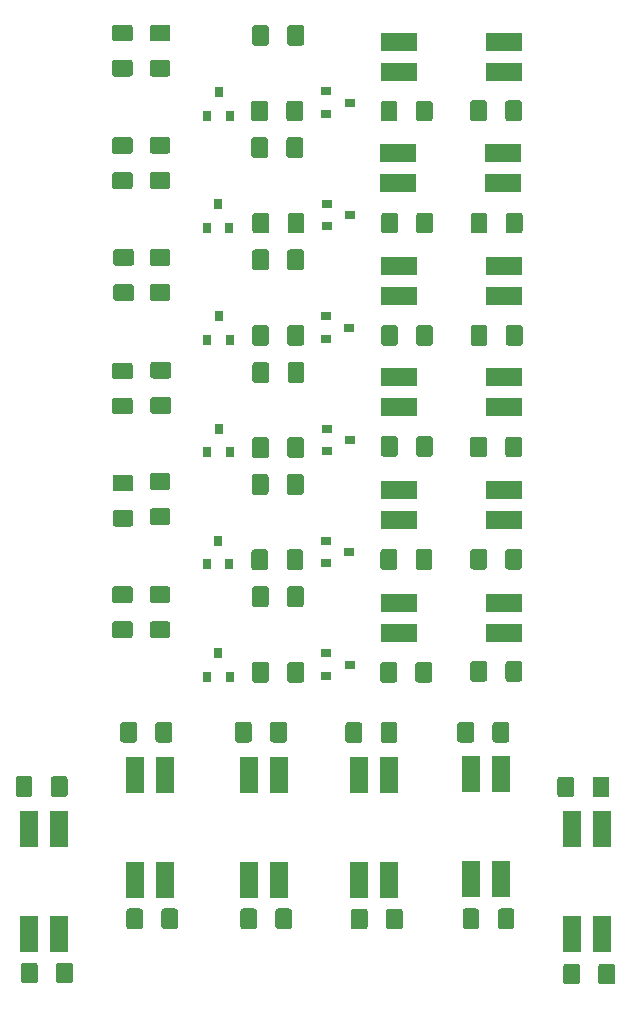
<source format=gbr>
G04 #@! TF.GenerationSoftware,KiCad,Pcbnew,5.1.5+dfsg1-2build2*
G04 #@! TF.CreationDate,2022-07-28T19:41:36+02:00*
G04 #@! TF.ProjectId,digital,64696769-7461-46c2-9e6b-696361645f70,rev?*
G04 #@! TF.SameCoordinates,Original*
G04 #@! TF.FileFunction,Paste,Top*
G04 #@! TF.FilePolarity,Positive*
%FSLAX46Y46*%
G04 Gerber Fmt 4.6, Leading zero omitted, Abs format (unit mm)*
G04 Created by KiCad (PCBNEW 5.1.5+dfsg1-2build2) date 2022-07-28 19:41:36*
%MOMM*%
%LPD*%
G04 APERTURE LIST*
%ADD10C,0.100000*%
%ADD11R,1.600000X3.100000*%
%ADD12R,0.900000X0.800000*%
%ADD13R,0.800000X0.900000*%
%ADD14R,3.100000X1.600000*%
G04 APERTURE END LIST*
D10*
G36*
X122899504Y-122501204D02*
G01*
X122923773Y-122504804D01*
X122947571Y-122510765D01*
X122970671Y-122519030D01*
X122992849Y-122529520D01*
X123013893Y-122542133D01*
X123033598Y-122556747D01*
X123051777Y-122573223D01*
X123068253Y-122591402D01*
X123082867Y-122611107D01*
X123095480Y-122632151D01*
X123105970Y-122654329D01*
X123114235Y-122677429D01*
X123120196Y-122701227D01*
X123123796Y-122725496D01*
X123125000Y-122750000D01*
X123125000Y-124000000D01*
X123123796Y-124024504D01*
X123120196Y-124048773D01*
X123114235Y-124072571D01*
X123105970Y-124095671D01*
X123095480Y-124117849D01*
X123082867Y-124138893D01*
X123068253Y-124158598D01*
X123051777Y-124176777D01*
X123033598Y-124193253D01*
X123013893Y-124207867D01*
X122992849Y-124220480D01*
X122970671Y-124230970D01*
X122947571Y-124239235D01*
X122923773Y-124245196D01*
X122899504Y-124248796D01*
X122875000Y-124250000D01*
X121950000Y-124250000D01*
X121925496Y-124248796D01*
X121901227Y-124245196D01*
X121877429Y-124239235D01*
X121854329Y-124230970D01*
X121832151Y-124220480D01*
X121811107Y-124207867D01*
X121791402Y-124193253D01*
X121773223Y-124176777D01*
X121756747Y-124158598D01*
X121742133Y-124138893D01*
X121729520Y-124117849D01*
X121719030Y-124095671D01*
X121710765Y-124072571D01*
X121704804Y-124048773D01*
X121701204Y-124024504D01*
X121700000Y-124000000D01*
X121700000Y-122750000D01*
X121701204Y-122725496D01*
X121704804Y-122701227D01*
X121710765Y-122677429D01*
X121719030Y-122654329D01*
X121729520Y-122632151D01*
X121742133Y-122611107D01*
X121756747Y-122591402D01*
X121773223Y-122573223D01*
X121791402Y-122556747D01*
X121811107Y-122542133D01*
X121832151Y-122529520D01*
X121854329Y-122519030D01*
X121877429Y-122510765D01*
X121901227Y-122504804D01*
X121925496Y-122501204D01*
X121950000Y-122500000D01*
X122875000Y-122500000D01*
X122899504Y-122501204D01*
G37*
G36*
X125874504Y-122501204D02*
G01*
X125898773Y-122504804D01*
X125922571Y-122510765D01*
X125945671Y-122519030D01*
X125967849Y-122529520D01*
X125988893Y-122542133D01*
X126008598Y-122556747D01*
X126026777Y-122573223D01*
X126043253Y-122591402D01*
X126057867Y-122611107D01*
X126070480Y-122632151D01*
X126080970Y-122654329D01*
X126089235Y-122677429D01*
X126095196Y-122701227D01*
X126098796Y-122725496D01*
X126100000Y-122750000D01*
X126100000Y-124000000D01*
X126098796Y-124024504D01*
X126095196Y-124048773D01*
X126089235Y-124072571D01*
X126080970Y-124095671D01*
X126070480Y-124117849D01*
X126057867Y-124138893D01*
X126043253Y-124158598D01*
X126026777Y-124176777D01*
X126008598Y-124193253D01*
X125988893Y-124207867D01*
X125967849Y-124220480D01*
X125945671Y-124230970D01*
X125922571Y-124239235D01*
X125898773Y-124245196D01*
X125874504Y-124248796D01*
X125850000Y-124250000D01*
X124925000Y-124250000D01*
X124900496Y-124248796D01*
X124876227Y-124245196D01*
X124852429Y-124239235D01*
X124829329Y-124230970D01*
X124807151Y-124220480D01*
X124786107Y-124207867D01*
X124766402Y-124193253D01*
X124748223Y-124176777D01*
X124731747Y-124158598D01*
X124717133Y-124138893D01*
X124704520Y-124117849D01*
X124694030Y-124095671D01*
X124685765Y-124072571D01*
X124679804Y-124048773D01*
X124676204Y-124024504D01*
X124675000Y-124000000D01*
X124675000Y-122750000D01*
X124676204Y-122725496D01*
X124679804Y-122701227D01*
X124685765Y-122677429D01*
X124694030Y-122654329D01*
X124704520Y-122632151D01*
X124717133Y-122611107D01*
X124731747Y-122591402D01*
X124748223Y-122573223D01*
X124766402Y-122556747D01*
X124786107Y-122542133D01*
X124807151Y-122529520D01*
X124829329Y-122519030D01*
X124852429Y-122510765D01*
X124876227Y-122504804D01*
X124900496Y-122501204D01*
X124925000Y-122500000D01*
X125850000Y-122500000D01*
X125874504Y-122501204D01*
G37*
G36*
X125387004Y-106651204D02*
G01*
X125411273Y-106654804D01*
X125435071Y-106660765D01*
X125458171Y-106669030D01*
X125480349Y-106679520D01*
X125501393Y-106692133D01*
X125521098Y-106706747D01*
X125539277Y-106723223D01*
X125555753Y-106741402D01*
X125570367Y-106761107D01*
X125582980Y-106782151D01*
X125593470Y-106804329D01*
X125601735Y-106827429D01*
X125607696Y-106851227D01*
X125611296Y-106875496D01*
X125612500Y-106900000D01*
X125612500Y-108150000D01*
X125611296Y-108174504D01*
X125607696Y-108198773D01*
X125601735Y-108222571D01*
X125593470Y-108245671D01*
X125582980Y-108267849D01*
X125570367Y-108288893D01*
X125555753Y-108308598D01*
X125539277Y-108326777D01*
X125521098Y-108343253D01*
X125501393Y-108357867D01*
X125480349Y-108370480D01*
X125458171Y-108380970D01*
X125435071Y-108389235D01*
X125411273Y-108395196D01*
X125387004Y-108398796D01*
X125362500Y-108400000D01*
X124437500Y-108400000D01*
X124412996Y-108398796D01*
X124388727Y-108395196D01*
X124364929Y-108389235D01*
X124341829Y-108380970D01*
X124319651Y-108370480D01*
X124298607Y-108357867D01*
X124278902Y-108343253D01*
X124260723Y-108326777D01*
X124244247Y-108308598D01*
X124229633Y-108288893D01*
X124217020Y-108267849D01*
X124206530Y-108245671D01*
X124198265Y-108222571D01*
X124192304Y-108198773D01*
X124188704Y-108174504D01*
X124187500Y-108150000D01*
X124187500Y-106900000D01*
X124188704Y-106875496D01*
X124192304Y-106851227D01*
X124198265Y-106827429D01*
X124206530Y-106804329D01*
X124217020Y-106782151D01*
X124229633Y-106761107D01*
X124244247Y-106741402D01*
X124260723Y-106723223D01*
X124278902Y-106706747D01*
X124298607Y-106692133D01*
X124319651Y-106679520D01*
X124341829Y-106669030D01*
X124364929Y-106660765D01*
X124388727Y-106654804D01*
X124412996Y-106651204D01*
X124437500Y-106650000D01*
X125362500Y-106650000D01*
X125387004Y-106651204D01*
G37*
G36*
X122412004Y-106651204D02*
G01*
X122436273Y-106654804D01*
X122460071Y-106660765D01*
X122483171Y-106669030D01*
X122505349Y-106679520D01*
X122526393Y-106692133D01*
X122546098Y-106706747D01*
X122564277Y-106723223D01*
X122580753Y-106741402D01*
X122595367Y-106761107D01*
X122607980Y-106782151D01*
X122618470Y-106804329D01*
X122626735Y-106827429D01*
X122632696Y-106851227D01*
X122636296Y-106875496D01*
X122637500Y-106900000D01*
X122637500Y-108150000D01*
X122636296Y-108174504D01*
X122632696Y-108198773D01*
X122626735Y-108222571D01*
X122618470Y-108245671D01*
X122607980Y-108267849D01*
X122595367Y-108288893D01*
X122580753Y-108308598D01*
X122564277Y-108326777D01*
X122546098Y-108343253D01*
X122526393Y-108357867D01*
X122505349Y-108370480D01*
X122483171Y-108380970D01*
X122460071Y-108389235D01*
X122436273Y-108395196D01*
X122412004Y-108398796D01*
X122387500Y-108400000D01*
X121462500Y-108400000D01*
X121437996Y-108398796D01*
X121413727Y-108395196D01*
X121389929Y-108389235D01*
X121366829Y-108380970D01*
X121344651Y-108370480D01*
X121323607Y-108357867D01*
X121303902Y-108343253D01*
X121285723Y-108326777D01*
X121269247Y-108308598D01*
X121254633Y-108288893D01*
X121242020Y-108267849D01*
X121231530Y-108245671D01*
X121223265Y-108222571D01*
X121217304Y-108198773D01*
X121213704Y-108174504D01*
X121212500Y-108150000D01*
X121212500Y-106900000D01*
X121213704Y-106875496D01*
X121217304Y-106851227D01*
X121223265Y-106827429D01*
X121231530Y-106804329D01*
X121242020Y-106782151D01*
X121254633Y-106761107D01*
X121269247Y-106741402D01*
X121285723Y-106723223D01*
X121303902Y-106706747D01*
X121323607Y-106692133D01*
X121344651Y-106679520D01*
X121366829Y-106669030D01*
X121389929Y-106660765D01*
X121413727Y-106654804D01*
X121437996Y-106651204D01*
X121462500Y-106650000D01*
X122387500Y-106650000D01*
X122412004Y-106651204D01*
G37*
D11*
X122410000Y-111075000D03*
X124950000Y-119965000D03*
X124950000Y-111075000D03*
X122410000Y-119965000D03*
D10*
G36*
X88224504Y-42988704D02*
G01*
X88248773Y-42992304D01*
X88272571Y-42998265D01*
X88295671Y-43006530D01*
X88317849Y-43017020D01*
X88338893Y-43029633D01*
X88358598Y-43044247D01*
X88376777Y-43060723D01*
X88393253Y-43078902D01*
X88407867Y-43098607D01*
X88420480Y-43119651D01*
X88430970Y-43141829D01*
X88439235Y-43164929D01*
X88445196Y-43188727D01*
X88448796Y-43212996D01*
X88450000Y-43237500D01*
X88450000Y-44162500D01*
X88448796Y-44187004D01*
X88445196Y-44211273D01*
X88439235Y-44235071D01*
X88430970Y-44258171D01*
X88420480Y-44280349D01*
X88407867Y-44301393D01*
X88393253Y-44321098D01*
X88376777Y-44339277D01*
X88358598Y-44355753D01*
X88338893Y-44370367D01*
X88317849Y-44382980D01*
X88295671Y-44393470D01*
X88272571Y-44401735D01*
X88248773Y-44407696D01*
X88224504Y-44411296D01*
X88200000Y-44412500D01*
X86950000Y-44412500D01*
X86925496Y-44411296D01*
X86901227Y-44407696D01*
X86877429Y-44401735D01*
X86854329Y-44393470D01*
X86832151Y-44382980D01*
X86811107Y-44370367D01*
X86791402Y-44355753D01*
X86773223Y-44339277D01*
X86756747Y-44321098D01*
X86742133Y-44301393D01*
X86729520Y-44280349D01*
X86719030Y-44258171D01*
X86710765Y-44235071D01*
X86704804Y-44211273D01*
X86701204Y-44187004D01*
X86700000Y-44162500D01*
X86700000Y-43237500D01*
X86701204Y-43212996D01*
X86704804Y-43188727D01*
X86710765Y-43164929D01*
X86719030Y-43141829D01*
X86729520Y-43119651D01*
X86742133Y-43098607D01*
X86756747Y-43078902D01*
X86773223Y-43060723D01*
X86791402Y-43044247D01*
X86811107Y-43029633D01*
X86832151Y-43017020D01*
X86854329Y-43006530D01*
X86877429Y-42998265D01*
X86901227Y-42992304D01*
X86925496Y-42988704D01*
X86950000Y-42987500D01*
X88200000Y-42987500D01*
X88224504Y-42988704D01*
G37*
G36*
X88224504Y-45963704D02*
G01*
X88248773Y-45967304D01*
X88272571Y-45973265D01*
X88295671Y-45981530D01*
X88317849Y-45992020D01*
X88338893Y-46004633D01*
X88358598Y-46019247D01*
X88376777Y-46035723D01*
X88393253Y-46053902D01*
X88407867Y-46073607D01*
X88420480Y-46094651D01*
X88430970Y-46116829D01*
X88439235Y-46139929D01*
X88445196Y-46163727D01*
X88448796Y-46187996D01*
X88450000Y-46212500D01*
X88450000Y-47137500D01*
X88448796Y-47162004D01*
X88445196Y-47186273D01*
X88439235Y-47210071D01*
X88430970Y-47233171D01*
X88420480Y-47255349D01*
X88407867Y-47276393D01*
X88393253Y-47296098D01*
X88376777Y-47314277D01*
X88358598Y-47330753D01*
X88338893Y-47345367D01*
X88317849Y-47357980D01*
X88295671Y-47368470D01*
X88272571Y-47376735D01*
X88248773Y-47382696D01*
X88224504Y-47386296D01*
X88200000Y-47387500D01*
X86950000Y-47387500D01*
X86925496Y-47386296D01*
X86901227Y-47382696D01*
X86877429Y-47376735D01*
X86854329Y-47368470D01*
X86832151Y-47357980D01*
X86811107Y-47345367D01*
X86791402Y-47330753D01*
X86773223Y-47314277D01*
X86756747Y-47296098D01*
X86742133Y-47276393D01*
X86729520Y-47255349D01*
X86719030Y-47233171D01*
X86710765Y-47210071D01*
X86704804Y-47186273D01*
X86701204Y-47162004D01*
X86700000Y-47137500D01*
X86700000Y-46212500D01*
X86701204Y-46187996D01*
X86704804Y-46163727D01*
X86710765Y-46139929D01*
X86719030Y-46116829D01*
X86729520Y-46094651D01*
X86742133Y-46073607D01*
X86756747Y-46053902D01*
X86773223Y-46035723D01*
X86791402Y-46019247D01*
X86811107Y-46004633D01*
X86832151Y-45992020D01*
X86854329Y-45981530D01*
X86877429Y-45973265D01*
X86901227Y-45967304D01*
X86925496Y-45963704D01*
X86950000Y-45962500D01*
X88200000Y-45962500D01*
X88224504Y-45963704D01*
G37*
G36*
X88224504Y-52488704D02*
G01*
X88248773Y-52492304D01*
X88272571Y-52498265D01*
X88295671Y-52506530D01*
X88317849Y-52517020D01*
X88338893Y-52529633D01*
X88358598Y-52544247D01*
X88376777Y-52560723D01*
X88393253Y-52578902D01*
X88407867Y-52598607D01*
X88420480Y-52619651D01*
X88430970Y-52641829D01*
X88439235Y-52664929D01*
X88445196Y-52688727D01*
X88448796Y-52712996D01*
X88450000Y-52737500D01*
X88450000Y-53662500D01*
X88448796Y-53687004D01*
X88445196Y-53711273D01*
X88439235Y-53735071D01*
X88430970Y-53758171D01*
X88420480Y-53780349D01*
X88407867Y-53801393D01*
X88393253Y-53821098D01*
X88376777Y-53839277D01*
X88358598Y-53855753D01*
X88338893Y-53870367D01*
X88317849Y-53882980D01*
X88295671Y-53893470D01*
X88272571Y-53901735D01*
X88248773Y-53907696D01*
X88224504Y-53911296D01*
X88200000Y-53912500D01*
X86950000Y-53912500D01*
X86925496Y-53911296D01*
X86901227Y-53907696D01*
X86877429Y-53901735D01*
X86854329Y-53893470D01*
X86832151Y-53882980D01*
X86811107Y-53870367D01*
X86791402Y-53855753D01*
X86773223Y-53839277D01*
X86756747Y-53821098D01*
X86742133Y-53801393D01*
X86729520Y-53780349D01*
X86719030Y-53758171D01*
X86710765Y-53735071D01*
X86704804Y-53711273D01*
X86701204Y-53687004D01*
X86700000Y-53662500D01*
X86700000Y-52737500D01*
X86701204Y-52712996D01*
X86704804Y-52688727D01*
X86710765Y-52664929D01*
X86719030Y-52641829D01*
X86729520Y-52619651D01*
X86742133Y-52598607D01*
X86756747Y-52578902D01*
X86773223Y-52560723D01*
X86791402Y-52544247D01*
X86811107Y-52529633D01*
X86832151Y-52517020D01*
X86854329Y-52506530D01*
X86877429Y-52498265D01*
X86901227Y-52492304D01*
X86925496Y-52488704D01*
X86950000Y-52487500D01*
X88200000Y-52487500D01*
X88224504Y-52488704D01*
G37*
G36*
X88224504Y-55463704D02*
G01*
X88248773Y-55467304D01*
X88272571Y-55473265D01*
X88295671Y-55481530D01*
X88317849Y-55492020D01*
X88338893Y-55504633D01*
X88358598Y-55519247D01*
X88376777Y-55535723D01*
X88393253Y-55553902D01*
X88407867Y-55573607D01*
X88420480Y-55594651D01*
X88430970Y-55616829D01*
X88439235Y-55639929D01*
X88445196Y-55663727D01*
X88448796Y-55687996D01*
X88450000Y-55712500D01*
X88450000Y-56637500D01*
X88448796Y-56662004D01*
X88445196Y-56686273D01*
X88439235Y-56710071D01*
X88430970Y-56733171D01*
X88420480Y-56755349D01*
X88407867Y-56776393D01*
X88393253Y-56796098D01*
X88376777Y-56814277D01*
X88358598Y-56830753D01*
X88338893Y-56845367D01*
X88317849Y-56857980D01*
X88295671Y-56868470D01*
X88272571Y-56876735D01*
X88248773Y-56882696D01*
X88224504Y-56886296D01*
X88200000Y-56887500D01*
X86950000Y-56887500D01*
X86925496Y-56886296D01*
X86901227Y-56882696D01*
X86877429Y-56876735D01*
X86854329Y-56868470D01*
X86832151Y-56857980D01*
X86811107Y-56845367D01*
X86791402Y-56830753D01*
X86773223Y-56814277D01*
X86756747Y-56796098D01*
X86742133Y-56776393D01*
X86729520Y-56755349D01*
X86719030Y-56733171D01*
X86710765Y-56710071D01*
X86704804Y-56686273D01*
X86701204Y-56662004D01*
X86700000Y-56637500D01*
X86700000Y-55712500D01*
X86701204Y-55687996D01*
X86704804Y-55663727D01*
X86710765Y-55639929D01*
X86719030Y-55616829D01*
X86729520Y-55594651D01*
X86742133Y-55573607D01*
X86756747Y-55553902D01*
X86773223Y-55535723D01*
X86791402Y-55519247D01*
X86811107Y-55504633D01*
X86832151Y-55492020D01*
X86854329Y-55481530D01*
X86877429Y-55473265D01*
X86901227Y-55467304D01*
X86925496Y-55463704D01*
X86950000Y-55462500D01*
X88200000Y-55462500D01*
X88224504Y-55463704D01*
G37*
G36*
X85124504Y-64963704D02*
G01*
X85148773Y-64967304D01*
X85172571Y-64973265D01*
X85195671Y-64981530D01*
X85217849Y-64992020D01*
X85238893Y-65004633D01*
X85258598Y-65019247D01*
X85276777Y-65035723D01*
X85293253Y-65053902D01*
X85307867Y-65073607D01*
X85320480Y-65094651D01*
X85330970Y-65116829D01*
X85339235Y-65139929D01*
X85345196Y-65163727D01*
X85348796Y-65187996D01*
X85350000Y-65212500D01*
X85350000Y-66137500D01*
X85348796Y-66162004D01*
X85345196Y-66186273D01*
X85339235Y-66210071D01*
X85330970Y-66233171D01*
X85320480Y-66255349D01*
X85307867Y-66276393D01*
X85293253Y-66296098D01*
X85276777Y-66314277D01*
X85258598Y-66330753D01*
X85238893Y-66345367D01*
X85217849Y-66357980D01*
X85195671Y-66368470D01*
X85172571Y-66376735D01*
X85148773Y-66382696D01*
X85124504Y-66386296D01*
X85100000Y-66387500D01*
X83850000Y-66387500D01*
X83825496Y-66386296D01*
X83801227Y-66382696D01*
X83777429Y-66376735D01*
X83754329Y-66368470D01*
X83732151Y-66357980D01*
X83711107Y-66345367D01*
X83691402Y-66330753D01*
X83673223Y-66314277D01*
X83656747Y-66296098D01*
X83642133Y-66276393D01*
X83629520Y-66255349D01*
X83619030Y-66233171D01*
X83610765Y-66210071D01*
X83604804Y-66186273D01*
X83601204Y-66162004D01*
X83600000Y-66137500D01*
X83600000Y-65212500D01*
X83601204Y-65187996D01*
X83604804Y-65163727D01*
X83610765Y-65139929D01*
X83619030Y-65116829D01*
X83629520Y-65094651D01*
X83642133Y-65073607D01*
X83656747Y-65053902D01*
X83673223Y-65035723D01*
X83691402Y-65019247D01*
X83711107Y-65004633D01*
X83732151Y-64992020D01*
X83754329Y-64981530D01*
X83777429Y-64973265D01*
X83801227Y-64967304D01*
X83825496Y-64963704D01*
X83850000Y-64962500D01*
X85100000Y-64962500D01*
X85124504Y-64963704D01*
G37*
G36*
X85124504Y-61988704D02*
G01*
X85148773Y-61992304D01*
X85172571Y-61998265D01*
X85195671Y-62006530D01*
X85217849Y-62017020D01*
X85238893Y-62029633D01*
X85258598Y-62044247D01*
X85276777Y-62060723D01*
X85293253Y-62078902D01*
X85307867Y-62098607D01*
X85320480Y-62119651D01*
X85330970Y-62141829D01*
X85339235Y-62164929D01*
X85345196Y-62188727D01*
X85348796Y-62212996D01*
X85350000Y-62237500D01*
X85350000Y-63162500D01*
X85348796Y-63187004D01*
X85345196Y-63211273D01*
X85339235Y-63235071D01*
X85330970Y-63258171D01*
X85320480Y-63280349D01*
X85307867Y-63301393D01*
X85293253Y-63321098D01*
X85276777Y-63339277D01*
X85258598Y-63355753D01*
X85238893Y-63370367D01*
X85217849Y-63382980D01*
X85195671Y-63393470D01*
X85172571Y-63401735D01*
X85148773Y-63407696D01*
X85124504Y-63411296D01*
X85100000Y-63412500D01*
X83850000Y-63412500D01*
X83825496Y-63411296D01*
X83801227Y-63407696D01*
X83777429Y-63401735D01*
X83754329Y-63393470D01*
X83732151Y-63382980D01*
X83711107Y-63370367D01*
X83691402Y-63355753D01*
X83673223Y-63339277D01*
X83656747Y-63321098D01*
X83642133Y-63301393D01*
X83629520Y-63280349D01*
X83619030Y-63258171D01*
X83610765Y-63235071D01*
X83604804Y-63211273D01*
X83601204Y-63187004D01*
X83600000Y-63162500D01*
X83600000Y-62237500D01*
X83601204Y-62212996D01*
X83604804Y-62188727D01*
X83610765Y-62164929D01*
X83619030Y-62141829D01*
X83629520Y-62119651D01*
X83642133Y-62098607D01*
X83656747Y-62078902D01*
X83673223Y-62060723D01*
X83691402Y-62044247D01*
X83711107Y-62029633D01*
X83732151Y-62017020D01*
X83754329Y-62006530D01*
X83777429Y-61998265D01*
X83801227Y-61992304D01*
X83825496Y-61988704D01*
X83850000Y-61987500D01*
X85100000Y-61987500D01*
X85124504Y-61988704D01*
G37*
G36*
X85024504Y-74576204D02*
G01*
X85048773Y-74579804D01*
X85072571Y-74585765D01*
X85095671Y-74594030D01*
X85117849Y-74604520D01*
X85138893Y-74617133D01*
X85158598Y-74631747D01*
X85176777Y-74648223D01*
X85193253Y-74666402D01*
X85207867Y-74686107D01*
X85220480Y-74707151D01*
X85230970Y-74729329D01*
X85239235Y-74752429D01*
X85245196Y-74776227D01*
X85248796Y-74800496D01*
X85250000Y-74825000D01*
X85250000Y-75750000D01*
X85248796Y-75774504D01*
X85245196Y-75798773D01*
X85239235Y-75822571D01*
X85230970Y-75845671D01*
X85220480Y-75867849D01*
X85207867Y-75888893D01*
X85193253Y-75908598D01*
X85176777Y-75926777D01*
X85158598Y-75943253D01*
X85138893Y-75957867D01*
X85117849Y-75970480D01*
X85095671Y-75980970D01*
X85072571Y-75989235D01*
X85048773Y-75995196D01*
X85024504Y-75998796D01*
X85000000Y-76000000D01*
X83750000Y-76000000D01*
X83725496Y-75998796D01*
X83701227Y-75995196D01*
X83677429Y-75989235D01*
X83654329Y-75980970D01*
X83632151Y-75970480D01*
X83611107Y-75957867D01*
X83591402Y-75943253D01*
X83573223Y-75926777D01*
X83556747Y-75908598D01*
X83542133Y-75888893D01*
X83529520Y-75867849D01*
X83519030Y-75845671D01*
X83510765Y-75822571D01*
X83504804Y-75798773D01*
X83501204Y-75774504D01*
X83500000Y-75750000D01*
X83500000Y-74825000D01*
X83501204Y-74800496D01*
X83504804Y-74776227D01*
X83510765Y-74752429D01*
X83519030Y-74729329D01*
X83529520Y-74707151D01*
X83542133Y-74686107D01*
X83556747Y-74666402D01*
X83573223Y-74648223D01*
X83591402Y-74631747D01*
X83611107Y-74617133D01*
X83632151Y-74604520D01*
X83654329Y-74594030D01*
X83677429Y-74585765D01*
X83701227Y-74579804D01*
X83725496Y-74576204D01*
X83750000Y-74575000D01*
X85000000Y-74575000D01*
X85024504Y-74576204D01*
G37*
G36*
X85024504Y-71601204D02*
G01*
X85048773Y-71604804D01*
X85072571Y-71610765D01*
X85095671Y-71619030D01*
X85117849Y-71629520D01*
X85138893Y-71642133D01*
X85158598Y-71656747D01*
X85176777Y-71673223D01*
X85193253Y-71691402D01*
X85207867Y-71711107D01*
X85220480Y-71732151D01*
X85230970Y-71754329D01*
X85239235Y-71777429D01*
X85245196Y-71801227D01*
X85248796Y-71825496D01*
X85250000Y-71850000D01*
X85250000Y-72775000D01*
X85248796Y-72799504D01*
X85245196Y-72823773D01*
X85239235Y-72847571D01*
X85230970Y-72870671D01*
X85220480Y-72892849D01*
X85207867Y-72913893D01*
X85193253Y-72933598D01*
X85176777Y-72951777D01*
X85158598Y-72968253D01*
X85138893Y-72982867D01*
X85117849Y-72995480D01*
X85095671Y-73005970D01*
X85072571Y-73014235D01*
X85048773Y-73020196D01*
X85024504Y-73023796D01*
X85000000Y-73025000D01*
X83750000Y-73025000D01*
X83725496Y-73023796D01*
X83701227Y-73020196D01*
X83677429Y-73014235D01*
X83654329Y-73005970D01*
X83632151Y-72995480D01*
X83611107Y-72982867D01*
X83591402Y-72968253D01*
X83573223Y-72951777D01*
X83556747Y-72933598D01*
X83542133Y-72913893D01*
X83529520Y-72892849D01*
X83519030Y-72870671D01*
X83510765Y-72847571D01*
X83504804Y-72823773D01*
X83501204Y-72799504D01*
X83500000Y-72775000D01*
X83500000Y-71850000D01*
X83501204Y-71825496D01*
X83504804Y-71801227D01*
X83510765Y-71777429D01*
X83519030Y-71754329D01*
X83529520Y-71732151D01*
X83542133Y-71711107D01*
X83556747Y-71691402D01*
X83573223Y-71673223D01*
X83591402Y-71656747D01*
X83611107Y-71642133D01*
X83632151Y-71629520D01*
X83654329Y-71619030D01*
X83677429Y-71610765D01*
X83701227Y-71604804D01*
X83725496Y-71601204D01*
X83750000Y-71600000D01*
X85000000Y-71600000D01*
X85024504Y-71601204D01*
G37*
G36*
X85074504Y-81088704D02*
G01*
X85098773Y-81092304D01*
X85122571Y-81098265D01*
X85145671Y-81106530D01*
X85167849Y-81117020D01*
X85188893Y-81129633D01*
X85208598Y-81144247D01*
X85226777Y-81160723D01*
X85243253Y-81178902D01*
X85257867Y-81198607D01*
X85270480Y-81219651D01*
X85280970Y-81241829D01*
X85289235Y-81264929D01*
X85295196Y-81288727D01*
X85298796Y-81312996D01*
X85300000Y-81337500D01*
X85300000Y-82262500D01*
X85298796Y-82287004D01*
X85295196Y-82311273D01*
X85289235Y-82335071D01*
X85280970Y-82358171D01*
X85270480Y-82380349D01*
X85257867Y-82401393D01*
X85243253Y-82421098D01*
X85226777Y-82439277D01*
X85208598Y-82455753D01*
X85188893Y-82470367D01*
X85167849Y-82482980D01*
X85145671Y-82493470D01*
X85122571Y-82501735D01*
X85098773Y-82507696D01*
X85074504Y-82511296D01*
X85050000Y-82512500D01*
X83800000Y-82512500D01*
X83775496Y-82511296D01*
X83751227Y-82507696D01*
X83727429Y-82501735D01*
X83704329Y-82493470D01*
X83682151Y-82482980D01*
X83661107Y-82470367D01*
X83641402Y-82455753D01*
X83623223Y-82439277D01*
X83606747Y-82421098D01*
X83592133Y-82401393D01*
X83579520Y-82380349D01*
X83569030Y-82358171D01*
X83560765Y-82335071D01*
X83554804Y-82311273D01*
X83551204Y-82287004D01*
X83550000Y-82262500D01*
X83550000Y-81337500D01*
X83551204Y-81312996D01*
X83554804Y-81288727D01*
X83560765Y-81264929D01*
X83569030Y-81241829D01*
X83579520Y-81219651D01*
X83592133Y-81198607D01*
X83606747Y-81178902D01*
X83623223Y-81160723D01*
X83641402Y-81144247D01*
X83661107Y-81129633D01*
X83682151Y-81117020D01*
X83704329Y-81106530D01*
X83727429Y-81098265D01*
X83751227Y-81092304D01*
X83775496Y-81088704D01*
X83800000Y-81087500D01*
X85050000Y-81087500D01*
X85074504Y-81088704D01*
G37*
G36*
X85074504Y-84063704D02*
G01*
X85098773Y-84067304D01*
X85122571Y-84073265D01*
X85145671Y-84081530D01*
X85167849Y-84092020D01*
X85188893Y-84104633D01*
X85208598Y-84119247D01*
X85226777Y-84135723D01*
X85243253Y-84153902D01*
X85257867Y-84173607D01*
X85270480Y-84194651D01*
X85280970Y-84216829D01*
X85289235Y-84239929D01*
X85295196Y-84263727D01*
X85298796Y-84287996D01*
X85300000Y-84312500D01*
X85300000Y-85237500D01*
X85298796Y-85262004D01*
X85295196Y-85286273D01*
X85289235Y-85310071D01*
X85280970Y-85333171D01*
X85270480Y-85355349D01*
X85257867Y-85376393D01*
X85243253Y-85396098D01*
X85226777Y-85414277D01*
X85208598Y-85430753D01*
X85188893Y-85445367D01*
X85167849Y-85457980D01*
X85145671Y-85468470D01*
X85122571Y-85476735D01*
X85098773Y-85482696D01*
X85074504Y-85486296D01*
X85050000Y-85487500D01*
X83800000Y-85487500D01*
X83775496Y-85486296D01*
X83751227Y-85482696D01*
X83727429Y-85476735D01*
X83704329Y-85468470D01*
X83682151Y-85457980D01*
X83661107Y-85445367D01*
X83641402Y-85430753D01*
X83623223Y-85414277D01*
X83606747Y-85396098D01*
X83592133Y-85376393D01*
X83579520Y-85355349D01*
X83569030Y-85333171D01*
X83560765Y-85310071D01*
X83554804Y-85286273D01*
X83551204Y-85262004D01*
X83550000Y-85237500D01*
X83550000Y-84312500D01*
X83551204Y-84287996D01*
X83554804Y-84263727D01*
X83560765Y-84239929D01*
X83569030Y-84216829D01*
X83579520Y-84194651D01*
X83592133Y-84173607D01*
X83606747Y-84153902D01*
X83623223Y-84135723D01*
X83641402Y-84119247D01*
X83661107Y-84104633D01*
X83682151Y-84092020D01*
X83704329Y-84081530D01*
X83727429Y-84073265D01*
X83751227Y-84067304D01*
X83775496Y-84063704D01*
X83800000Y-84062500D01*
X85050000Y-84062500D01*
X85074504Y-84063704D01*
G37*
G36*
X85024504Y-93513704D02*
G01*
X85048773Y-93517304D01*
X85072571Y-93523265D01*
X85095671Y-93531530D01*
X85117849Y-93542020D01*
X85138893Y-93554633D01*
X85158598Y-93569247D01*
X85176777Y-93585723D01*
X85193253Y-93603902D01*
X85207867Y-93623607D01*
X85220480Y-93644651D01*
X85230970Y-93666829D01*
X85239235Y-93689929D01*
X85245196Y-93713727D01*
X85248796Y-93737996D01*
X85250000Y-93762500D01*
X85250000Y-94687500D01*
X85248796Y-94712004D01*
X85245196Y-94736273D01*
X85239235Y-94760071D01*
X85230970Y-94783171D01*
X85220480Y-94805349D01*
X85207867Y-94826393D01*
X85193253Y-94846098D01*
X85176777Y-94864277D01*
X85158598Y-94880753D01*
X85138893Y-94895367D01*
X85117849Y-94907980D01*
X85095671Y-94918470D01*
X85072571Y-94926735D01*
X85048773Y-94932696D01*
X85024504Y-94936296D01*
X85000000Y-94937500D01*
X83750000Y-94937500D01*
X83725496Y-94936296D01*
X83701227Y-94932696D01*
X83677429Y-94926735D01*
X83654329Y-94918470D01*
X83632151Y-94907980D01*
X83611107Y-94895367D01*
X83591402Y-94880753D01*
X83573223Y-94864277D01*
X83556747Y-94846098D01*
X83542133Y-94826393D01*
X83529520Y-94805349D01*
X83519030Y-94783171D01*
X83510765Y-94760071D01*
X83504804Y-94736273D01*
X83501204Y-94712004D01*
X83500000Y-94687500D01*
X83500000Y-93762500D01*
X83501204Y-93737996D01*
X83504804Y-93713727D01*
X83510765Y-93689929D01*
X83519030Y-93666829D01*
X83529520Y-93644651D01*
X83542133Y-93623607D01*
X83556747Y-93603902D01*
X83573223Y-93585723D01*
X83591402Y-93569247D01*
X83611107Y-93554633D01*
X83632151Y-93542020D01*
X83654329Y-93531530D01*
X83677429Y-93523265D01*
X83701227Y-93517304D01*
X83725496Y-93513704D01*
X83750000Y-93512500D01*
X85000000Y-93512500D01*
X85024504Y-93513704D01*
G37*
G36*
X85024504Y-90538704D02*
G01*
X85048773Y-90542304D01*
X85072571Y-90548265D01*
X85095671Y-90556530D01*
X85117849Y-90567020D01*
X85138893Y-90579633D01*
X85158598Y-90594247D01*
X85176777Y-90610723D01*
X85193253Y-90628902D01*
X85207867Y-90648607D01*
X85220480Y-90669651D01*
X85230970Y-90691829D01*
X85239235Y-90714929D01*
X85245196Y-90738727D01*
X85248796Y-90762996D01*
X85250000Y-90787500D01*
X85250000Y-91712500D01*
X85248796Y-91737004D01*
X85245196Y-91761273D01*
X85239235Y-91785071D01*
X85230970Y-91808171D01*
X85220480Y-91830349D01*
X85207867Y-91851393D01*
X85193253Y-91871098D01*
X85176777Y-91889277D01*
X85158598Y-91905753D01*
X85138893Y-91920367D01*
X85117849Y-91932980D01*
X85095671Y-91943470D01*
X85072571Y-91951735D01*
X85048773Y-91957696D01*
X85024504Y-91961296D01*
X85000000Y-91962500D01*
X83750000Y-91962500D01*
X83725496Y-91961296D01*
X83701227Y-91957696D01*
X83677429Y-91951735D01*
X83654329Y-91943470D01*
X83632151Y-91932980D01*
X83611107Y-91920367D01*
X83591402Y-91905753D01*
X83573223Y-91889277D01*
X83556747Y-91871098D01*
X83542133Y-91851393D01*
X83529520Y-91830349D01*
X83519030Y-91808171D01*
X83510765Y-91785071D01*
X83504804Y-91761273D01*
X83501204Y-91737004D01*
X83500000Y-91712500D01*
X83500000Y-90787500D01*
X83501204Y-90762996D01*
X83504804Y-90738727D01*
X83510765Y-90714929D01*
X83519030Y-90691829D01*
X83529520Y-90669651D01*
X83542133Y-90648607D01*
X83556747Y-90628902D01*
X83573223Y-90610723D01*
X83591402Y-90594247D01*
X83611107Y-90579633D01*
X83632151Y-90567020D01*
X83654329Y-90556530D01*
X83677429Y-90548265D01*
X83701227Y-90542304D01*
X83725496Y-90538704D01*
X83750000Y-90537500D01*
X85000000Y-90537500D01*
X85024504Y-90538704D01*
G37*
D12*
X103622800Y-49588440D03*
X101622800Y-50538440D03*
X101622800Y-48638440D03*
X103675000Y-59100000D03*
X101675000Y-60050000D03*
X101675000Y-58150000D03*
D13*
X91575000Y-50701000D03*
X93475000Y-50701000D03*
X92525000Y-48701000D03*
X91525000Y-60200000D03*
X93425000Y-60200000D03*
X92475000Y-58200000D03*
D12*
X101575000Y-67700000D03*
X101575000Y-69600000D03*
X103575000Y-68650000D03*
X101675000Y-77200000D03*
X101675000Y-79100000D03*
X103675000Y-78150000D03*
X101600000Y-86675000D03*
X101600000Y-88575000D03*
X103600000Y-87625000D03*
X101650000Y-96225000D03*
X101650000Y-98125000D03*
X103650000Y-97175000D03*
D13*
X92525000Y-67700000D03*
X93475000Y-69700000D03*
X91575000Y-69700000D03*
X92525000Y-77200000D03*
X93475000Y-79200000D03*
X91575000Y-79200000D03*
X92475000Y-86700000D03*
X93425000Y-88700000D03*
X91525000Y-88700000D03*
X92500000Y-96200000D03*
X93450000Y-98200000D03*
X91550000Y-98200000D03*
D10*
G36*
X96487004Y-49426204D02*
G01*
X96511273Y-49429804D01*
X96535071Y-49435765D01*
X96558171Y-49444030D01*
X96580349Y-49454520D01*
X96601393Y-49467133D01*
X96621098Y-49481747D01*
X96639277Y-49498223D01*
X96655753Y-49516402D01*
X96670367Y-49536107D01*
X96682980Y-49557151D01*
X96693470Y-49579329D01*
X96701735Y-49602429D01*
X96707696Y-49626227D01*
X96711296Y-49650496D01*
X96712500Y-49675000D01*
X96712500Y-50925000D01*
X96711296Y-50949504D01*
X96707696Y-50973773D01*
X96701735Y-50997571D01*
X96693470Y-51020671D01*
X96682980Y-51042849D01*
X96670367Y-51063893D01*
X96655753Y-51083598D01*
X96639277Y-51101777D01*
X96621098Y-51118253D01*
X96601393Y-51132867D01*
X96580349Y-51145480D01*
X96558171Y-51155970D01*
X96535071Y-51164235D01*
X96511273Y-51170196D01*
X96487004Y-51173796D01*
X96462500Y-51175000D01*
X95537500Y-51175000D01*
X95512996Y-51173796D01*
X95488727Y-51170196D01*
X95464929Y-51164235D01*
X95441829Y-51155970D01*
X95419651Y-51145480D01*
X95398607Y-51132867D01*
X95378902Y-51118253D01*
X95360723Y-51101777D01*
X95344247Y-51083598D01*
X95329633Y-51063893D01*
X95317020Y-51042849D01*
X95306530Y-51020671D01*
X95298265Y-50997571D01*
X95292304Y-50973773D01*
X95288704Y-50949504D01*
X95287500Y-50925000D01*
X95287500Y-49675000D01*
X95288704Y-49650496D01*
X95292304Y-49626227D01*
X95298265Y-49602429D01*
X95306530Y-49579329D01*
X95317020Y-49557151D01*
X95329633Y-49536107D01*
X95344247Y-49516402D01*
X95360723Y-49498223D01*
X95378902Y-49481747D01*
X95398607Y-49467133D01*
X95419651Y-49454520D01*
X95441829Y-49444030D01*
X95464929Y-49435765D01*
X95488727Y-49429804D01*
X95512996Y-49426204D01*
X95537500Y-49425000D01*
X96462500Y-49425000D01*
X96487004Y-49426204D01*
G37*
G36*
X99462004Y-49426204D02*
G01*
X99486273Y-49429804D01*
X99510071Y-49435765D01*
X99533171Y-49444030D01*
X99555349Y-49454520D01*
X99576393Y-49467133D01*
X99596098Y-49481747D01*
X99614277Y-49498223D01*
X99630753Y-49516402D01*
X99645367Y-49536107D01*
X99657980Y-49557151D01*
X99668470Y-49579329D01*
X99676735Y-49602429D01*
X99682696Y-49626227D01*
X99686296Y-49650496D01*
X99687500Y-49675000D01*
X99687500Y-50925000D01*
X99686296Y-50949504D01*
X99682696Y-50973773D01*
X99676735Y-50997571D01*
X99668470Y-51020671D01*
X99657980Y-51042849D01*
X99645367Y-51063893D01*
X99630753Y-51083598D01*
X99614277Y-51101777D01*
X99596098Y-51118253D01*
X99576393Y-51132867D01*
X99555349Y-51145480D01*
X99533171Y-51155970D01*
X99510071Y-51164235D01*
X99486273Y-51170196D01*
X99462004Y-51173796D01*
X99437500Y-51175000D01*
X98512500Y-51175000D01*
X98487996Y-51173796D01*
X98463727Y-51170196D01*
X98439929Y-51164235D01*
X98416829Y-51155970D01*
X98394651Y-51145480D01*
X98373607Y-51132867D01*
X98353902Y-51118253D01*
X98335723Y-51101777D01*
X98319247Y-51083598D01*
X98304633Y-51063893D01*
X98292020Y-51042849D01*
X98281530Y-51020671D01*
X98273265Y-50997571D01*
X98267304Y-50973773D01*
X98263704Y-50949504D01*
X98262500Y-50925000D01*
X98262500Y-49675000D01*
X98263704Y-49650496D01*
X98267304Y-49626227D01*
X98273265Y-49602429D01*
X98281530Y-49579329D01*
X98292020Y-49557151D01*
X98304633Y-49536107D01*
X98319247Y-49516402D01*
X98335723Y-49498223D01*
X98353902Y-49481747D01*
X98373607Y-49467133D01*
X98394651Y-49454520D01*
X98416829Y-49444030D01*
X98439929Y-49435765D01*
X98463727Y-49429804D01*
X98487996Y-49426204D01*
X98512500Y-49425000D01*
X99437500Y-49425000D01*
X99462004Y-49426204D01*
G37*
G36*
X96587004Y-58926204D02*
G01*
X96611273Y-58929804D01*
X96635071Y-58935765D01*
X96658171Y-58944030D01*
X96680349Y-58954520D01*
X96701393Y-58967133D01*
X96721098Y-58981747D01*
X96739277Y-58998223D01*
X96755753Y-59016402D01*
X96770367Y-59036107D01*
X96782980Y-59057151D01*
X96793470Y-59079329D01*
X96801735Y-59102429D01*
X96807696Y-59126227D01*
X96811296Y-59150496D01*
X96812500Y-59175000D01*
X96812500Y-60425000D01*
X96811296Y-60449504D01*
X96807696Y-60473773D01*
X96801735Y-60497571D01*
X96793470Y-60520671D01*
X96782980Y-60542849D01*
X96770367Y-60563893D01*
X96755753Y-60583598D01*
X96739277Y-60601777D01*
X96721098Y-60618253D01*
X96701393Y-60632867D01*
X96680349Y-60645480D01*
X96658171Y-60655970D01*
X96635071Y-60664235D01*
X96611273Y-60670196D01*
X96587004Y-60673796D01*
X96562500Y-60675000D01*
X95637500Y-60675000D01*
X95612996Y-60673796D01*
X95588727Y-60670196D01*
X95564929Y-60664235D01*
X95541829Y-60655970D01*
X95519651Y-60645480D01*
X95498607Y-60632867D01*
X95478902Y-60618253D01*
X95460723Y-60601777D01*
X95444247Y-60583598D01*
X95429633Y-60563893D01*
X95417020Y-60542849D01*
X95406530Y-60520671D01*
X95398265Y-60497571D01*
X95392304Y-60473773D01*
X95388704Y-60449504D01*
X95387500Y-60425000D01*
X95387500Y-59175000D01*
X95388704Y-59150496D01*
X95392304Y-59126227D01*
X95398265Y-59102429D01*
X95406530Y-59079329D01*
X95417020Y-59057151D01*
X95429633Y-59036107D01*
X95444247Y-59016402D01*
X95460723Y-58998223D01*
X95478902Y-58981747D01*
X95498607Y-58967133D01*
X95519651Y-58954520D01*
X95541829Y-58944030D01*
X95564929Y-58935765D01*
X95588727Y-58929804D01*
X95612996Y-58926204D01*
X95637500Y-58925000D01*
X96562500Y-58925000D01*
X96587004Y-58926204D01*
G37*
G36*
X99562004Y-58926204D02*
G01*
X99586273Y-58929804D01*
X99610071Y-58935765D01*
X99633171Y-58944030D01*
X99655349Y-58954520D01*
X99676393Y-58967133D01*
X99696098Y-58981747D01*
X99714277Y-58998223D01*
X99730753Y-59016402D01*
X99745367Y-59036107D01*
X99757980Y-59057151D01*
X99768470Y-59079329D01*
X99776735Y-59102429D01*
X99782696Y-59126227D01*
X99786296Y-59150496D01*
X99787500Y-59175000D01*
X99787500Y-60425000D01*
X99786296Y-60449504D01*
X99782696Y-60473773D01*
X99776735Y-60497571D01*
X99768470Y-60520671D01*
X99757980Y-60542849D01*
X99745367Y-60563893D01*
X99730753Y-60583598D01*
X99714277Y-60601777D01*
X99696098Y-60618253D01*
X99676393Y-60632867D01*
X99655349Y-60645480D01*
X99633171Y-60655970D01*
X99610071Y-60664235D01*
X99586273Y-60670196D01*
X99562004Y-60673796D01*
X99537500Y-60675000D01*
X98612500Y-60675000D01*
X98587996Y-60673796D01*
X98563727Y-60670196D01*
X98539929Y-60664235D01*
X98516829Y-60655970D01*
X98494651Y-60645480D01*
X98473607Y-60632867D01*
X98453902Y-60618253D01*
X98435723Y-60601777D01*
X98419247Y-60583598D01*
X98404633Y-60563893D01*
X98392020Y-60542849D01*
X98381530Y-60520671D01*
X98373265Y-60497571D01*
X98367304Y-60473773D01*
X98363704Y-60449504D01*
X98362500Y-60425000D01*
X98362500Y-59175000D01*
X98363704Y-59150496D01*
X98367304Y-59126227D01*
X98373265Y-59102429D01*
X98381530Y-59079329D01*
X98392020Y-59057151D01*
X98404633Y-59036107D01*
X98419247Y-59016402D01*
X98435723Y-58998223D01*
X98453902Y-58981747D01*
X98473607Y-58967133D01*
X98494651Y-58954520D01*
X98516829Y-58944030D01*
X98539929Y-58935765D01*
X98563727Y-58929804D01*
X98587996Y-58926204D01*
X98612500Y-58925000D01*
X99537500Y-58925000D01*
X99562004Y-58926204D01*
G37*
G36*
X110414664Y-49430964D02*
G01*
X110438933Y-49434564D01*
X110462731Y-49440525D01*
X110485831Y-49448790D01*
X110508009Y-49459280D01*
X110529053Y-49471893D01*
X110548758Y-49486507D01*
X110566937Y-49502983D01*
X110583413Y-49521162D01*
X110598027Y-49540867D01*
X110610640Y-49561911D01*
X110621130Y-49584089D01*
X110629395Y-49607189D01*
X110635356Y-49630987D01*
X110638956Y-49655256D01*
X110640160Y-49679760D01*
X110640160Y-50929760D01*
X110638956Y-50954264D01*
X110635356Y-50978533D01*
X110629395Y-51002331D01*
X110621130Y-51025431D01*
X110610640Y-51047609D01*
X110598027Y-51068653D01*
X110583413Y-51088358D01*
X110566937Y-51106537D01*
X110548758Y-51123013D01*
X110529053Y-51137627D01*
X110508009Y-51150240D01*
X110485831Y-51160730D01*
X110462731Y-51168995D01*
X110438933Y-51174956D01*
X110414664Y-51178556D01*
X110390160Y-51179760D01*
X109465160Y-51179760D01*
X109440656Y-51178556D01*
X109416387Y-51174956D01*
X109392589Y-51168995D01*
X109369489Y-51160730D01*
X109347311Y-51150240D01*
X109326267Y-51137627D01*
X109306562Y-51123013D01*
X109288383Y-51106537D01*
X109271907Y-51088358D01*
X109257293Y-51068653D01*
X109244680Y-51047609D01*
X109234190Y-51025431D01*
X109225925Y-51002331D01*
X109219964Y-50978533D01*
X109216364Y-50954264D01*
X109215160Y-50929760D01*
X109215160Y-49679760D01*
X109216364Y-49655256D01*
X109219964Y-49630987D01*
X109225925Y-49607189D01*
X109234190Y-49584089D01*
X109244680Y-49561911D01*
X109257293Y-49540867D01*
X109271907Y-49521162D01*
X109288383Y-49502983D01*
X109306562Y-49486507D01*
X109326267Y-49471893D01*
X109347311Y-49459280D01*
X109369489Y-49448790D01*
X109392589Y-49440525D01*
X109416387Y-49434564D01*
X109440656Y-49430964D01*
X109465160Y-49429760D01*
X110390160Y-49429760D01*
X110414664Y-49430964D01*
G37*
G36*
X107439664Y-49430964D02*
G01*
X107463933Y-49434564D01*
X107487731Y-49440525D01*
X107510831Y-49448790D01*
X107533009Y-49459280D01*
X107554053Y-49471893D01*
X107573758Y-49486507D01*
X107591937Y-49502983D01*
X107608413Y-49521162D01*
X107623027Y-49540867D01*
X107635640Y-49561911D01*
X107646130Y-49584089D01*
X107654395Y-49607189D01*
X107660356Y-49630987D01*
X107663956Y-49655256D01*
X107665160Y-49679760D01*
X107665160Y-50929760D01*
X107663956Y-50954264D01*
X107660356Y-50978533D01*
X107654395Y-51002331D01*
X107646130Y-51025431D01*
X107635640Y-51047609D01*
X107623027Y-51068653D01*
X107608413Y-51088358D01*
X107591937Y-51106537D01*
X107573758Y-51123013D01*
X107554053Y-51137627D01*
X107533009Y-51150240D01*
X107510831Y-51160730D01*
X107487731Y-51168995D01*
X107463933Y-51174956D01*
X107439664Y-51178556D01*
X107415160Y-51179760D01*
X106490160Y-51179760D01*
X106465656Y-51178556D01*
X106441387Y-51174956D01*
X106417589Y-51168995D01*
X106394489Y-51160730D01*
X106372311Y-51150240D01*
X106351267Y-51137627D01*
X106331562Y-51123013D01*
X106313383Y-51106537D01*
X106296907Y-51088358D01*
X106282293Y-51068653D01*
X106269680Y-51047609D01*
X106259190Y-51025431D01*
X106250925Y-51002331D01*
X106244964Y-50978533D01*
X106241364Y-50954264D01*
X106240160Y-50929760D01*
X106240160Y-49679760D01*
X106241364Y-49655256D01*
X106244964Y-49630987D01*
X106250925Y-49607189D01*
X106259190Y-49584089D01*
X106269680Y-49561911D01*
X106282293Y-49540867D01*
X106296907Y-49521162D01*
X106313383Y-49502983D01*
X106331562Y-49486507D01*
X106351267Y-49471893D01*
X106372311Y-49459280D01*
X106394489Y-49448790D01*
X106417589Y-49440525D01*
X106441387Y-49434564D01*
X106465656Y-49430964D01*
X106490160Y-49429760D01*
X107415160Y-49429760D01*
X107439664Y-49430964D01*
G37*
G36*
X107487004Y-58926204D02*
G01*
X107511273Y-58929804D01*
X107535071Y-58935765D01*
X107558171Y-58944030D01*
X107580349Y-58954520D01*
X107601393Y-58967133D01*
X107621098Y-58981747D01*
X107639277Y-58998223D01*
X107655753Y-59016402D01*
X107670367Y-59036107D01*
X107682980Y-59057151D01*
X107693470Y-59079329D01*
X107701735Y-59102429D01*
X107707696Y-59126227D01*
X107711296Y-59150496D01*
X107712500Y-59175000D01*
X107712500Y-60425000D01*
X107711296Y-60449504D01*
X107707696Y-60473773D01*
X107701735Y-60497571D01*
X107693470Y-60520671D01*
X107682980Y-60542849D01*
X107670367Y-60563893D01*
X107655753Y-60583598D01*
X107639277Y-60601777D01*
X107621098Y-60618253D01*
X107601393Y-60632867D01*
X107580349Y-60645480D01*
X107558171Y-60655970D01*
X107535071Y-60664235D01*
X107511273Y-60670196D01*
X107487004Y-60673796D01*
X107462500Y-60675000D01*
X106537500Y-60675000D01*
X106512996Y-60673796D01*
X106488727Y-60670196D01*
X106464929Y-60664235D01*
X106441829Y-60655970D01*
X106419651Y-60645480D01*
X106398607Y-60632867D01*
X106378902Y-60618253D01*
X106360723Y-60601777D01*
X106344247Y-60583598D01*
X106329633Y-60563893D01*
X106317020Y-60542849D01*
X106306530Y-60520671D01*
X106298265Y-60497571D01*
X106292304Y-60473773D01*
X106288704Y-60449504D01*
X106287500Y-60425000D01*
X106287500Y-59175000D01*
X106288704Y-59150496D01*
X106292304Y-59126227D01*
X106298265Y-59102429D01*
X106306530Y-59079329D01*
X106317020Y-59057151D01*
X106329633Y-59036107D01*
X106344247Y-59016402D01*
X106360723Y-58998223D01*
X106378902Y-58981747D01*
X106398607Y-58967133D01*
X106419651Y-58954520D01*
X106441829Y-58944030D01*
X106464929Y-58935765D01*
X106488727Y-58929804D01*
X106512996Y-58926204D01*
X106537500Y-58925000D01*
X107462500Y-58925000D01*
X107487004Y-58926204D01*
G37*
G36*
X110462004Y-58926204D02*
G01*
X110486273Y-58929804D01*
X110510071Y-58935765D01*
X110533171Y-58944030D01*
X110555349Y-58954520D01*
X110576393Y-58967133D01*
X110596098Y-58981747D01*
X110614277Y-58998223D01*
X110630753Y-59016402D01*
X110645367Y-59036107D01*
X110657980Y-59057151D01*
X110668470Y-59079329D01*
X110676735Y-59102429D01*
X110682696Y-59126227D01*
X110686296Y-59150496D01*
X110687500Y-59175000D01*
X110687500Y-60425000D01*
X110686296Y-60449504D01*
X110682696Y-60473773D01*
X110676735Y-60497571D01*
X110668470Y-60520671D01*
X110657980Y-60542849D01*
X110645367Y-60563893D01*
X110630753Y-60583598D01*
X110614277Y-60601777D01*
X110596098Y-60618253D01*
X110576393Y-60632867D01*
X110555349Y-60645480D01*
X110533171Y-60655970D01*
X110510071Y-60664235D01*
X110486273Y-60670196D01*
X110462004Y-60673796D01*
X110437500Y-60675000D01*
X109512500Y-60675000D01*
X109487996Y-60673796D01*
X109463727Y-60670196D01*
X109439929Y-60664235D01*
X109416829Y-60655970D01*
X109394651Y-60645480D01*
X109373607Y-60632867D01*
X109353902Y-60618253D01*
X109335723Y-60601777D01*
X109319247Y-60583598D01*
X109304633Y-60563893D01*
X109292020Y-60542849D01*
X109281530Y-60520671D01*
X109273265Y-60497571D01*
X109267304Y-60473773D01*
X109263704Y-60449504D01*
X109262500Y-60425000D01*
X109262500Y-59175000D01*
X109263704Y-59150496D01*
X109267304Y-59126227D01*
X109273265Y-59102429D01*
X109281530Y-59079329D01*
X109292020Y-59057151D01*
X109304633Y-59036107D01*
X109319247Y-59016402D01*
X109335723Y-58998223D01*
X109353902Y-58981747D01*
X109373607Y-58967133D01*
X109394651Y-58954520D01*
X109416829Y-58944030D01*
X109439929Y-58935765D01*
X109463727Y-58929804D01*
X109487996Y-58926204D01*
X109512500Y-58925000D01*
X110437500Y-58925000D01*
X110462004Y-58926204D01*
G37*
G36*
X117989884Y-49405564D02*
G01*
X118014153Y-49409164D01*
X118037951Y-49415125D01*
X118061051Y-49423390D01*
X118083229Y-49433880D01*
X118104273Y-49446493D01*
X118123978Y-49461107D01*
X118142157Y-49477583D01*
X118158633Y-49495762D01*
X118173247Y-49515467D01*
X118185860Y-49536511D01*
X118196350Y-49558689D01*
X118204615Y-49581789D01*
X118210576Y-49605587D01*
X118214176Y-49629856D01*
X118215380Y-49654360D01*
X118215380Y-50904360D01*
X118214176Y-50928864D01*
X118210576Y-50953133D01*
X118204615Y-50976931D01*
X118196350Y-51000031D01*
X118185860Y-51022209D01*
X118173247Y-51043253D01*
X118158633Y-51062958D01*
X118142157Y-51081137D01*
X118123978Y-51097613D01*
X118104273Y-51112227D01*
X118083229Y-51124840D01*
X118061051Y-51135330D01*
X118037951Y-51143595D01*
X118014153Y-51149556D01*
X117989884Y-51153156D01*
X117965380Y-51154360D01*
X117040380Y-51154360D01*
X117015876Y-51153156D01*
X116991607Y-51149556D01*
X116967809Y-51143595D01*
X116944709Y-51135330D01*
X116922531Y-51124840D01*
X116901487Y-51112227D01*
X116881782Y-51097613D01*
X116863603Y-51081137D01*
X116847127Y-51062958D01*
X116832513Y-51043253D01*
X116819900Y-51022209D01*
X116809410Y-51000031D01*
X116801145Y-50976931D01*
X116795184Y-50953133D01*
X116791584Y-50928864D01*
X116790380Y-50904360D01*
X116790380Y-49654360D01*
X116791584Y-49629856D01*
X116795184Y-49605587D01*
X116801145Y-49581789D01*
X116809410Y-49558689D01*
X116819900Y-49536511D01*
X116832513Y-49515467D01*
X116847127Y-49495762D01*
X116863603Y-49477583D01*
X116881782Y-49461107D01*
X116901487Y-49446493D01*
X116922531Y-49433880D01*
X116944709Y-49423390D01*
X116967809Y-49415125D01*
X116991607Y-49409164D01*
X117015876Y-49405564D01*
X117040380Y-49404360D01*
X117965380Y-49404360D01*
X117989884Y-49405564D01*
G37*
G36*
X115014884Y-49405564D02*
G01*
X115039153Y-49409164D01*
X115062951Y-49415125D01*
X115086051Y-49423390D01*
X115108229Y-49433880D01*
X115129273Y-49446493D01*
X115148978Y-49461107D01*
X115167157Y-49477583D01*
X115183633Y-49495762D01*
X115198247Y-49515467D01*
X115210860Y-49536511D01*
X115221350Y-49558689D01*
X115229615Y-49581789D01*
X115235576Y-49605587D01*
X115239176Y-49629856D01*
X115240380Y-49654360D01*
X115240380Y-50904360D01*
X115239176Y-50928864D01*
X115235576Y-50953133D01*
X115229615Y-50976931D01*
X115221350Y-51000031D01*
X115210860Y-51022209D01*
X115198247Y-51043253D01*
X115183633Y-51062958D01*
X115167157Y-51081137D01*
X115148978Y-51097613D01*
X115129273Y-51112227D01*
X115108229Y-51124840D01*
X115086051Y-51135330D01*
X115062951Y-51143595D01*
X115039153Y-51149556D01*
X115014884Y-51153156D01*
X114990380Y-51154360D01*
X114065380Y-51154360D01*
X114040876Y-51153156D01*
X114016607Y-51149556D01*
X113992809Y-51143595D01*
X113969709Y-51135330D01*
X113947531Y-51124840D01*
X113926487Y-51112227D01*
X113906782Y-51097613D01*
X113888603Y-51081137D01*
X113872127Y-51062958D01*
X113857513Y-51043253D01*
X113844900Y-51022209D01*
X113834410Y-51000031D01*
X113826145Y-50976931D01*
X113820184Y-50953133D01*
X113816584Y-50928864D01*
X113815380Y-50904360D01*
X113815380Y-49654360D01*
X113816584Y-49629856D01*
X113820184Y-49605587D01*
X113826145Y-49581789D01*
X113834410Y-49558689D01*
X113844900Y-49536511D01*
X113857513Y-49515467D01*
X113872127Y-49495762D01*
X113888603Y-49477583D01*
X113906782Y-49461107D01*
X113926487Y-49446493D01*
X113947531Y-49433880D01*
X113969709Y-49423390D01*
X113992809Y-49415125D01*
X114016607Y-49409164D01*
X114040876Y-49405564D01*
X114065380Y-49404360D01*
X114990380Y-49404360D01*
X115014884Y-49405564D01*
G37*
G36*
X118037004Y-58926204D02*
G01*
X118061273Y-58929804D01*
X118085071Y-58935765D01*
X118108171Y-58944030D01*
X118130349Y-58954520D01*
X118151393Y-58967133D01*
X118171098Y-58981747D01*
X118189277Y-58998223D01*
X118205753Y-59016402D01*
X118220367Y-59036107D01*
X118232980Y-59057151D01*
X118243470Y-59079329D01*
X118251735Y-59102429D01*
X118257696Y-59126227D01*
X118261296Y-59150496D01*
X118262500Y-59175000D01*
X118262500Y-60425000D01*
X118261296Y-60449504D01*
X118257696Y-60473773D01*
X118251735Y-60497571D01*
X118243470Y-60520671D01*
X118232980Y-60542849D01*
X118220367Y-60563893D01*
X118205753Y-60583598D01*
X118189277Y-60601777D01*
X118171098Y-60618253D01*
X118151393Y-60632867D01*
X118130349Y-60645480D01*
X118108171Y-60655970D01*
X118085071Y-60664235D01*
X118061273Y-60670196D01*
X118037004Y-60673796D01*
X118012500Y-60675000D01*
X117087500Y-60675000D01*
X117062996Y-60673796D01*
X117038727Y-60670196D01*
X117014929Y-60664235D01*
X116991829Y-60655970D01*
X116969651Y-60645480D01*
X116948607Y-60632867D01*
X116928902Y-60618253D01*
X116910723Y-60601777D01*
X116894247Y-60583598D01*
X116879633Y-60563893D01*
X116867020Y-60542849D01*
X116856530Y-60520671D01*
X116848265Y-60497571D01*
X116842304Y-60473773D01*
X116838704Y-60449504D01*
X116837500Y-60425000D01*
X116837500Y-59175000D01*
X116838704Y-59150496D01*
X116842304Y-59126227D01*
X116848265Y-59102429D01*
X116856530Y-59079329D01*
X116867020Y-59057151D01*
X116879633Y-59036107D01*
X116894247Y-59016402D01*
X116910723Y-58998223D01*
X116928902Y-58981747D01*
X116948607Y-58967133D01*
X116969651Y-58954520D01*
X116991829Y-58944030D01*
X117014929Y-58935765D01*
X117038727Y-58929804D01*
X117062996Y-58926204D01*
X117087500Y-58925000D01*
X118012500Y-58925000D01*
X118037004Y-58926204D01*
G37*
G36*
X115062004Y-58926204D02*
G01*
X115086273Y-58929804D01*
X115110071Y-58935765D01*
X115133171Y-58944030D01*
X115155349Y-58954520D01*
X115176393Y-58967133D01*
X115196098Y-58981747D01*
X115214277Y-58998223D01*
X115230753Y-59016402D01*
X115245367Y-59036107D01*
X115257980Y-59057151D01*
X115268470Y-59079329D01*
X115276735Y-59102429D01*
X115282696Y-59126227D01*
X115286296Y-59150496D01*
X115287500Y-59175000D01*
X115287500Y-60425000D01*
X115286296Y-60449504D01*
X115282696Y-60473773D01*
X115276735Y-60497571D01*
X115268470Y-60520671D01*
X115257980Y-60542849D01*
X115245367Y-60563893D01*
X115230753Y-60583598D01*
X115214277Y-60601777D01*
X115196098Y-60618253D01*
X115176393Y-60632867D01*
X115155349Y-60645480D01*
X115133171Y-60655970D01*
X115110071Y-60664235D01*
X115086273Y-60670196D01*
X115062004Y-60673796D01*
X115037500Y-60675000D01*
X114112500Y-60675000D01*
X114087996Y-60673796D01*
X114063727Y-60670196D01*
X114039929Y-60664235D01*
X114016829Y-60655970D01*
X113994651Y-60645480D01*
X113973607Y-60632867D01*
X113953902Y-60618253D01*
X113935723Y-60601777D01*
X113919247Y-60583598D01*
X113904633Y-60563893D01*
X113892020Y-60542849D01*
X113881530Y-60520671D01*
X113873265Y-60497571D01*
X113867304Y-60473773D01*
X113863704Y-60449504D01*
X113862500Y-60425000D01*
X113862500Y-59175000D01*
X113863704Y-59150496D01*
X113867304Y-59126227D01*
X113873265Y-59102429D01*
X113881530Y-59079329D01*
X113892020Y-59057151D01*
X113904633Y-59036107D01*
X113919247Y-59016402D01*
X113935723Y-58998223D01*
X113953902Y-58981747D01*
X113973607Y-58967133D01*
X113994651Y-58954520D01*
X114016829Y-58944030D01*
X114039929Y-58935765D01*
X114063727Y-58929804D01*
X114087996Y-58926204D01*
X114112500Y-58925000D01*
X115037500Y-58925000D01*
X115062004Y-58926204D01*
G37*
G36*
X85024504Y-42988704D02*
G01*
X85048773Y-42992304D01*
X85072571Y-42998265D01*
X85095671Y-43006530D01*
X85117849Y-43017020D01*
X85138893Y-43029633D01*
X85158598Y-43044247D01*
X85176777Y-43060723D01*
X85193253Y-43078902D01*
X85207867Y-43098607D01*
X85220480Y-43119651D01*
X85230970Y-43141829D01*
X85239235Y-43164929D01*
X85245196Y-43188727D01*
X85248796Y-43212996D01*
X85250000Y-43237500D01*
X85250000Y-44162500D01*
X85248796Y-44187004D01*
X85245196Y-44211273D01*
X85239235Y-44235071D01*
X85230970Y-44258171D01*
X85220480Y-44280349D01*
X85207867Y-44301393D01*
X85193253Y-44321098D01*
X85176777Y-44339277D01*
X85158598Y-44355753D01*
X85138893Y-44370367D01*
X85117849Y-44382980D01*
X85095671Y-44393470D01*
X85072571Y-44401735D01*
X85048773Y-44407696D01*
X85024504Y-44411296D01*
X85000000Y-44412500D01*
X83750000Y-44412500D01*
X83725496Y-44411296D01*
X83701227Y-44407696D01*
X83677429Y-44401735D01*
X83654329Y-44393470D01*
X83632151Y-44382980D01*
X83611107Y-44370367D01*
X83591402Y-44355753D01*
X83573223Y-44339277D01*
X83556747Y-44321098D01*
X83542133Y-44301393D01*
X83529520Y-44280349D01*
X83519030Y-44258171D01*
X83510765Y-44235071D01*
X83504804Y-44211273D01*
X83501204Y-44187004D01*
X83500000Y-44162500D01*
X83500000Y-43237500D01*
X83501204Y-43212996D01*
X83504804Y-43188727D01*
X83510765Y-43164929D01*
X83519030Y-43141829D01*
X83529520Y-43119651D01*
X83542133Y-43098607D01*
X83556747Y-43078902D01*
X83573223Y-43060723D01*
X83591402Y-43044247D01*
X83611107Y-43029633D01*
X83632151Y-43017020D01*
X83654329Y-43006530D01*
X83677429Y-42998265D01*
X83701227Y-42992304D01*
X83725496Y-42988704D01*
X83750000Y-42987500D01*
X85000000Y-42987500D01*
X85024504Y-42988704D01*
G37*
G36*
X85024504Y-45963704D02*
G01*
X85048773Y-45967304D01*
X85072571Y-45973265D01*
X85095671Y-45981530D01*
X85117849Y-45992020D01*
X85138893Y-46004633D01*
X85158598Y-46019247D01*
X85176777Y-46035723D01*
X85193253Y-46053902D01*
X85207867Y-46073607D01*
X85220480Y-46094651D01*
X85230970Y-46116829D01*
X85239235Y-46139929D01*
X85245196Y-46163727D01*
X85248796Y-46187996D01*
X85250000Y-46212500D01*
X85250000Y-47137500D01*
X85248796Y-47162004D01*
X85245196Y-47186273D01*
X85239235Y-47210071D01*
X85230970Y-47233171D01*
X85220480Y-47255349D01*
X85207867Y-47276393D01*
X85193253Y-47296098D01*
X85176777Y-47314277D01*
X85158598Y-47330753D01*
X85138893Y-47345367D01*
X85117849Y-47357980D01*
X85095671Y-47368470D01*
X85072571Y-47376735D01*
X85048773Y-47382696D01*
X85024504Y-47386296D01*
X85000000Y-47387500D01*
X83750000Y-47387500D01*
X83725496Y-47386296D01*
X83701227Y-47382696D01*
X83677429Y-47376735D01*
X83654329Y-47368470D01*
X83632151Y-47357980D01*
X83611107Y-47345367D01*
X83591402Y-47330753D01*
X83573223Y-47314277D01*
X83556747Y-47296098D01*
X83542133Y-47276393D01*
X83529520Y-47255349D01*
X83519030Y-47233171D01*
X83510765Y-47210071D01*
X83504804Y-47186273D01*
X83501204Y-47162004D01*
X83500000Y-47137500D01*
X83500000Y-46212500D01*
X83501204Y-46187996D01*
X83504804Y-46163727D01*
X83510765Y-46139929D01*
X83519030Y-46116829D01*
X83529520Y-46094651D01*
X83542133Y-46073607D01*
X83556747Y-46053902D01*
X83573223Y-46035723D01*
X83591402Y-46019247D01*
X83611107Y-46004633D01*
X83632151Y-45992020D01*
X83654329Y-45981530D01*
X83677429Y-45973265D01*
X83701227Y-45967304D01*
X83725496Y-45963704D01*
X83750000Y-45962500D01*
X85000000Y-45962500D01*
X85024504Y-45963704D01*
G37*
G36*
X85024504Y-52513704D02*
G01*
X85048773Y-52517304D01*
X85072571Y-52523265D01*
X85095671Y-52531530D01*
X85117849Y-52542020D01*
X85138893Y-52554633D01*
X85158598Y-52569247D01*
X85176777Y-52585723D01*
X85193253Y-52603902D01*
X85207867Y-52623607D01*
X85220480Y-52644651D01*
X85230970Y-52666829D01*
X85239235Y-52689929D01*
X85245196Y-52713727D01*
X85248796Y-52737996D01*
X85250000Y-52762500D01*
X85250000Y-53687500D01*
X85248796Y-53712004D01*
X85245196Y-53736273D01*
X85239235Y-53760071D01*
X85230970Y-53783171D01*
X85220480Y-53805349D01*
X85207867Y-53826393D01*
X85193253Y-53846098D01*
X85176777Y-53864277D01*
X85158598Y-53880753D01*
X85138893Y-53895367D01*
X85117849Y-53907980D01*
X85095671Y-53918470D01*
X85072571Y-53926735D01*
X85048773Y-53932696D01*
X85024504Y-53936296D01*
X85000000Y-53937500D01*
X83750000Y-53937500D01*
X83725496Y-53936296D01*
X83701227Y-53932696D01*
X83677429Y-53926735D01*
X83654329Y-53918470D01*
X83632151Y-53907980D01*
X83611107Y-53895367D01*
X83591402Y-53880753D01*
X83573223Y-53864277D01*
X83556747Y-53846098D01*
X83542133Y-53826393D01*
X83529520Y-53805349D01*
X83519030Y-53783171D01*
X83510765Y-53760071D01*
X83504804Y-53736273D01*
X83501204Y-53712004D01*
X83500000Y-53687500D01*
X83500000Y-52762500D01*
X83501204Y-52737996D01*
X83504804Y-52713727D01*
X83510765Y-52689929D01*
X83519030Y-52666829D01*
X83529520Y-52644651D01*
X83542133Y-52623607D01*
X83556747Y-52603902D01*
X83573223Y-52585723D01*
X83591402Y-52569247D01*
X83611107Y-52554633D01*
X83632151Y-52542020D01*
X83654329Y-52531530D01*
X83677429Y-52523265D01*
X83701227Y-52517304D01*
X83725496Y-52513704D01*
X83750000Y-52512500D01*
X85000000Y-52512500D01*
X85024504Y-52513704D01*
G37*
G36*
X85024504Y-55488704D02*
G01*
X85048773Y-55492304D01*
X85072571Y-55498265D01*
X85095671Y-55506530D01*
X85117849Y-55517020D01*
X85138893Y-55529633D01*
X85158598Y-55544247D01*
X85176777Y-55560723D01*
X85193253Y-55578902D01*
X85207867Y-55598607D01*
X85220480Y-55619651D01*
X85230970Y-55641829D01*
X85239235Y-55664929D01*
X85245196Y-55688727D01*
X85248796Y-55712996D01*
X85250000Y-55737500D01*
X85250000Y-56662500D01*
X85248796Y-56687004D01*
X85245196Y-56711273D01*
X85239235Y-56735071D01*
X85230970Y-56758171D01*
X85220480Y-56780349D01*
X85207867Y-56801393D01*
X85193253Y-56821098D01*
X85176777Y-56839277D01*
X85158598Y-56855753D01*
X85138893Y-56870367D01*
X85117849Y-56882980D01*
X85095671Y-56893470D01*
X85072571Y-56901735D01*
X85048773Y-56907696D01*
X85024504Y-56911296D01*
X85000000Y-56912500D01*
X83750000Y-56912500D01*
X83725496Y-56911296D01*
X83701227Y-56907696D01*
X83677429Y-56901735D01*
X83654329Y-56893470D01*
X83632151Y-56882980D01*
X83611107Y-56870367D01*
X83591402Y-56855753D01*
X83573223Y-56839277D01*
X83556747Y-56821098D01*
X83542133Y-56801393D01*
X83529520Y-56780349D01*
X83519030Y-56758171D01*
X83510765Y-56735071D01*
X83504804Y-56711273D01*
X83501204Y-56687004D01*
X83500000Y-56662500D01*
X83500000Y-55737500D01*
X83501204Y-55712996D01*
X83504804Y-55688727D01*
X83510765Y-55664929D01*
X83519030Y-55641829D01*
X83529520Y-55619651D01*
X83542133Y-55598607D01*
X83556747Y-55578902D01*
X83573223Y-55560723D01*
X83591402Y-55544247D01*
X83611107Y-55529633D01*
X83632151Y-55517020D01*
X83654329Y-55506530D01*
X83677429Y-55498265D01*
X83701227Y-55492304D01*
X83725496Y-55488704D01*
X83750000Y-55487500D01*
X85000000Y-55487500D01*
X85024504Y-55488704D01*
G37*
G36*
X99537004Y-43026204D02*
G01*
X99561273Y-43029804D01*
X99585071Y-43035765D01*
X99608171Y-43044030D01*
X99630349Y-43054520D01*
X99651393Y-43067133D01*
X99671098Y-43081747D01*
X99689277Y-43098223D01*
X99705753Y-43116402D01*
X99720367Y-43136107D01*
X99732980Y-43157151D01*
X99743470Y-43179329D01*
X99751735Y-43202429D01*
X99757696Y-43226227D01*
X99761296Y-43250496D01*
X99762500Y-43275000D01*
X99762500Y-44525000D01*
X99761296Y-44549504D01*
X99757696Y-44573773D01*
X99751735Y-44597571D01*
X99743470Y-44620671D01*
X99732980Y-44642849D01*
X99720367Y-44663893D01*
X99705753Y-44683598D01*
X99689277Y-44701777D01*
X99671098Y-44718253D01*
X99651393Y-44732867D01*
X99630349Y-44745480D01*
X99608171Y-44755970D01*
X99585071Y-44764235D01*
X99561273Y-44770196D01*
X99537004Y-44773796D01*
X99512500Y-44775000D01*
X98587500Y-44775000D01*
X98562996Y-44773796D01*
X98538727Y-44770196D01*
X98514929Y-44764235D01*
X98491829Y-44755970D01*
X98469651Y-44745480D01*
X98448607Y-44732867D01*
X98428902Y-44718253D01*
X98410723Y-44701777D01*
X98394247Y-44683598D01*
X98379633Y-44663893D01*
X98367020Y-44642849D01*
X98356530Y-44620671D01*
X98348265Y-44597571D01*
X98342304Y-44573773D01*
X98338704Y-44549504D01*
X98337500Y-44525000D01*
X98337500Y-43275000D01*
X98338704Y-43250496D01*
X98342304Y-43226227D01*
X98348265Y-43202429D01*
X98356530Y-43179329D01*
X98367020Y-43157151D01*
X98379633Y-43136107D01*
X98394247Y-43116402D01*
X98410723Y-43098223D01*
X98428902Y-43081747D01*
X98448607Y-43067133D01*
X98469651Y-43054520D01*
X98491829Y-43044030D01*
X98514929Y-43035765D01*
X98538727Y-43029804D01*
X98562996Y-43026204D01*
X98587500Y-43025000D01*
X99512500Y-43025000D01*
X99537004Y-43026204D01*
G37*
G36*
X96562004Y-43026204D02*
G01*
X96586273Y-43029804D01*
X96610071Y-43035765D01*
X96633171Y-43044030D01*
X96655349Y-43054520D01*
X96676393Y-43067133D01*
X96696098Y-43081747D01*
X96714277Y-43098223D01*
X96730753Y-43116402D01*
X96745367Y-43136107D01*
X96757980Y-43157151D01*
X96768470Y-43179329D01*
X96776735Y-43202429D01*
X96782696Y-43226227D01*
X96786296Y-43250496D01*
X96787500Y-43275000D01*
X96787500Y-44525000D01*
X96786296Y-44549504D01*
X96782696Y-44573773D01*
X96776735Y-44597571D01*
X96768470Y-44620671D01*
X96757980Y-44642849D01*
X96745367Y-44663893D01*
X96730753Y-44683598D01*
X96714277Y-44701777D01*
X96696098Y-44718253D01*
X96676393Y-44732867D01*
X96655349Y-44745480D01*
X96633171Y-44755970D01*
X96610071Y-44764235D01*
X96586273Y-44770196D01*
X96562004Y-44773796D01*
X96537500Y-44775000D01*
X95612500Y-44775000D01*
X95587996Y-44773796D01*
X95563727Y-44770196D01*
X95539929Y-44764235D01*
X95516829Y-44755970D01*
X95494651Y-44745480D01*
X95473607Y-44732867D01*
X95453902Y-44718253D01*
X95435723Y-44701777D01*
X95419247Y-44683598D01*
X95404633Y-44663893D01*
X95392020Y-44642849D01*
X95381530Y-44620671D01*
X95373265Y-44597571D01*
X95367304Y-44573773D01*
X95363704Y-44549504D01*
X95362500Y-44525000D01*
X95362500Y-43275000D01*
X95363704Y-43250496D01*
X95367304Y-43226227D01*
X95373265Y-43202429D01*
X95381530Y-43179329D01*
X95392020Y-43157151D01*
X95404633Y-43136107D01*
X95419247Y-43116402D01*
X95435723Y-43098223D01*
X95453902Y-43081747D01*
X95473607Y-43067133D01*
X95494651Y-43054520D01*
X95516829Y-43044030D01*
X95539929Y-43035765D01*
X95563727Y-43029804D01*
X95587996Y-43026204D01*
X95612500Y-43025000D01*
X96537500Y-43025000D01*
X96562004Y-43026204D01*
G37*
G36*
X99462004Y-52526204D02*
G01*
X99486273Y-52529804D01*
X99510071Y-52535765D01*
X99533171Y-52544030D01*
X99555349Y-52554520D01*
X99576393Y-52567133D01*
X99596098Y-52581747D01*
X99614277Y-52598223D01*
X99630753Y-52616402D01*
X99645367Y-52636107D01*
X99657980Y-52657151D01*
X99668470Y-52679329D01*
X99676735Y-52702429D01*
X99682696Y-52726227D01*
X99686296Y-52750496D01*
X99687500Y-52775000D01*
X99687500Y-54025000D01*
X99686296Y-54049504D01*
X99682696Y-54073773D01*
X99676735Y-54097571D01*
X99668470Y-54120671D01*
X99657980Y-54142849D01*
X99645367Y-54163893D01*
X99630753Y-54183598D01*
X99614277Y-54201777D01*
X99596098Y-54218253D01*
X99576393Y-54232867D01*
X99555349Y-54245480D01*
X99533171Y-54255970D01*
X99510071Y-54264235D01*
X99486273Y-54270196D01*
X99462004Y-54273796D01*
X99437500Y-54275000D01*
X98512500Y-54275000D01*
X98487996Y-54273796D01*
X98463727Y-54270196D01*
X98439929Y-54264235D01*
X98416829Y-54255970D01*
X98394651Y-54245480D01*
X98373607Y-54232867D01*
X98353902Y-54218253D01*
X98335723Y-54201777D01*
X98319247Y-54183598D01*
X98304633Y-54163893D01*
X98292020Y-54142849D01*
X98281530Y-54120671D01*
X98273265Y-54097571D01*
X98267304Y-54073773D01*
X98263704Y-54049504D01*
X98262500Y-54025000D01*
X98262500Y-52775000D01*
X98263704Y-52750496D01*
X98267304Y-52726227D01*
X98273265Y-52702429D01*
X98281530Y-52679329D01*
X98292020Y-52657151D01*
X98304633Y-52636107D01*
X98319247Y-52616402D01*
X98335723Y-52598223D01*
X98353902Y-52581747D01*
X98373607Y-52567133D01*
X98394651Y-52554520D01*
X98416829Y-52544030D01*
X98439929Y-52535765D01*
X98463727Y-52529804D01*
X98487996Y-52526204D01*
X98512500Y-52525000D01*
X99437500Y-52525000D01*
X99462004Y-52526204D01*
G37*
G36*
X96487004Y-52526204D02*
G01*
X96511273Y-52529804D01*
X96535071Y-52535765D01*
X96558171Y-52544030D01*
X96580349Y-52554520D01*
X96601393Y-52567133D01*
X96621098Y-52581747D01*
X96639277Y-52598223D01*
X96655753Y-52616402D01*
X96670367Y-52636107D01*
X96682980Y-52657151D01*
X96693470Y-52679329D01*
X96701735Y-52702429D01*
X96707696Y-52726227D01*
X96711296Y-52750496D01*
X96712500Y-52775000D01*
X96712500Y-54025000D01*
X96711296Y-54049504D01*
X96707696Y-54073773D01*
X96701735Y-54097571D01*
X96693470Y-54120671D01*
X96682980Y-54142849D01*
X96670367Y-54163893D01*
X96655753Y-54183598D01*
X96639277Y-54201777D01*
X96621098Y-54218253D01*
X96601393Y-54232867D01*
X96580349Y-54245480D01*
X96558171Y-54255970D01*
X96535071Y-54264235D01*
X96511273Y-54270196D01*
X96487004Y-54273796D01*
X96462500Y-54275000D01*
X95537500Y-54275000D01*
X95512996Y-54273796D01*
X95488727Y-54270196D01*
X95464929Y-54264235D01*
X95441829Y-54255970D01*
X95419651Y-54245480D01*
X95398607Y-54232867D01*
X95378902Y-54218253D01*
X95360723Y-54201777D01*
X95344247Y-54183598D01*
X95329633Y-54163893D01*
X95317020Y-54142849D01*
X95306530Y-54120671D01*
X95298265Y-54097571D01*
X95292304Y-54073773D01*
X95288704Y-54049504D01*
X95287500Y-54025000D01*
X95287500Y-52775000D01*
X95288704Y-52750496D01*
X95292304Y-52726227D01*
X95298265Y-52702429D01*
X95306530Y-52679329D01*
X95317020Y-52657151D01*
X95329633Y-52636107D01*
X95344247Y-52616402D01*
X95360723Y-52598223D01*
X95378902Y-52581747D01*
X95398607Y-52567133D01*
X95419651Y-52554520D01*
X95441829Y-52544030D01*
X95464929Y-52535765D01*
X95488727Y-52529804D01*
X95512996Y-52526204D01*
X95537500Y-52525000D01*
X96462500Y-52525000D01*
X96487004Y-52526204D01*
G37*
G36*
X96562004Y-68426204D02*
G01*
X96586273Y-68429804D01*
X96610071Y-68435765D01*
X96633171Y-68444030D01*
X96655349Y-68454520D01*
X96676393Y-68467133D01*
X96696098Y-68481747D01*
X96714277Y-68498223D01*
X96730753Y-68516402D01*
X96745367Y-68536107D01*
X96757980Y-68557151D01*
X96768470Y-68579329D01*
X96776735Y-68602429D01*
X96782696Y-68626227D01*
X96786296Y-68650496D01*
X96787500Y-68675000D01*
X96787500Y-69925000D01*
X96786296Y-69949504D01*
X96782696Y-69973773D01*
X96776735Y-69997571D01*
X96768470Y-70020671D01*
X96757980Y-70042849D01*
X96745367Y-70063893D01*
X96730753Y-70083598D01*
X96714277Y-70101777D01*
X96696098Y-70118253D01*
X96676393Y-70132867D01*
X96655349Y-70145480D01*
X96633171Y-70155970D01*
X96610071Y-70164235D01*
X96586273Y-70170196D01*
X96562004Y-70173796D01*
X96537500Y-70175000D01*
X95612500Y-70175000D01*
X95587996Y-70173796D01*
X95563727Y-70170196D01*
X95539929Y-70164235D01*
X95516829Y-70155970D01*
X95494651Y-70145480D01*
X95473607Y-70132867D01*
X95453902Y-70118253D01*
X95435723Y-70101777D01*
X95419247Y-70083598D01*
X95404633Y-70063893D01*
X95392020Y-70042849D01*
X95381530Y-70020671D01*
X95373265Y-69997571D01*
X95367304Y-69973773D01*
X95363704Y-69949504D01*
X95362500Y-69925000D01*
X95362500Y-68675000D01*
X95363704Y-68650496D01*
X95367304Y-68626227D01*
X95373265Y-68602429D01*
X95381530Y-68579329D01*
X95392020Y-68557151D01*
X95404633Y-68536107D01*
X95419247Y-68516402D01*
X95435723Y-68498223D01*
X95453902Y-68481747D01*
X95473607Y-68467133D01*
X95494651Y-68454520D01*
X95516829Y-68444030D01*
X95539929Y-68435765D01*
X95563727Y-68429804D01*
X95587996Y-68426204D01*
X95612500Y-68425000D01*
X96537500Y-68425000D01*
X96562004Y-68426204D01*
G37*
G36*
X99537004Y-68426204D02*
G01*
X99561273Y-68429804D01*
X99585071Y-68435765D01*
X99608171Y-68444030D01*
X99630349Y-68454520D01*
X99651393Y-68467133D01*
X99671098Y-68481747D01*
X99689277Y-68498223D01*
X99705753Y-68516402D01*
X99720367Y-68536107D01*
X99732980Y-68557151D01*
X99743470Y-68579329D01*
X99751735Y-68602429D01*
X99757696Y-68626227D01*
X99761296Y-68650496D01*
X99762500Y-68675000D01*
X99762500Y-69925000D01*
X99761296Y-69949504D01*
X99757696Y-69973773D01*
X99751735Y-69997571D01*
X99743470Y-70020671D01*
X99732980Y-70042849D01*
X99720367Y-70063893D01*
X99705753Y-70083598D01*
X99689277Y-70101777D01*
X99671098Y-70118253D01*
X99651393Y-70132867D01*
X99630349Y-70145480D01*
X99608171Y-70155970D01*
X99585071Y-70164235D01*
X99561273Y-70170196D01*
X99537004Y-70173796D01*
X99512500Y-70175000D01*
X98587500Y-70175000D01*
X98562996Y-70173796D01*
X98538727Y-70170196D01*
X98514929Y-70164235D01*
X98491829Y-70155970D01*
X98469651Y-70145480D01*
X98448607Y-70132867D01*
X98428902Y-70118253D01*
X98410723Y-70101777D01*
X98394247Y-70083598D01*
X98379633Y-70063893D01*
X98367020Y-70042849D01*
X98356530Y-70020671D01*
X98348265Y-69997571D01*
X98342304Y-69973773D01*
X98338704Y-69949504D01*
X98337500Y-69925000D01*
X98337500Y-68675000D01*
X98338704Y-68650496D01*
X98342304Y-68626227D01*
X98348265Y-68602429D01*
X98356530Y-68579329D01*
X98367020Y-68557151D01*
X98379633Y-68536107D01*
X98394247Y-68516402D01*
X98410723Y-68498223D01*
X98428902Y-68481747D01*
X98448607Y-68467133D01*
X98469651Y-68454520D01*
X98491829Y-68444030D01*
X98514929Y-68435765D01*
X98538727Y-68429804D01*
X98562996Y-68426204D01*
X98587500Y-68425000D01*
X99512500Y-68425000D01*
X99537004Y-68426204D01*
G37*
G36*
X96562004Y-77926204D02*
G01*
X96586273Y-77929804D01*
X96610071Y-77935765D01*
X96633171Y-77944030D01*
X96655349Y-77954520D01*
X96676393Y-77967133D01*
X96696098Y-77981747D01*
X96714277Y-77998223D01*
X96730753Y-78016402D01*
X96745367Y-78036107D01*
X96757980Y-78057151D01*
X96768470Y-78079329D01*
X96776735Y-78102429D01*
X96782696Y-78126227D01*
X96786296Y-78150496D01*
X96787500Y-78175000D01*
X96787500Y-79425000D01*
X96786296Y-79449504D01*
X96782696Y-79473773D01*
X96776735Y-79497571D01*
X96768470Y-79520671D01*
X96757980Y-79542849D01*
X96745367Y-79563893D01*
X96730753Y-79583598D01*
X96714277Y-79601777D01*
X96696098Y-79618253D01*
X96676393Y-79632867D01*
X96655349Y-79645480D01*
X96633171Y-79655970D01*
X96610071Y-79664235D01*
X96586273Y-79670196D01*
X96562004Y-79673796D01*
X96537500Y-79675000D01*
X95612500Y-79675000D01*
X95587996Y-79673796D01*
X95563727Y-79670196D01*
X95539929Y-79664235D01*
X95516829Y-79655970D01*
X95494651Y-79645480D01*
X95473607Y-79632867D01*
X95453902Y-79618253D01*
X95435723Y-79601777D01*
X95419247Y-79583598D01*
X95404633Y-79563893D01*
X95392020Y-79542849D01*
X95381530Y-79520671D01*
X95373265Y-79497571D01*
X95367304Y-79473773D01*
X95363704Y-79449504D01*
X95362500Y-79425000D01*
X95362500Y-78175000D01*
X95363704Y-78150496D01*
X95367304Y-78126227D01*
X95373265Y-78102429D01*
X95381530Y-78079329D01*
X95392020Y-78057151D01*
X95404633Y-78036107D01*
X95419247Y-78016402D01*
X95435723Y-77998223D01*
X95453902Y-77981747D01*
X95473607Y-77967133D01*
X95494651Y-77954520D01*
X95516829Y-77944030D01*
X95539929Y-77935765D01*
X95563727Y-77929804D01*
X95587996Y-77926204D01*
X95612500Y-77925000D01*
X96537500Y-77925000D01*
X96562004Y-77926204D01*
G37*
G36*
X99537004Y-77926204D02*
G01*
X99561273Y-77929804D01*
X99585071Y-77935765D01*
X99608171Y-77944030D01*
X99630349Y-77954520D01*
X99651393Y-77967133D01*
X99671098Y-77981747D01*
X99689277Y-77998223D01*
X99705753Y-78016402D01*
X99720367Y-78036107D01*
X99732980Y-78057151D01*
X99743470Y-78079329D01*
X99751735Y-78102429D01*
X99757696Y-78126227D01*
X99761296Y-78150496D01*
X99762500Y-78175000D01*
X99762500Y-79425000D01*
X99761296Y-79449504D01*
X99757696Y-79473773D01*
X99751735Y-79497571D01*
X99743470Y-79520671D01*
X99732980Y-79542849D01*
X99720367Y-79563893D01*
X99705753Y-79583598D01*
X99689277Y-79601777D01*
X99671098Y-79618253D01*
X99651393Y-79632867D01*
X99630349Y-79645480D01*
X99608171Y-79655970D01*
X99585071Y-79664235D01*
X99561273Y-79670196D01*
X99537004Y-79673796D01*
X99512500Y-79675000D01*
X98587500Y-79675000D01*
X98562996Y-79673796D01*
X98538727Y-79670196D01*
X98514929Y-79664235D01*
X98491829Y-79655970D01*
X98469651Y-79645480D01*
X98448607Y-79632867D01*
X98428902Y-79618253D01*
X98410723Y-79601777D01*
X98394247Y-79583598D01*
X98379633Y-79563893D01*
X98367020Y-79542849D01*
X98356530Y-79520671D01*
X98348265Y-79497571D01*
X98342304Y-79473773D01*
X98338704Y-79449504D01*
X98337500Y-79425000D01*
X98337500Y-78175000D01*
X98338704Y-78150496D01*
X98342304Y-78126227D01*
X98348265Y-78102429D01*
X98356530Y-78079329D01*
X98367020Y-78057151D01*
X98379633Y-78036107D01*
X98394247Y-78016402D01*
X98410723Y-77998223D01*
X98428902Y-77981747D01*
X98448607Y-77967133D01*
X98469651Y-77954520D01*
X98491829Y-77944030D01*
X98514929Y-77935765D01*
X98538727Y-77929804D01*
X98562996Y-77926204D01*
X98587500Y-77925000D01*
X99512500Y-77925000D01*
X99537004Y-77926204D01*
G37*
G36*
X96499504Y-87426204D02*
G01*
X96523773Y-87429804D01*
X96547571Y-87435765D01*
X96570671Y-87444030D01*
X96592849Y-87454520D01*
X96613893Y-87467133D01*
X96633598Y-87481747D01*
X96651777Y-87498223D01*
X96668253Y-87516402D01*
X96682867Y-87536107D01*
X96695480Y-87557151D01*
X96705970Y-87579329D01*
X96714235Y-87602429D01*
X96720196Y-87626227D01*
X96723796Y-87650496D01*
X96725000Y-87675000D01*
X96725000Y-88925000D01*
X96723796Y-88949504D01*
X96720196Y-88973773D01*
X96714235Y-88997571D01*
X96705970Y-89020671D01*
X96695480Y-89042849D01*
X96682867Y-89063893D01*
X96668253Y-89083598D01*
X96651777Y-89101777D01*
X96633598Y-89118253D01*
X96613893Y-89132867D01*
X96592849Y-89145480D01*
X96570671Y-89155970D01*
X96547571Y-89164235D01*
X96523773Y-89170196D01*
X96499504Y-89173796D01*
X96475000Y-89175000D01*
X95550000Y-89175000D01*
X95525496Y-89173796D01*
X95501227Y-89170196D01*
X95477429Y-89164235D01*
X95454329Y-89155970D01*
X95432151Y-89145480D01*
X95411107Y-89132867D01*
X95391402Y-89118253D01*
X95373223Y-89101777D01*
X95356747Y-89083598D01*
X95342133Y-89063893D01*
X95329520Y-89042849D01*
X95319030Y-89020671D01*
X95310765Y-88997571D01*
X95304804Y-88973773D01*
X95301204Y-88949504D01*
X95300000Y-88925000D01*
X95300000Y-87675000D01*
X95301204Y-87650496D01*
X95304804Y-87626227D01*
X95310765Y-87602429D01*
X95319030Y-87579329D01*
X95329520Y-87557151D01*
X95342133Y-87536107D01*
X95356747Y-87516402D01*
X95373223Y-87498223D01*
X95391402Y-87481747D01*
X95411107Y-87467133D01*
X95432151Y-87454520D01*
X95454329Y-87444030D01*
X95477429Y-87435765D01*
X95501227Y-87429804D01*
X95525496Y-87426204D01*
X95550000Y-87425000D01*
X96475000Y-87425000D01*
X96499504Y-87426204D01*
G37*
G36*
X99474504Y-87426204D02*
G01*
X99498773Y-87429804D01*
X99522571Y-87435765D01*
X99545671Y-87444030D01*
X99567849Y-87454520D01*
X99588893Y-87467133D01*
X99608598Y-87481747D01*
X99626777Y-87498223D01*
X99643253Y-87516402D01*
X99657867Y-87536107D01*
X99670480Y-87557151D01*
X99680970Y-87579329D01*
X99689235Y-87602429D01*
X99695196Y-87626227D01*
X99698796Y-87650496D01*
X99700000Y-87675000D01*
X99700000Y-88925000D01*
X99698796Y-88949504D01*
X99695196Y-88973773D01*
X99689235Y-88997571D01*
X99680970Y-89020671D01*
X99670480Y-89042849D01*
X99657867Y-89063893D01*
X99643253Y-89083598D01*
X99626777Y-89101777D01*
X99608598Y-89118253D01*
X99588893Y-89132867D01*
X99567849Y-89145480D01*
X99545671Y-89155970D01*
X99522571Y-89164235D01*
X99498773Y-89170196D01*
X99474504Y-89173796D01*
X99450000Y-89175000D01*
X98525000Y-89175000D01*
X98500496Y-89173796D01*
X98476227Y-89170196D01*
X98452429Y-89164235D01*
X98429329Y-89155970D01*
X98407151Y-89145480D01*
X98386107Y-89132867D01*
X98366402Y-89118253D01*
X98348223Y-89101777D01*
X98331747Y-89083598D01*
X98317133Y-89063893D01*
X98304520Y-89042849D01*
X98294030Y-89020671D01*
X98285765Y-88997571D01*
X98279804Y-88973773D01*
X98276204Y-88949504D01*
X98275000Y-88925000D01*
X98275000Y-87675000D01*
X98276204Y-87650496D01*
X98279804Y-87626227D01*
X98285765Y-87602429D01*
X98294030Y-87579329D01*
X98304520Y-87557151D01*
X98317133Y-87536107D01*
X98331747Y-87516402D01*
X98348223Y-87498223D01*
X98366402Y-87481747D01*
X98386107Y-87467133D01*
X98407151Y-87454520D01*
X98429329Y-87444030D01*
X98452429Y-87435765D01*
X98476227Y-87429804D01*
X98500496Y-87426204D01*
X98525000Y-87425000D01*
X99450000Y-87425000D01*
X99474504Y-87426204D01*
G37*
G36*
X99537004Y-96951204D02*
G01*
X99561273Y-96954804D01*
X99585071Y-96960765D01*
X99608171Y-96969030D01*
X99630349Y-96979520D01*
X99651393Y-96992133D01*
X99671098Y-97006747D01*
X99689277Y-97023223D01*
X99705753Y-97041402D01*
X99720367Y-97061107D01*
X99732980Y-97082151D01*
X99743470Y-97104329D01*
X99751735Y-97127429D01*
X99757696Y-97151227D01*
X99761296Y-97175496D01*
X99762500Y-97200000D01*
X99762500Y-98450000D01*
X99761296Y-98474504D01*
X99757696Y-98498773D01*
X99751735Y-98522571D01*
X99743470Y-98545671D01*
X99732980Y-98567849D01*
X99720367Y-98588893D01*
X99705753Y-98608598D01*
X99689277Y-98626777D01*
X99671098Y-98643253D01*
X99651393Y-98657867D01*
X99630349Y-98670480D01*
X99608171Y-98680970D01*
X99585071Y-98689235D01*
X99561273Y-98695196D01*
X99537004Y-98698796D01*
X99512500Y-98700000D01*
X98587500Y-98700000D01*
X98562996Y-98698796D01*
X98538727Y-98695196D01*
X98514929Y-98689235D01*
X98491829Y-98680970D01*
X98469651Y-98670480D01*
X98448607Y-98657867D01*
X98428902Y-98643253D01*
X98410723Y-98626777D01*
X98394247Y-98608598D01*
X98379633Y-98588893D01*
X98367020Y-98567849D01*
X98356530Y-98545671D01*
X98348265Y-98522571D01*
X98342304Y-98498773D01*
X98338704Y-98474504D01*
X98337500Y-98450000D01*
X98337500Y-97200000D01*
X98338704Y-97175496D01*
X98342304Y-97151227D01*
X98348265Y-97127429D01*
X98356530Y-97104329D01*
X98367020Y-97082151D01*
X98379633Y-97061107D01*
X98394247Y-97041402D01*
X98410723Y-97023223D01*
X98428902Y-97006747D01*
X98448607Y-96992133D01*
X98469651Y-96979520D01*
X98491829Y-96969030D01*
X98514929Y-96960765D01*
X98538727Y-96954804D01*
X98562996Y-96951204D01*
X98587500Y-96950000D01*
X99512500Y-96950000D01*
X99537004Y-96951204D01*
G37*
G36*
X96562004Y-96951204D02*
G01*
X96586273Y-96954804D01*
X96610071Y-96960765D01*
X96633171Y-96969030D01*
X96655349Y-96979520D01*
X96676393Y-96992133D01*
X96696098Y-97006747D01*
X96714277Y-97023223D01*
X96730753Y-97041402D01*
X96745367Y-97061107D01*
X96757980Y-97082151D01*
X96768470Y-97104329D01*
X96776735Y-97127429D01*
X96782696Y-97151227D01*
X96786296Y-97175496D01*
X96787500Y-97200000D01*
X96787500Y-98450000D01*
X96786296Y-98474504D01*
X96782696Y-98498773D01*
X96776735Y-98522571D01*
X96768470Y-98545671D01*
X96757980Y-98567849D01*
X96745367Y-98588893D01*
X96730753Y-98608598D01*
X96714277Y-98626777D01*
X96696098Y-98643253D01*
X96676393Y-98657867D01*
X96655349Y-98670480D01*
X96633171Y-98680970D01*
X96610071Y-98689235D01*
X96586273Y-98695196D01*
X96562004Y-98698796D01*
X96537500Y-98700000D01*
X95612500Y-98700000D01*
X95587996Y-98698796D01*
X95563727Y-98695196D01*
X95539929Y-98689235D01*
X95516829Y-98680970D01*
X95494651Y-98670480D01*
X95473607Y-98657867D01*
X95453902Y-98643253D01*
X95435723Y-98626777D01*
X95419247Y-98608598D01*
X95404633Y-98588893D01*
X95392020Y-98567849D01*
X95381530Y-98545671D01*
X95373265Y-98522571D01*
X95367304Y-98498773D01*
X95363704Y-98474504D01*
X95362500Y-98450000D01*
X95362500Y-97200000D01*
X95363704Y-97175496D01*
X95367304Y-97151227D01*
X95373265Y-97127429D01*
X95381530Y-97104329D01*
X95392020Y-97082151D01*
X95404633Y-97061107D01*
X95419247Y-97041402D01*
X95435723Y-97023223D01*
X95453902Y-97006747D01*
X95473607Y-96992133D01*
X95494651Y-96979520D01*
X95516829Y-96969030D01*
X95539929Y-96960765D01*
X95563727Y-96954804D01*
X95587996Y-96951204D01*
X95612500Y-96950000D01*
X96537500Y-96950000D01*
X96562004Y-96951204D01*
G37*
G36*
X107474504Y-68426204D02*
G01*
X107498773Y-68429804D01*
X107522571Y-68435765D01*
X107545671Y-68444030D01*
X107567849Y-68454520D01*
X107588893Y-68467133D01*
X107608598Y-68481747D01*
X107626777Y-68498223D01*
X107643253Y-68516402D01*
X107657867Y-68536107D01*
X107670480Y-68557151D01*
X107680970Y-68579329D01*
X107689235Y-68602429D01*
X107695196Y-68626227D01*
X107698796Y-68650496D01*
X107700000Y-68675000D01*
X107700000Y-69925000D01*
X107698796Y-69949504D01*
X107695196Y-69973773D01*
X107689235Y-69997571D01*
X107680970Y-70020671D01*
X107670480Y-70042849D01*
X107657867Y-70063893D01*
X107643253Y-70083598D01*
X107626777Y-70101777D01*
X107608598Y-70118253D01*
X107588893Y-70132867D01*
X107567849Y-70145480D01*
X107545671Y-70155970D01*
X107522571Y-70164235D01*
X107498773Y-70170196D01*
X107474504Y-70173796D01*
X107450000Y-70175000D01*
X106525000Y-70175000D01*
X106500496Y-70173796D01*
X106476227Y-70170196D01*
X106452429Y-70164235D01*
X106429329Y-70155970D01*
X106407151Y-70145480D01*
X106386107Y-70132867D01*
X106366402Y-70118253D01*
X106348223Y-70101777D01*
X106331747Y-70083598D01*
X106317133Y-70063893D01*
X106304520Y-70042849D01*
X106294030Y-70020671D01*
X106285765Y-69997571D01*
X106279804Y-69973773D01*
X106276204Y-69949504D01*
X106275000Y-69925000D01*
X106275000Y-68675000D01*
X106276204Y-68650496D01*
X106279804Y-68626227D01*
X106285765Y-68602429D01*
X106294030Y-68579329D01*
X106304520Y-68557151D01*
X106317133Y-68536107D01*
X106331747Y-68516402D01*
X106348223Y-68498223D01*
X106366402Y-68481747D01*
X106386107Y-68467133D01*
X106407151Y-68454520D01*
X106429329Y-68444030D01*
X106452429Y-68435765D01*
X106476227Y-68429804D01*
X106500496Y-68426204D01*
X106525000Y-68425000D01*
X107450000Y-68425000D01*
X107474504Y-68426204D01*
G37*
G36*
X110449504Y-68426204D02*
G01*
X110473773Y-68429804D01*
X110497571Y-68435765D01*
X110520671Y-68444030D01*
X110542849Y-68454520D01*
X110563893Y-68467133D01*
X110583598Y-68481747D01*
X110601777Y-68498223D01*
X110618253Y-68516402D01*
X110632867Y-68536107D01*
X110645480Y-68557151D01*
X110655970Y-68579329D01*
X110664235Y-68602429D01*
X110670196Y-68626227D01*
X110673796Y-68650496D01*
X110675000Y-68675000D01*
X110675000Y-69925000D01*
X110673796Y-69949504D01*
X110670196Y-69973773D01*
X110664235Y-69997571D01*
X110655970Y-70020671D01*
X110645480Y-70042849D01*
X110632867Y-70063893D01*
X110618253Y-70083598D01*
X110601777Y-70101777D01*
X110583598Y-70118253D01*
X110563893Y-70132867D01*
X110542849Y-70145480D01*
X110520671Y-70155970D01*
X110497571Y-70164235D01*
X110473773Y-70170196D01*
X110449504Y-70173796D01*
X110425000Y-70175000D01*
X109500000Y-70175000D01*
X109475496Y-70173796D01*
X109451227Y-70170196D01*
X109427429Y-70164235D01*
X109404329Y-70155970D01*
X109382151Y-70145480D01*
X109361107Y-70132867D01*
X109341402Y-70118253D01*
X109323223Y-70101777D01*
X109306747Y-70083598D01*
X109292133Y-70063893D01*
X109279520Y-70042849D01*
X109269030Y-70020671D01*
X109260765Y-69997571D01*
X109254804Y-69973773D01*
X109251204Y-69949504D01*
X109250000Y-69925000D01*
X109250000Y-68675000D01*
X109251204Y-68650496D01*
X109254804Y-68626227D01*
X109260765Y-68602429D01*
X109269030Y-68579329D01*
X109279520Y-68557151D01*
X109292133Y-68536107D01*
X109306747Y-68516402D01*
X109323223Y-68498223D01*
X109341402Y-68481747D01*
X109361107Y-68467133D01*
X109382151Y-68454520D01*
X109404329Y-68444030D01*
X109427429Y-68435765D01*
X109451227Y-68429804D01*
X109475496Y-68426204D01*
X109500000Y-68425000D01*
X110425000Y-68425000D01*
X110449504Y-68426204D01*
G37*
G36*
X110437004Y-77826204D02*
G01*
X110461273Y-77829804D01*
X110485071Y-77835765D01*
X110508171Y-77844030D01*
X110530349Y-77854520D01*
X110551393Y-77867133D01*
X110571098Y-77881747D01*
X110589277Y-77898223D01*
X110605753Y-77916402D01*
X110620367Y-77936107D01*
X110632980Y-77957151D01*
X110643470Y-77979329D01*
X110651735Y-78002429D01*
X110657696Y-78026227D01*
X110661296Y-78050496D01*
X110662500Y-78075000D01*
X110662500Y-79325000D01*
X110661296Y-79349504D01*
X110657696Y-79373773D01*
X110651735Y-79397571D01*
X110643470Y-79420671D01*
X110632980Y-79442849D01*
X110620367Y-79463893D01*
X110605753Y-79483598D01*
X110589277Y-79501777D01*
X110571098Y-79518253D01*
X110551393Y-79532867D01*
X110530349Y-79545480D01*
X110508171Y-79555970D01*
X110485071Y-79564235D01*
X110461273Y-79570196D01*
X110437004Y-79573796D01*
X110412500Y-79575000D01*
X109487500Y-79575000D01*
X109462996Y-79573796D01*
X109438727Y-79570196D01*
X109414929Y-79564235D01*
X109391829Y-79555970D01*
X109369651Y-79545480D01*
X109348607Y-79532867D01*
X109328902Y-79518253D01*
X109310723Y-79501777D01*
X109294247Y-79483598D01*
X109279633Y-79463893D01*
X109267020Y-79442849D01*
X109256530Y-79420671D01*
X109248265Y-79397571D01*
X109242304Y-79373773D01*
X109238704Y-79349504D01*
X109237500Y-79325000D01*
X109237500Y-78075000D01*
X109238704Y-78050496D01*
X109242304Y-78026227D01*
X109248265Y-78002429D01*
X109256530Y-77979329D01*
X109267020Y-77957151D01*
X109279633Y-77936107D01*
X109294247Y-77916402D01*
X109310723Y-77898223D01*
X109328902Y-77881747D01*
X109348607Y-77867133D01*
X109369651Y-77854520D01*
X109391829Y-77844030D01*
X109414929Y-77835765D01*
X109438727Y-77829804D01*
X109462996Y-77826204D01*
X109487500Y-77825000D01*
X110412500Y-77825000D01*
X110437004Y-77826204D01*
G37*
G36*
X107462004Y-77826204D02*
G01*
X107486273Y-77829804D01*
X107510071Y-77835765D01*
X107533171Y-77844030D01*
X107555349Y-77854520D01*
X107576393Y-77867133D01*
X107596098Y-77881747D01*
X107614277Y-77898223D01*
X107630753Y-77916402D01*
X107645367Y-77936107D01*
X107657980Y-77957151D01*
X107668470Y-77979329D01*
X107676735Y-78002429D01*
X107682696Y-78026227D01*
X107686296Y-78050496D01*
X107687500Y-78075000D01*
X107687500Y-79325000D01*
X107686296Y-79349504D01*
X107682696Y-79373773D01*
X107676735Y-79397571D01*
X107668470Y-79420671D01*
X107657980Y-79442849D01*
X107645367Y-79463893D01*
X107630753Y-79483598D01*
X107614277Y-79501777D01*
X107596098Y-79518253D01*
X107576393Y-79532867D01*
X107555349Y-79545480D01*
X107533171Y-79555970D01*
X107510071Y-79564235D01*
X107486273Y-79570196D01*
X107462004Y-79573796D01*
X107437500Y-79575000D01*
X106512500Y-79575000D01*
X106487996Y-79573796D01*
X106463727Y-79570196D01*
X106439929Y-79564235D01*
X106416829Y-79555970D01*
X106394651Y-79545480D01*
X106373607Y-79532867D01*
X106353902Y-79518253D01*
X106335723Y-79501777D01*
X106319247Y-79483598D01*
X106304633Y-79463893D01*
X106292020Y-79442849D01*
X106281530Y-79420671D01*
X106273265Y-79397571D01*
X106267304Y-79373773D01*
X106263704Y-79349504D01*
X106262500Y-79325000D01*
X106262500Y-78075000D01*
X106263704Y-78050496D01*
X106267304Y-78026227D01*
X106273265Y-78002429D01*
X106281530Y-77979329D01*
X106292020Y-77957151D01*
X106304633Y-77936107D01*
X106319247Y-77916402D01*
X106335723Y-77898223D01*
X106353902Y-77881747D01*
X106373607Y-77867133D01*
X106394651Y-77854520D01*
X106416829Y-77844030D01*
X106439929Y-77835765D01*
X106463727Y-77829804D01*
X106487996Y-77826204D01*
X106512500Y-77825000D01*
X107437500Y-77825000D01*
X107462004Y-77826204D01*
G37*
G36*
X110399504Y-87401204D02*
G01*
X110423773Y-87404804D01*
X110447571Y-87410765D01*
X110470671Y-87419030D01*
X110492849Y-87429520D01*
X110513893Y-87442133D01*
X110533598Y-87456747D01*
X110551777Y-87473223D01*
X110568253Y-87491402D01*
X110582867Y-87511107D01*
X110595480Y-87532151D01*
X110605970Y-87554329D01*
X110614235Y-87577429D01*
X110620196Y-87601227D01*
X110623796Y-87625496D01*
X110625000Y-87650000D01*
X110625000Y-88900000D01*
X110623796Y-88924504D01*
X110620196Y-88948773D01*
X110614235Y-88972571D01*
X110605970Y-88995671D01*
X110595480Y-89017849D01*
X110582867Y-89038893D01*
X110568253Y-89058598D01*
X110551777Y-89076777D01*
X110533598Y-89093253D01*
X110513893Y-89107867D01*
X110492849Y-89120480D01*
X110470671Y-89130970D01*
X110447571Y-89139235D01*
X110423773Y-89145196D01*
X110399504Y-89148796D01*
X110375000Y-89150000D01*
X109450000Y-89150000D01*
X109425496Y-89148796D01*
X109401227Y-89145196D01*
X109377429Y-89139235D01*
X109354329Y-89130970D01*
X109332151Y-89120480D01*
X109311107Y-89107867D01*
X109291402Y-89093253D01*
X109273223Y-89076777D01*
X109256747Y-89058598D01*
X109242133Y-89038893D01*
X109229520Y-89017849D01*
X109219030Y-88995671D01*
X109210765Y-88972571D01*
X109204804Y-88948773D01*
X109201204Y-88924504D01*
X109200000Y-88900000D01*
X109200000Y-87650000D01*
X109201204Y-87625496D01*
X109204804Y-87601227D01*
X109210765Y-87577429D01*
X109219030Y-87554329D01*
X109229520Y-87532151D01*
X109242133Y-87511107D01*
X109256747Y-87491402D01*
X109273223Y-87473223D01*
X109291402Y-87456747D01*
X109311107Y-87442133D01*
X109332151Y-87429520D01*
X109354329Y-87419030D01*
X109377429Y-87410765D01*
X109401227Y-87404804D01*
X109425496Y-87401204D01*
X109450000Y-87400000D01*
X110375000Y-87400000D01*
X110399504Y-87401204D01*
G37*
G36*
X107424504Y-87401204D02*
G01*
X107448773Y-87404804D01*
X107472571Y-87410765D01*
X107495671Y-87419030D01*
X107517849Y-87429520D01*
X107538893Y-87442133D01*
X107558598Y-87456747D01*
X107576777Y-87473223D01*
X107593253Y-87491402D01*
X107607867Y-87511107D01*
X107620480Y-87532151D01*
X107630970Y-87554329D01*
X107639235Y-87577429D01*
X107645196Y-87601227D01*
X107648796Y-87625496D01*
X107650000Y-87650000D01*
X107650000Y-88900000D01*
X107648796Y-88924504D01*
X107645196Y-88948773D01*
X107639235Y-88972571D01*
X107630970Y-88995671D01*
X107620480Y-89017849D01*
X107607867Y-89038893D01*
X107593253Y-89058598D01*
X107576777Y-89076777D01*
X107558598Y-89093253D01*
X107538893Y-89107867D01*
X107517849Y-89120480D01*
X107495671Y-89130970D01*
X107472571Y-89139235D01*
X107448773Y-89145196D01*
X107424504Y-89148796D01*
X107400000Y-89150000D01*
X106475000Y-89150000D01*
X106450496Y-89148796D01*
X106426227Y-89145196D01*
X106402429Y-89139235D01*
X106379329Y-89130970D01*
X106357151Y-89120480D01*
X106336107Y-89107867D01*
X106316402Y-89093253D01*
X106298223Y-89076777D01*
X106281747Y-89058598D01*
X106267133Y-89038893D01*
X106254520Y-89017849D01*
X106244030Y-88995671D01*
X106235765Y-88972571D01*
X106229804Y-88948773D01*
X106226204Y-88924504D01*
X106225000Y-88900000D01*
X106225000Y-87650000D01*
X106226204Y-87625496D01*
X106229804Y-87601227D01*
X106235765Y-87577429D01*
X106244030Y-87554329D01*
X106254520Y-87532151D01*
X106267133Y-87511107D01*
X106281747Y-87491402D01*
X106298223Y-87473223D01*
X106316402Y-87456747D01*
X106336107Y-87442133D01*
X106357151Y-87429520D01*
X106379329Y-87419030D01*
X106402429Y-87410765D01*
X106426227Y-87404804D01*
X106450496Y-87401204D01*
X106475000Y-87400000D01*
X107400000Y-87400000D01*
X107424504Y-87401204D01*
G37*
G36*
X110387004Y-96951204D02*
G01*
X110411273Y-96954804D01*
X110435071Y-96960765D01*
X110458171Y-96969030D01*
X110480349Y-96979520D01*
X110501393Y-96992133D01*
X110521098Y-97006747D01*
X110539277Y-97023223D01*
X110555753Y-97041402D01*
X110570367Y-97061107D01*
X110582980Y-97082151D01*
X110593470Y-97104329D01*
X110601735Y-97127429D01*
X110607696Y-97151227D01*
X110611296Y-97175496D01*
X110612500Y-97200000D01*
X110612500Y-98450000D01*
X110611296Y-98474504D01*
X110607696Y-98498773D01*
X110601735Y-98522571D01*
X110593470Y-98545671D01*
X110582980Y-98567849D01*
X110570367Y-98588893D01*
X110555753Y-98608598D01*
X110539277Y-98626777D01*
X110521098Y-98643253D01*
X110501393Y-98657867D01*
X110480349Y-98670480D01*
X110458171Y-98680970D01*
X110435071Y-98689235D01*
X110411273Y-98695196D01*
X110387004Y-98698796D01*
X110362500Y-98700000D01*
X109437500Y-98700000D01*
X109412996Y-98698796D01*
X109388727Y-98695196D01*
X109364929Y-98689235D01*
X109341829Y-98680970D01*
X109319651Y-98670480D01*
X109298607Y-98657867D01*
X109278902Y-98643253D01*
X109260723Y-98626777D01*
X109244247Y-98608598D01*
X109229633Y-98588893D01*
X109217020Y-98567849D01*
X109206530Y-98545671D01*
X109198265Y-98522571D01*
X109192304Y-98498773D01*
X109188704Y-98474504D01*
X109187500Y-98450000D01*
X109187500Y-97200000D01*
X109188704Y-97175496D01*
X109192304Y-97151227D01*
X109198265Y-97127429D01*
X109206530Y-97104329D01*
X109217020Y-97082151D01*
X109229633Y-97061107D01*
X109244247Y-97041402D01*
X109260723Y-97023223D01*
X109278902Y-97006747D01*
X109298607Y-96992133D01*
X109319651Y-96979520D01*
X109341829Y-96969030D01*
X109364929Y-96960765D01*
X109388727Y-96954804D01*
X109412996Y-96951204D01*
X109437500Y-96950000D01*
X110362500Y-96950000D01*
X110387004Y-96951204D01*
G37*
G36*
X107412004Y-96951204D02*
G01*
X107436273Y-96954804D01*
X107460071Y-96960765D01*
X107483171Y-96969030D01*
X107505349Y-96979520D01*
X107526393Y-96992133D01*
X107546098Y-97006747D01*
X107564277Y-97023223D01*
X107580753Y-97041402D01*
X107595367Y-97061107D01*
X107607980Y-97082151D01*
X107618470Y-97104329D01*
X107626735Y-97127429D01*
X107632696Y-97151227D01*
X107636296Y-97175496D01*
X107637500Y-97200000D01*
X107637500Y-98450000D01*
X107636296Y-98474504D01*
X107632696Y-98498773D01*
X107626735Y-98522571D01*
X107618470Y-98545671D01*
X107607980Y-98567849D01*
X107595367Y-98588893D01*
X107580753Y-98608598D01*
X107564277Y-98626777D01*
X107546098Y-98643253D01*
X107526393Y-98657867D01*
X107505349Y-98670480D01*
X107483171Y-98680970D01*
X107460071Y-98689235D01*
X107436273Y-98695196D01*
X107412004Y-98698796D01*
X107387500Y-98700000D01*
X106462500Y-98700000D01*
X106437996Y-98698796D01*
X106413727Y-98695196D01*
X106389929Y-98689235D01*
X106366829Y-98680970D01*
X106344651Y-98670480D01*
X106323607Y-98657867D01*
X106303902Y-98643253D01*
X106285723Y-98626777D01*
X106269247Y-98608598D01*
X106254633Y-98588893D01*
X106242020Y-98567849D01*
X106231530Y-98545671D01*
X106223265Y-98522571D01*
X106217304Y-98498773D01*
X106213704Y-98474504D01*
X106212500Y-98450000D01*
X106212500Y-97200000D01*
X106213704Y-97175496D01*
X106217304Y-97151227D01*
X106223265Y-97127429D01*
X106231530Y-97104329D01*
X106242020Y-97082151D01*
X106254633Y-97061107D01*
X106269247Y-97041402D01*
X106285723Y-97023223D01*
X106303902Y-97006747D01*
X106323607Y-96992133D01*
X106344651Y-96979520D01*
X106366829Y-96969030D01*
X106389929Y-96960765D01*
X106413727Y-96954804D01*
X106437996Y-96951204D01*
X106462500Y-96950000D01*
X107387500Y-96950000D01*
X107412004Y-96951204D01*
G37*
G36*
X118037004Y-68426204D02*
G01*
X118061273Y-68429804D01*
X118085071Y-68435765D01*
X118108171Y-68444030D01*
X118130349Y-68454520D01*
X118151393Y-68467133D01*
X118171098Y-68481747D01*
X118189277Y-68498223D01*
X118205753Y-68516402D01*
X118220367Y-68536107D01*
X118232980Y-68557151D01*
X118243470Y-68579329D01*
X118251735Y-68602429D01*
X118257696Y-68626227D01*
X118261296Y-68650496D01*
X118262500Y-68675000D01*
X118262500Y-69925000D01*
X118261296Y-69949504D01*
X118257696Y-69973773D01*
X118251735Y-69997571D01*
X118243470Y-70020671D01*
X118232980Y-70042849D01*
X118220367Y-70063893D01*
X118205753Y-70083598D01*
X118189277Y-70101777D01*
X118171098Y-70118253D01*
X118151393Y-70132867D01*
X118130349Y-70145480D01*
X118108171Y-70155970D01*
X118085071Y-70164235D01*
X118061273Y-70170196D01*
X118037004Y-70173796D01*
X118012500Y-70175000D01*
X117087500Y-70175000D01*
X117062996Y-70173796D01*
X117038727Y-70170196D01*
X117014929Y-70164235D01*
X116991829Y-70155970D01*
X116969651Y-70145480D01*
X116948607Y-70132867D01*
X116928902Y-70118253D01*
X116910723Y-70101777D01*
X116894247Y-70083598D01*
X116879633Y-70063893D01*
X116867020Y-70042849D01*
X116856530Y-70020671D01*
X116848265Y-69997571D01*
X116842304Y-69973773D01*
X116838704Y-69949504D01*
X116837500Y-69925000D01*
X116837500Y-68675000D01*
X116838704Y-68650496D01*
X116842304Y-68626227D01*
X116848265Y-68602429D01*
X116856530Y-68579329D01*
X116867020Y-68557151D01*
X116879633Y-68536107D01*
X116894247Y-68516402D01*
X116910723Y-68498223D01*
X116928902Y-68481747D01*
X116948607Y-68467133D01*
X116969651Y-68454520D01*
X116991829Y-68444030D01*
X117014929Y-68435765D01*
X117038727Y-68429804D01*
X117062996Y-68426204D01*
X117087500Y-68425000D01*
X118012500Y-68425000D01*
X118037004Y-68426204D01*
G37*
G36*
X115062004Y-68426204D02*
G01*
X115086273Y-68429804D01*
X115110071Y-68435765D01*
X115133171Y-68444030D01*
X115155349Y-68454520D01*
X115176393Y-68467133D01*
X115196098Y-68481747D01*
X115214277Y-68498223D01*
X115230753Y-68516402D01*
X115245367Y-68536107D01*
X115257980Y-68557151D01*
X115268470Y-68579329D01*
X115276735Y-68602429D01*
X115282696Y-68626227D01*
X115286296Y-68650496D01*
X115287500Y-68675000D01*
X115287500Y-69925000D01*
X115286296Y-69949504D01*
X115282696Y-69973773D01*
X115276735Y-69997571D01*
X115268470Y-70020671D01*
X115257980Y-70042849D01*
X115245367Y-70063893D01*
X115230753Y-70083598D01*
X115214277Y-70101777D01*
X115196098Y-70118253D01*
X115176393Y-70132867D01*
X115155349Y-70145480D01*
X115133171Y-70155970D01*
X115110071Y-70164235D01*
X115086273Y-70170196D01*
X115062004Y-70173796D01*
X115037500Y-70175000D01*
X114112500Y-70175000D01*
X114087996Y-70173796D01*
X114063727Y-70170196D01*
X114039929Y-70164235D01*
X114016829Y-70155970D01*
X113994651Y-70145480D01*
X113973607Y-70132867D01*
X113953902Y-70118253D01*
X113935723Y-70101777D01*
X113919247Y-70083598D01*
X113904633Y-70063893D01*
X113892020Y-70042849D01*
X113881530Y-70020671D01*
X113873265Y-69997571D01*
X113867304Y-69973773D01*
X113863704Y-69949504D01*
X113862500Y-69925000D01*
X113862500Y-68675000D01*
X113863704Y-68650496D01*
X113867304Y-68626227D01*
X113873265Y-68602429D01*
X113881530Y-68579329D01*
X113892020Y-68557151D01*
X113904633Y-68536107D01*
X113919247Y-68516402D01*
X113935723Y-68498223D01*
X113953902Y-68481747D01*
X113973607Y-68467133D01*
X113994651Y-68454520D01*
X114016829Y-68444030D01*
X114039929Y-68435765D01*
X114063727Y-68429804D01*
X114087996Y-68426204D01*
X114112500Y-68425000D01*
X115037500Y-68425000D01*
X115062004Y-68426204D01*
G37*
G36*
X117999504Y-77876204D02*
G01*
X118023773Y-77879804D01*
X118047571Y-77885765D01*
X118070671Y-77894030D01*
X118092849Y-77904520D01*
X118113893Y-77917133D01*
X118133598Y-77931747D01*
X118151777Y-77948223D01*
X118168253Y-77966402D01*
X118182867Y-77986107D01*
X118195480Y-78007151D01*
X118205970Y-78029329D01*
X118214235Y-78052429D01*
X118220196Y-78076227D01*
X118223796Y-78100496D01*
X118225000Y-78125000D01*
X118225000Y-79375000D01*
X118223796Y-79399504D01*
X118220196Y-79423773D01*
X118214235Y-79447571D01*
X118205970Y-79470671D01*
X118195480Y-79492849D01*
X118182867Y-79513893D01*
X118168253Y-79533598D01*
X118151777Y-79551777D01*
X118133598Y-79568253D01*
X118113893Y-79582867D01*
X118092849Y-79595480D01*
X118070671Y-79605970D01*
X118047571Y-79614235D01*
X118023773Y-79620196D01*
X117999504Y-79623796D01*
X117975000Y-79625000D01*
X117050000Y-79625000D01*
X117025496Y-79623796D01*
X117001227Y-79620196D01*
X116977429Y-79614235D01*
X116954329Y-79605970D01*
X116932151Y-79595480D01*
X116911107Y-79582867D01*
X116891402Y-79568253D01*
X116873223Y-79551777D01*
X116856747Y-79533598D01*
X116842133Y-79513893D01*
X116829520Y-79492849D01*
X116819030Y-79470671D01*
X116810765Y-79447571D01*
X116804804Y-79423773D01*
X116801204Y-79399504D01*
X116800000Y-79375000D01*
X116800000Y-78125000D01*
X116801204Y-78100496D01*
X116804804Y-78076227D01*
X116810765Y-78052429D01*
X116819030Y-78029329D01*
X116829520Y-78007151D01*
X116842133Y-77986107D01*
X116856747Y-77966402D01*
X116873223Y-77948223D01*
X116891402Y-77931747D01*
X116911107Y-77917133D01*
X116932151Y-77904520D01*
X116954329Y-77894030D01*
X116977429Y-77885765D01*
X117001227Y-77879804D01*
X117025496Y-77876204D01*
X117050000Y-77875000D01*
X117975000Y-77875000D01*
X117999504Y-77876204D01*
G37*
G36*
X115024504Y-77876204D02*
G01*
X115048773Y-77879804D01*
X115072571Y-77885765D01*
X115095671Y-77894030D01*
X115117849Y-77904520D01*
X115138893Y-77917133D01*
X115158598Y-77931747D01*
X115176777Y-77948223D01*
X115193253Y-77966402D01*
X115207867Y-77986107D01*
X115220480Y-78007151D01*
X115230970Y-78029329D01*
X115239235Y-78052429D01*
X115245196Y-78076227D01*
X115248796Y-78100496D01*
X115250000Y-78125000D01*
X115250000Y-79375000D01*
X115248796Y-79399504D01*
X115245196Y-79423773D01*
X115239235Y-79447571D01*
X115230970Y-79470671D01*
X115220480Y-79492849D01*
X115207867Y-79513893D01*
X115193253Y-79533598D01*
X115176777Y-79551777D01*
X115158598Y-79568253D01*
X115138893Y-79582867D01*
X115117849Y-79595480D01*
X115095671Y-79605970D01*
X115072571Y-79614235D01*
X115048773Y-79620196D01*
X115024504Y-79623796D01*
X115000000Y-79625000D01*
X114075000Y-79625000D01*
X114050496Y-79623796D01*
X114026227Y-79620196D01*
X114002429Y-79614235D01*
X113979329Y-79605970D01*
X113957151Y-79595480D01*
X113936107Y-79582867D01*
X113916402Y-79568253D01*
X113898223Y-79551777D01*
X113881747Y-79533598D01*
X113867133Y-79513893D01*
X113854520Y-79492849D01*
X113844030Y-79470671D01*
X113835765Y-79447571D01*
X113829804Y-79423773D01*
X113826204Y-79399504D01*
X113825000Y-79375000D01*
X113825000Y-78125000D01*
X113826204Y-78100496D01*
X113829804Y-78076227D01*
X113835765Y-78052429D01*
X113844030Y-78029329D01*
X113854520Y-78007151D01*
X113867133Y-77986107D01*
X113881747Y-77966402D01*
X113898223Y-77948223D01*
X113916402Y-77931747D01*
X113936107Y-77917133D01*
X113957151Y-77904520D01*
X113979329Y-77894030D01*
X114002429Y-77885765D01*
X114026227Y-77879804D01*
X114050496Y-77876204D01*
X114075000Y-77875000D01*
X115000000Y-77875000D01*
X115024504Y-77876204D01*
G37*
G36*
X117999504Y-87376204D02*
G01*
X118023773Y-87379804D01*
X118047571Y-87385765D01*
X118070671Y-87394030D01*
X118092849Y-87404520D01*
X118113893Y-87417133D01*
X118133598Y-87431747D01*
X118151777Y-87448223D01*
X118168253Y-87466402D01*
X118182867Y-87486107D01*
X118195480Y-87507151D01*
X118205970Y-87529329D01*
X118214235Y-87552429D01*
X118220196Y-87576227D01*
X118223796Y-87600496D01*
X118225000Y-87625000D01*
X118225000Y-88875000D01*
X118223796Y-88899504D01*
X118220196Y-88923773D01*
X118214235Y-88947571D01*
X118205970Y-88970671D01*
X118195480Y-88992849D01*
X118182867Y-89013893D01*
X118168253Y-89033598D01*
X118151777Y-89051777D01*
X118133598Y-89068253D01*
X118113893Y-89082867D01*
X118092849Y-89095480D01*
X118070671Y-89105970D01*
X118047571Y-89114235D01*
X118023773Y-89120196D01*
X117999504Y-89123796D01*
X117975000Y-89125000D01*
X117050000Y-89125000D01*
X117025496Y-89123796D01*
X117001227Y-89120196D01*
X116977429Y-89114235D01*
X116954329Y-89105970D01*
X116932151Y-89095480D01*
X116911107Y-89082867D01*
X116891402Y-89068253D01*
X116873223Y-89051777D01*
X116856747Y-89033598D01*
X116842133Y-89013893D01*
X116829520Y-88992849D01*
X116819030Y-88970671D01*
X116810765Y-88947571D01*
X116804804Y-88923773D01*
X116801204Y-88899504D01*
X116800000Y-88875000D01*
X116800000Y-87625000D01*
X116801204Y-87600496D01*
X116804804Y-87576227D01*
X116810765Y-87552429D01*
X116819030Y-87529329D01*
X116829520Y-87507151D01*
X116842133Y-87486107D01*
X116856747Y-87466402D01*
X116873223Y-87448223D01*
X116891402Y-87431747D01*
X116911107Y-87417133D01*
X116932151Y-87404520D01*
X116954329Y-87394030D01*
X116977429Y-87385765D01*
X117001227Y-87379804D01*
X117025496Y-87376204D01*
X117050000Y-87375000D01*
X117975000Y-87375000D01*
X117999504Y-87376204D01*
G37*
G36*
X115024504Y-87376204D02*
G01*
X115048773Y-87379804D01*
X115072571Y-87385765D01*
X115095671Y-87394030D01*
X115117849Y-87404520D01*
X115138893Y-87417133D01*
X115158598Y-87431747D01*
X115176777Y-87448223D01*
X115193253Y-87466402D01*
X115207867Y-87486107D01*
X115220480Y-87507151D01*
X115230970Y-87529329D01*
X115239235Y-87552429D01*
X115245196Y-87576227D01*
X115248796Y-87600496D01*
X115250000Y-87625000D01*
X115250000Y-88875000D01*
X115248796Y-88899504D01*
X115245196Y-88923773D01*
X115239235Y-88947571D01*
X115230970Y-88970671D01*
X115220480Y-88992849D01*
X115207867Y-89013893D01*
X115193253Y-89033598D01*
X115176777Y-89051777D01*
X115158598Y-89068253D01*
X115138893Y-89082867D01*
X115117849Y-89095480D01*
X115095671Y-89105970D01*
X115072571Y-89114235D01*
X115048773Y-89120196D01*
X115024504Y-89123796D01*
X115000000Y-89125000D01*
X114075000Y-89125000D01*
X114050496Y-89123796D01*
X114026227Y-89120196D01*
X114002429Y-89114235D01*
X113979329Y-89105970D01*
X113957151Y-89095480D01*
X113936107Y-89082867D01*
X113916402Y-89068253D01*
X113898223Y-89051777D01*
X113881747Y-89033598D01*
X113867133Y-89013893D01*
X113854520Y-88992849D01*
X113844030Y-88970671D01*
X113835765Y-88947571D01*
X113829804Y-88923773D01*
X113826204Y-88899504D01*
X113825000Y-88875000D01*
X113825000Y-87625000D01*
X113826204Y-87600496D01*
X113829804Y-87576227D01*
X113835765Y-87552429D01*
X113844030Y-87529329D01*
X113854520Y-87507151D01*
X113867133Y-87486107D01*
X113881747Y-87466402D01*
X113898223Y-87448223D01*
X113916402Y-87431747D01*
X113936107Y-87417133D01*
X113957151Y-87404520D01*
X113979329Y-87394030D01*
X114002429Y-87385765D01*
X114026227Y-87379804D01*
X114050496Y-87376204D01*
X114075000Y-87375000D01*
X115000000Y-87375000D01*
X115024504Y-87376204D01*
G37*
G36*
X115037004Y-96876204D02*
G01*
X115061273Y-96879804D01*
X115085071Y-96885765D01*
X115108171Y-96894030D01*
X115130349Y-96904520D01*
X115151393Y-96917133D01*
X115171098Y-96931747D01*
X115189277Y-96948223D01*
X115205753Y-96966402D01*
X115220367Y-96986107D01*
X115232980Y-97007151D01*
X115243470Y-97029329D01*
X115251735Y-97052429D01*
X115257696Y-97076227D01*
X115261296Y-97100496D01*
X115262500Y-97125000D01*
X115262500Y-98375000D01*
X115261296Y-98399504D01*
X115257696Y-98423773D01*
X115251735Y-98447571D01*
X115243470Y-98470671D01*
X115232980Y-98492849D01*
X115220367Y-98513893D01*
X115205753Y-98533598D01*
X115189277Y-98551777D01*
X115171098Y-98568253D01*
X115151393Y-98582867D01*
X115130349Y-98595480D01*
X115108171Y-98605970D01*
X115085071Y-98614235D01*
X115061273Y-98620196D01*
X115037004Y-98623796D01*
X115012500Y-98625000D01*
X114087500Y-98625000D01*
X114062996Y-98623796D01*
X114038727Y-98620196D01*
X114014929Y-98614235D01*
X113991829Y-98605970D01*
X113969651Y-98595480D01*
X113948607Y-98582867D01*
X113928902Y-98568253D01*
X113910723Y-98551777D01*
X113894247Y-98533598D01*
X113879633Y-98513893D01*
X113867020Y-98492849D01*
X113856530Y-98470671D01*
X113848265Y-98447571D01*
X113842304Y-98423773D01*
X113838704Y-98399504D01*
X113837500Y-98375000D01*
X113837500Y-97125000D01*
X113838704Y-97100496D01*
X113842304Y-97076227D01*
X113848265Y-97052429D01*
X113856530Y-97029329D01*
X113867020Y-97007151D01*
X113879633Y-96986107D01*
X113894247Y-96966402D01*
X113910723Y-96948223D01*
X113928902Y-96931747D01*
X113948607Y-96917133D01*
X113969651Y-96904520D01*
X113991829Y-96894030D01*
X114014929Y-96885765D01*
X114038727Y-96879804D01*
X114062996Y-96876204D01*
X114087500Y-96875000D01*
X115012500Y-96875000D01*
X115037004Y-96876204D01*
G37*
G36*
X118012004Y-96876204D02*
G01*
X118036273Y-96879804D01*
X118060071Y-96885765D01*
X118083171Y-96894030D01*
X118105349Y-96904520D01*
X118126393Y-96917133D01*
X118146098Y-96931747D01*
X118164277Y-96948223D01*
X118180753Y-96966402D01*
X118195367Y-96986107D01*
X118207980Y-97007151D01*
X118218470Y-97029329D01*
X118226735Y-97052429D01*
X118232696Y-97076227D01*
X118236296Y-97100496D01*
X118237500Y-97125000D01*
X118237500Y-98375000D01*
X118236296Y-98399504D01*
X118232696Y-98423773D01*
X118226735Y-98447571D01*
X118218470Y-98470671D01*
X118207980Y-98492849D01*
X118195367Y-98513893D01*
X118180753Y-98533598D01*
X118164277Y-98551777D01*
X118146098Y-98568253D01*
X118126393Y-98582867D01*
X118105349Y-98595480D01*
X118083171Y-98605970D01*
X118060071Y-98614235D01*
X118036273Y-98620196D01*
X118012004Y-98623796D01*
X117987500Y-98625000D01*
X117062500Y-98625000D01*
X117037996Y-98623796D01*
X117013727Y-98620196D01*
X116989929Y-98614235D01*
X116966829Y-98605970D01*
X116944651Y-98595480D01*
X116923607Y-98582867D01*
X116903902Y-98568253D01*
X116885723Y-98551777D01*
X116869247Y-98533598D01*
X116854633Y-98513893D01*
X116842020Y-98492849D01*
X116831530Y-98470671D01*
X116823265Y-98447571D01*
X116817304Y-98423773D01*
X116813704Y-98399504D01*
X116812500Y-98375000D01*
X116812500Y-97125000D01*
X116813704Y-97100496D01*
X116817304Y-97076227D01*
X116823265Y-97052429D01*
X116831530Y-97029329D01*
X116842020Y-97007151D01*
X116854633Y-96986107D01*
X116869247Y-96966402D01*
X116885723Y-96948223D01*
X116903902Y-96931747D01*
X116923607Y-96917133D01*
X116944651Y-96904520D01*
X116966829Y-96894030D01*
X116989929Y-96885765D01*
X117013727Y-96879804D01*
X117037996Y-96876204D01*
X117062500Y-96875000D01*
X117987500Y-96875000D01*
X118012004Y-96876204D01*
G37*
G36*
X88224504Y-61988704D02*
G01*
X88248773Y-61992304D01*
X88272571Y-61998265D01*
X88295671Y-62006530D01*
X88317849Y-62017020D01*
X88338893Y-62029633D01*
X88358598Y-62044247D01*
X88376777Y-62060723D01*
X88393253Y-62078902D01*
X88407867Y-62098607D01*
X88420480Y-62119651D01*
X88430970Y-62141829D01*
X88439235Y-62164929D01*
X88445196Y-62188727D01*
X88448796Y-62212996D01*
X88450000Y-62237500D01*
X88450000Y-63162500D01*
X88448796Y-63187004D01*
X88445196Y-63211273D01*
X88439235Y-63235071D01*
X88430970Y-63258171D01*
X88420480Y-63280349D01*
X88407867Y-63301393D01*
X88393253Y-63321098D01*
X88376777Y-63339277D01*
X88358598Y-63355753D01*
X88338893Y-63370367D01*
X88317849Y-63382980D01*
X88295671Y-63393470D01*
X88272571Y-63401735D01*
X88248773Y-63407696D01*
X88224504Y-63411296D01*
X88200000Y-63412500D01*
X86950000Y-63412500D01*
X86925496Y-63411296D01*
X86901227Y-63407696D01*
X86877429Y-63401735D01*
X86854329Y-63393470D01*
X86832151Y-63382980D01*
X86811107Y-63370367D01*
X86791402Y-63355753D01*
X86773223Y-63339277D01*
X86756747Y-63321098D01*
X86742133Y-63301393D01*
X86729520Y-63280349D01*
X86719030Y-63258171D01*
X86710765Y-63235071D01*
X86704804Y-63211273D01*
X86701204Y-63187004D01*
X86700000Y-63162500D01*
X86700000Y-62237500D01*
X86701204Y-62212996D01*
X86704804Y-62188727D01*
X86710765Y-62164929D01*
X86719030Y-62141829D01*
X86729520Y-62119651D01*
X86742133Y-62098607D01*
X86756747Y-62078902D01*
X86773223Y-62060723D01*
X86791402Y-62044247D01*
X86811107Y-62029633D01*
X86832151Y-62017020D01*
X86854329Y-62006530D01*
X86877429Y-61998265D01*
X86901227Y-61992304D01*
X86925496Y-61988704D01*
X86950000Y-61987500D01*
X88200000Y-61987500D01*
X88224504Y-61988704D01*
G37*
G36*
X88224504Y-64963704D02*
G01*
X88248773Y-64967304D01*
X88272571Y-64973265D01*
X88295671Y-64981530D01*
X88317849Y-64992020D01*
X88338893Y-65004633D01*
X88358598Y-65019247D01*
X88376777Y-65035723D01*
X88393253Y-65053902D01*
X88407867Y-65073607D01*
X88420480Y-65094651D01*
X88430970Y-65116829D01*
X88439235Y-65139929D01*
X88445196Y-65163727D01*
X88448796Y-65187996D01*
X88450000Y-65212500D01*
X88450000Y-66137500D01*
X88448796Y-66162004D01*
X88445196Y-66186273D01*
X88439235Y-66210071D01*
X88430970Y-66233171D01*
X88420480Y-66255349D01*
X88407867Y-66276393D01*
X88393253Y-66296098D01*
X88376777Y-66314277D01*
X88358598Y-66330753D01*
X88338893Y-66345367D01*
X88317849Y-66357980D01*
X88295671Y-66368470D01*
X88272571Y-66376735D01*
X88248773Y-66382696D01*
X88224504Y-66386296D01*
X88200000Y-66387500D01*
X86950000Y-66387500D01*
X86925496Y-66386296D01*
X86901227Y-66382696D01*
X86877429Y-66376735D01*
X86854329Y-66368470D01*
X86832151Y-66357980D01*
X86811107Y-66345367D01*
X86791402Y-66330753D01*
X86773223Y-66314277D01*
X86756747Y-66296098D01*
X86742133Y-66276393D01*
X86729520Y-66255349D01*
X86719030Y-66233171D01*
X86710765Y-66210071D01*
X86704804Y-66186273D01*
X86701204Y-66162004D01*
X86700000Y-66137500D01*
X86700000Y-65212500D01*
X86701204Y-65187996D01*
X86704804Y-65163727D01*
X86710765Y-65139929D01*
X86719030Y-65116829D01*
X86729520Y-65094651D01*
X86742133Y-65073607D01*
X86756747Y-65053902D01*
X86773223Y-65035723D01*
X86791402Y-65019247D01*
X86811107Y-65004633D01*
X86832151Y-64992020D01*
X86854329Y-64981530D01*
X86877429Y-64973265D01*
X86901227Y-64967304D01*
X86925496Y-64963704D01*
X86950000Y-64962500D01*
X88200000Y-64962500D01*
X88224504Y-64963704D01*
G37*
G36*
X88274504Y-74513704D02*
G01*
X88298773Y-74517304D01*
X88322571Y-74523265D01*
X88345671Y-74531530D01*
X88367849Y-74542020D01*
X88388893Y-74554633D01*
X88408598Y-74569247D01*
X88426777Y-74585723D01*
X88443253Y-74603902D01*
X88457867Y-74623607D01*
X88470480Y-74644651D01*
X88480970Y-74666829D01*
X88489235Y-74689929D01*
X88495196Y-74713727D01*
X88498796Y-74737996D01*
X88500000Y-74762500D01*
X88500000Y-75687500D01*
X88498796Y-75712004D01*
X88495196Y-75736273D01*
X88489235Y-75760071D01*
X88480970Y-75783171D01*
X88470480Y-75805349D01*
X88457867Y-75826393D01*
X88443253Y-75846098D01*
X88426777Y-75864277D01*
X88408598Y-75880753D01*
X88388893Y-75895367D01*
X88367849Y-75907980D01*
X88345671Y-75918470D01*
X88322571Y-75926735D01*
X88298773Y-75932696D01*
X88274504Y-75936296D01*
X88250000Y-75937500D01*
X87000000Y-75937500D01*
X86975496Y-75936296D01*
X86951227Y-75932696D01*
X86927429Y-75926735D01*
X86904329Y-75918470D01*
X86882151Y-75907980D01*
X86861107Y-75895367D01*
X86841402Y-75880753D01*
X86823223Y-75864277D01*
X86806747Y-75846098D01*
X86792133Y-75826393D01*
X86779520Y-75805349D01*
X86769030Y-75783171D01*
X86760765Y-75760071D01*
X86754804Y-75736273D01*
X86751204Y-75712004D01*
X86750000Y-75687500D01*
X86750000Y-74762500D01*
X86751204Y-74737996D01*
X86754804Y-74713727D01*
X86760765Y-74689929D01*
X86769030Y-74666829D01*
X86779520Y-74644651D01*
X86792133Y-74623607D01*
X86806747Y-74603902D01*
X86823223Y-74585723D01*
X86841402Y-74569247D01*
X86861107Y-74554633D01*
X86882151Y-74542020D01*
X86904329Y-74531530D01*
X86927429Y-74523265D01*
X86951227Y-74517304D01*
X86975496Y-74513704D01*
X87000000Y-74512500D01*
X88250000Y-74512500D01*
X88274504Y-74513704D01*
G37*
G36*
X88274504Y-71538704D02*
G01*
X88298773Y-71542304D01*
X88322571Y-71548265D01*
X88345671Y-71556530D01*
X88367849Y-71567020D01*
X88388893Y-71579633D01*
X88408598Y-71594247D01*
X88426777Y-71610723D01*
X88443253Y-71628902D01*
X88457867Y-71648607D01*
X88470480Y-71669651D01*
X88480970Y-71691829D01*
X88489235Y-71714929D01*
X88495196Y-71738727D01*
X88498796Y-71762996D01*
X88500000Y-71787500D01*
X88500000Y-72712500D01*
X88498796Y-72737004D01*
X88495196Y-72761273D01*
X88489235Y-72785071D01*
X88480970Y-72808171D01*
X88470480Y-72830349D01*
X88457867Y-72851393D01*
X88443253Y-72871098D01*
X88426777Y-72889277D01*
X88408598Y-72905753D01*
X88388893Y-72920367D01*
X88367849Y-72932980D01*
X88345671Y-72943470D01*
X88322571Y-72951735D01*
X88298773Y-72957696D01*
X88274504Y-72961296D01*
X88250000Y-72962500D01*
X87000000Y-72962500D01*
X86975496Y-72961296D01*
X86951227Y-72957696D01*
X86927429Y-72951735D01*
X86904329Y-72943470D01*
X86882151Y-72932980D01*
X86861107Y-72920367D01*
X86841402Y-72905753D01*
X86823223Y-72889277D01*
X86806747Y-72871098D01*
X86792133Y-72851393D01*
X86779520Y-72830349D01*
X86769030Y-72808171D01*
X86760765Y-72785071D01*
X86754804Y-72761273D01*
X86751204Y-72737004D01*
X86750000Y-72712500D01*
X86750000Y-71787500D01*
X86751204Y-71762996D01*
X86754804Y-71738727D01*
X86760765Y-71714929D01*
X86769030Y-71691829D01*
X86779520Y-71669651D01*
X86792133Y-71648607D01*
X86806747Y-71628902D01*
X86823223Y-71610723D01*
X86841402Y-71594247D01*
X86861107Y-71579633D01*
X86882151Y-71567020D01*
X86904329Y-71556530D01*
X86927429Y-71548265D01*
X86951227Y-71542304D01*
X86975496Y-71538704D01*
X87000000Y-71537500D01*
X88250000Y-71537500D01*
X88274504Y-71538704D01*
G37*
G36*
X88224504Y-83938704D02*
G01*
X88248773Y-83942304D01*
X88272571Y-83948265D01*
X88295671Y-83956530D01*
X88317849Y-83967020D01*
X88338893Y-83979633D01*
X88358598Y-83994247D01*
X88376777Y-84010723D01*
X88393253Y-84028902D01*
X88407867Y-84048607D01*
X88420480Y-84069651D01*
X88430970Y-84091829D01*
X88439235Y-84114929D01*
X88445196Y-84138727D01*
X88448796Y-84162996D01*
X88450000Y-84187500D01*
X88450000Y-85112500D01*
X88448796Y-85137004D01*
X88445196Y-85161273D01*
X88439235Y-85185071D01*
X88430970Y-85208171D01*
X88420480Y-85230349D01*
X88407867Y-85251393D01*
X88393253Y-85271098D01*
X88376777Y-85289277D01*
X88358598Y-85305753D01*
X88338893Y-85320367D01*
X88317849Y-85332980D01*
X88295671Y-85343470D01*
X88272571Y-85351735D01*
X88248773Y-85357696D01*
X88224504Y-85361296D01*
X88200000Y-85362500D01*
X86950000Y-85362500D01*
X86925496Y-85361296D01*
X86901227Y-85357696D01*
X86877429Y-85351735D01*
X86854329Y-85343470D01*
X86832151Y-85332980D01*
X86811107Y-85320367D01*
X86791402Y-85305753D01*
X86773223Y-85289277D01*
X86756747Y-85271098D01*
X86742133Y-85251393D01*
X86729520Y-85230349D01*
X86719030Y-85208171D01*
X86710765Y-85185071D01*
X86704804Y-85161273D01*
X86701204Y-85137004D01*
X86700000Y-85112500D01*
X86700000Y-84187500D01*
X86701204Y-84162996D01*
X86704804Y-84138727D01*
X86710765Y-84114929D01*
X86719030Y-84091829D01*
X86729520Y-84069651D01*
X86742133Y-84048607D01*
X86756747Y-84028902D01*
X86773223Y-84010723D01*
X86791402Y-83994247D01*
X86811107Y-83979633D01*
X86832151Y-83967020D01*
X86854329Y-83956530D01*
X86877429Y-83948265D01*
X86901227Y-83942304D01*
X86925496Y-83938704D01*
X86950000Y-83937500D01*
X88200000Y-83937500D01*
X88224504Y-83938704D01*
G37*
G36*
X88224504Y-80963704D02*
G01*
X88248773Y-80967304D01*
X88272571Y-80973265D01*
X88295671Y-80981530D01*
X88317849Y-80992020D01*
X88338893Y-81004633D01*
X88358598Y-81019247D01*
X88376777Y-81035723D01*
X88393253Y-81053902D01*
X88407867Y-81073607D01*
X88420480Y-81094651D01*
X88430970Y-81116829D01*
X88439235Y-81139929D01*
X88445196Y-81163727D01*
X88448796Y-81187996D01*
X88450000Y-81212500D01*
X88450000Y-82137500D01*
X88448796Y-82162004D01*
X88445196Y-82186273D01*
X88439235Y-82210071D01*
X88430970Y-82233171D01*
X88420480Y-82255349D01*
X88407867Y-82276393D01*
X88393253Y-82296098D01*
X88376777Y-82314277D01*
X88358598Y-82330753D01*
X88338893Y-82345367D01*
X88317849Y-82357980D01*
X88295671Y-82368470D01*
X88272571Y-82376735D01*
X88248773Y-82382696D01*
X88224504Y-82386296D01*
X88200000Y-82387500D01*
X86950000Y-82387500D01*
X86925496Y-82386296D01*
X86901227Y-82382696D01*
X86877429Y-82376735D01*
X86854329Y-82368470D01*
X86832151Y-82357980D01*
X86811107Y-82345367D01*
X86791402Y-82330753D01*
X86773223Y-82314277D01*
X86756747Y-82296098D01*
X86742133Y-82276393D01*
X86729520Y-82255349D01*
X86719030Y-82233171D01*
X86710765Y-82210071D01*
X86704804Y-82186273D01*
X86701204Y-82162004D01*
X86700000Y-82137500D01*
X86700000Y-81212500D01*
X86701204Y-81187996D01*
X86704804Y-81163727D01*
X86710765Y-81139929D01*
X86719030Y-81116829D01*
X86729520Y-81094651D01*
X86742133Y-81073607D01*
X86756747Y-81053902D01*
X86773223Y-81035723D01*
X86791402Y-81019247D01*
X86811107Y-81004633D01*
X86832151Y-80992020D01*
X86854329Y-80981530D01*
X86877429Y-80973265D01*
X86901227Y-80967304D01*
X86925496Y-80963704D01*
X86950000Y-80962500D01*
X88200000Y-80962500D01*
X88224504Y-80963704D01*
G37*
G36*
X88199504Y-90538704D02*
G01*
X88223773Y-90542304D01*
X88247571Y-90548265D01*
X88270671Y-90556530D01*
X88292849Y-90567020D01*
X88313893Y-90579633D01*
X88333598Y-90594247D01*
X88351777Y-90610723D01*
X88368253Y-90628902D01*
X88382867Y-90648607D01*
X88395480Y-90669651D01*
X88405970Y-90691829D01*
X88414235Y-90714929D01*
X88420196Y-90738727D01*
X88423796Y-90762996D01*
X88425000Y-90787500D01*
X88425000Y-91712500D01*
X88423796Y-91737004D01*
X88420196Y-91761273D01*
X88414235Y-91785071D01*
X88405970Y-91808171D01*
X88395480Y-91830349D01*
X88382867Y-91851393D01*
X88368253Y-91871098D01*
X88351777Y-91889277D01*
X88333598Y-91905753D01*
X88313893Y-91920367D01*
X88292849Y-91932980D01*
X88270671Y-91943470D01*
X88247571Y-91951735D01*
X88223773Y-91957696D01*
X88199504Y-91961296D01*
X88175000Y-91962500D01*
X86925000Y-91962500D01*
X86900496Y-91961296D01*
X86876227Y-91957696D01*
X86852429Y-91951735D01*
X86829329Y-91943470D01*
X86807151Y-91932980D01*
X86786107Y-91920367D01*
X86766402Y-91905753D01*
X86748223Y-91889277D01*
X86731747Y-91871098D01*
X86717133Y-91851393D01*
X86704520Y-91830349D01*
X86694030Y-91808171D01*
X86685765Y-91785071D01*
X86679804Y-91761273D01*
X86676204Y-91737004D01*
X86675000Y-91712500D01*
X86675000Y-90787500D01*
X86676204Y-90762996D01*
X86679804Y-90738727D01*
X86685765Y-90714929D01*
X86694030Y-90691829D01*
X86704520Y-90669651D01*
X86717133Y-90648607D01*
X86731747Y-90628902D01*
X86748223Y-90610723D01*
X86766402Y-90594247D01*
X86786107Y-90579633D01*
X86807151Y-90567020D01*
X86829329Y-90556530D01*
X86852429Y-90548265D01*
X86876227Y-90542304D01*
X86900496Y-90538704D01*
X86925000Y-90537500D01*
X88175000Y-90537500D01*
X88199504Y-90538704D01*
G37*
G36*
X88199504Y-93513704D02*
G01*
X88223773Y-93517304D01*
X88247571Y-93523265D01*
X88270671Y-93531530D01*
X88292849Y-93542020D01*
X88313893Y-93554633D01*
X88333598Y-93569247D01*
X88351777Y-93585723D01*
X88368253Y-93603902D01*
X88382867Y-93623607D01*
X88395480Y-93644651D01*
X88405970Y-93666829D01*
X88414235Y-93689929D01*
X88420196Y-93713727D01*
X88423796Y-93737996D01*
X88425000Y-93762500D01*
X88425000Y-94687500D01*
X88423796Y-94712004D01*
X88420196Y-94736273D01*
X88414235Y-94760071D01*
X88405970Y-94783171D01*
X88395480Y-94805349D01*
X88382867Y-94826393D01*
X88368253Y-94846098D01*
X88351777Y-94864277D01*
X88333598Y-94880753D01*
X88313893Y-94895367D01*
X88292849Y-94907980D01*
X88270671Y-94918470D01*
X88247571Y-94926735D01*
X88223773Y-94932696D01*
X88199504Y-94936296D01*
X88175000Y-94937500D01*
X86925000Y-94937500D01*
X86900496Y-94936296D01*
X86876227Y-94932696D01*
X86852429Y-94926735D01*
X86829329Y-94918470D01*
X86807151Y-94907980D01*
X86786107Y-94895367D01*
X86766402Y-94880753D01*
X86748223Y-94864277D01*
X86731747Y-94846098D01*
X86717133Y-94826393D01*
X86704520Y-94805349D01*
X86694030Y-94783171D01*
X86685765Y-94760071D01*
X86679804Y-94736273D01*
X86676204Y-94712004D01*
X86675000Y-94687500D01*
X86675000Y-93762500D01*
X86676204Y-93737996D01*
X86679804Y-93713727D01*
X86685765Y-93689929D01*
X86694030Y-93666829D01*
X86704520Y-93644651D01*
X86717133Y-93623607D01*
X86731747Y-93603902D01*
X86748223Y-93585723D01*
X86766402Y-93569247D01*
X86786107Y-93554633D01*
X86807151Y-93542020D01*
X86829329Y-93531530D01*
X86852429Y-93523265D01*
X86876227Y-93517304D01*
X86900496Y-93513704D01*
X86925000Y-93512500D01*
X88175000Y-93512500D01*
X88199504Y-93513704D01*
G37*
G36*
X99537004Y-62026204D02*
G01*
X99561273Y-62029804D01*
X99585071Y-62035765D01*
X99608171Y-62044030D01*
X99630349Y-62054520D01*
X99651393Y-62067133D01*
X99671098Y-62081747D01*
X99689277Y-62098223D01*
X99705753Y-62116402D01*
X99720367Y-62136107D01*
X99732980Y-62157151D01*
X99743470Y-62179329D01*
X99751735Y-62202429D01*
X99757696Y-62226227D01*
X99761296Y-62250496D01*
X99762500Y-62275000D01*
X99762500Y-63525000D01*
X99761296Y-63549504D01*
X99757696Y-63573773D01*
X99751735Y-63597571D01*
X99743470Y-63620671D01*
X99732980Y-63642849D01*
X99720367Y-63663893D01*
X99705753Y-63683598D01*
X99689277Y-63701777D01*
X99671098Y-63718253D01*
X99651393Y-63732867D01*
X99630349Y-63745480D01*
X99608171Y-63755970D01*
X99585071Y-63764235D01*
X99561273Y-63770196D01*
X99537004Y-63773796D01*
X99512500Y-63775000D01*
X98587500Y-63775000D01*
X98562996Y-63773796D01*
X98538727Y-63770196D01*
X98514929Y-63764235D01*
X98491829Y-63755970D01*
X98469651Y-63745480D01*
X98448607Y-63732867D01*
X98428902Y-63718253D01*
X98410723Y-63701777D01*
X98394247Y-63683598D01*
X98379633Y-63663893D01*
X98367020Y-63642849D01*
X98356530Y-63620671D01*
X98348265Y-63597571D01*
X98342304Y-63573773D01*
X98338704Y-63549504D01*
X98337500Y-63525000D01*
X98337500Y-62275000D01*
X98338704Y-62250496D01*
X98342304Y-62226227D01*
X98348265Y-62202429D01*
X98356530Y-62179329D01*
X98367020Y-62157151D01*
X98379633Y-62136107D01*
X98394247Y-62116402D01*
X98410723Y-62098223D01*
X98428902Y-62081747D01*
X98448607Y-62067133D01*
X98469651Y-62054520D01*
X98491829Y-62044030D01*
X98514929Y-62035765D01*
X98538727Y-62029804D01*
X98562996Y-62026204D01*
X98587500Y-62025000D01*
X99512500Y-62025000D01*
X99537004Y-62026204D01*
G37*
G36*
X96562004Y-62026204D02*
G01*
X96586273Y-62029804D01*
X96610071Y-62035765D01*
X96633171Y-62044030D01*
X96655349Y-62054520D01*
X96676393Y-62067133D01*
X96696098Y-62081747D01*
X96714277Y-62098223D01*
X96730753Y-62116402D01*
X96745367Y-62136107D01*
X96757980Y-62157151D01*
X96768470Y-62179329D01*
X96776735Y-62202429D01*
X96782696Y-62226227D01*
X96786296Y-62250496D01*
X96787500Y-62275000D01*
X96787500Y-63525000D01*
X96786296Y-63549504D01*
X96782696Y-63573773D01*
X96776735Y-63597571D01*
X96768470Y-63620671D01*
X96757980Y-63642849D01*
X96745367Y-63663893D01*
X96730753Y-63683598D01*
X96714277Y-63701777D01*
X96696098Y-63718253D01*
X96676393Y-63732867D01*
X96655349Y-63745480D01*
X96633171Y-63755970D01*
X96610071Y-63764235D01*
X96586273Y-63770196D01*
X96562004Y-63773796D01*
X96537500Y-63775000D01*
X95612500Y-63775000D01*
X95587996Y-63773796D01*
X95563727Y-63770196D01*
X95539929Y-63764235D01*
X95516829Y-63755970D01*
X95494651Y-63745480D01*
X95473607Y-63732867D01*
X95453902Y-63718253D01*
X95435723Y-63701777D01*
X95419247Y-63683598D01*
X95404633Y-63663893D01*
X95392020Y-63642849D01*
X95381530Y-63620671D01*
X95373265Y-63597571D01*
X95367304Y-63573773D01*
X95363704Y-63549504D01*
X95362500Y-63525000D01*
X95362500Y-62275000D01*
X95363704Y-62250496D01*
X95367304Y-62226227D01*
X95373265Y-62202429D01*
X95381530Y-62179329D01*
X95392020Y-62157151D01*
X95404633Y-62136107D01*
X95419247Y-62116402D01*
X95435723Y-62098223D01*
X95453902Y-62081747D01*
X95473607Y-62067133D01*
X95494651Y-62054520D01*
X95516829Y-62044030D01*
X95539929Y-62035765D01*
X95563727Y-62029804D01*
X95587996Y-62026204D01*
X95612500Y-62025000D01*
X96537500Y-62025000D01*
X96562004Y-62026204D01*
G37*
G36*
X99562004Y-71576204D02*
G01*
X99586273Y-71579804D01*
X99610071Y-71585765D01*
X99633171Y-71594030D01*
X99655349Y-71604520D01*
X99676393Y-71617133D01*
X99696098Y-71631747D01*
X99714277Y-71648223D01*
X99730753Y-71666402D01*
X99745367Y-71686107D01*
X99757980Y-71707151D01*
X99768470Y-71729329D01*
X99776735Y-71752429D01*
X99782696Y-71776227D01*
X99786296Y-71800496D01*
X99787500Y-71825000D01*
X99787500Y-73075000D01*
X99786296Y-73099504D01*
X99782696Y-73123773D01*
X99776735Y-73147571D01*
X99768470Y-73170671D01*
X99757980Y-73192849D01*
X99745367Y-73213893D01*
X99730753Y-73233598D01*
X99714277Y-73251777D01*
X99696098Y-73268253D01*
X99676393Y-73282867D01*
X99655349Y-73295480D01*
X99633171Y-73305970D01*
X99610071Y-73314235D01*
X99586273Y-73320196D01*
X99562004Y-73323796D01*
X99537500Y-73325000D01*
X98612500Y-73325000D01*
X98587996Y-73323796D01*
X98563727Y-73320196D01*
X98539929Y-73314235D01*
X98516829Y-73305970D01*
X98494651Y-73295480D01*
X98473607Y-73282867D01*
X98453902Y-73268253D01*
X98435723Y-73251777D01*
X98419247Y-73233598D01*
X98404633Y-73213893D01*
X98392020Y-73192849D01*
X98381530Y-73170671D01*
X98373265Y-73147571D01*
X98367304Y-73123773D01*
X98363704Y-73099504D01*
X98362500Y-73075000D01*
X98362500Y-71825000D01*
X98363704Y-71800496D01*
X98367304Y-71776227D01*
X98373265Y-71752429D01*
X98381530Y-71729329D01*
X98392020Y-71707151D01*
X98404633Y-71686107D01*
X98419247Y-71666402D01*
X98435723Y-71648223D01*
X98453902Y-71631747D01*
X98473607Y-71617133D01*
X98494651Y-71604520D01*
X98516829Y-71594030D01*
X98539929Y-71585765D01*
X98563727Y-71579804D01*
X98587996Y-71576204D01*
X98612500Y-71575000D01*
X99537500Y-71575000D01*
X99562004Y-71576204D01*
G37*
G36*
X96587004Y-71576204D02*
G01*
X96611273Y-71579804D01*
X96635071Y-71585765D01*
X96658171Y-71594030D01*
X96680349Y-71604520D01*
X96701393Y-71617133D01*
X96721098Y-71631747D01*
X96739277Y-71648223D01*
X96755753Y-71666402D01*
X96770367Y-71686107D01*
X96782980Y-71707151D01*
X96793470Y-71729329D01*
X96801735Y-71752429D01*
X96807696Y-71776227D01*
X96811296Y-71800496D01*
X96812500Y-71825000D01*
X96812500Y-73075000D01*
X96811296Y-73099504D01*
X96807696Y-73123773D01*
X96801735Y-73147571D01*
X96793470Y-73170671D01*
X96782980Y-73192849D01*
X96770367Y-73213893D01*
X96755753Y-73233598D01*
X96739277Y-73251777D01*
X96721098Y-73268253D01*
X96701393Y-73282867D01*
X96680349Y-73295480D01*
X96658171Y-73305970D01*
X96635071Y-73314235D01*
X96611273Y-73320196D01*
X96587004Y-73323796D01*
X96562500Y-73325000D01*
X95637500Y-73325000D01*
X95612996Y-73323796D01*
X95588727Y-73320196D01*
X95564929Y-73314235D01*
X95541829Y-73305970D01*
X95519651Y-73295480D01*
X95498607Y-73282867D01*
X95478902Y-73268253D01*
X95460723Y-73251777D01*
X95444247Y-73233598D01*
X95429633Y-73213893D01*
X95417020Y-73192849D01*
X95406530Y-73170671D01*
X95398265Y-73147571D01*
X95392304Y-73123773D01*
X95388704Y-73099504D01*
X95387500Y-73075000D01*
X95387500Y-71825000D01*
X95388704Y-71800496D01*
X95392304Y-71776227D01*
X95398265Y-71752429D01*
X95406530Y-71729329D01*
X95417020Y-71707151D01*
X95429633Y-71686107D01*
X95444247Y-71666402D01*
X95460723Y-71648223D01*
X95478902Y-71631747D01*
X95498607Y-71617133D01*
X95519651Y-71604520D01*
X95541829Y-71594030D01*
X95564929Y-71585765D01*
X95588727Y-71579804D01*
X95612996Y-71576204D01*
X95637500Y-71575000D01*
X96562500Y-71575000D01*
X96587004Y-71576204D01*
G37*
G36*
X99499504Y-81051204D02*
G01*
X99523773Y-81054804D01*
X99547571Y-81060765D01*
X99570671Y-81069030D01*
X99592849Y-81079520D01*
X99613893Y-81092133D01*
X99633598Y-81106747D01*
X99651777Y-81123223D01*
X99668253Y-81141402D01*
X99682867Y-81161107D01*
X99695480Y-81182151D01*
X99705970Y-81204329D01*
X99714235Y-81227429D01*
X99720196Y-81251227D01*
X99723796Y-81275496D01*
X99725000Y-81300000D01*
X99725000Y-82550000D01*
X99723796Y-82574504D01*
X99720196Y-82598773D01*
X99714235Y-82622571D01*
X99705970Y-82645671D01*
X99695480Y-82667849D01*
X99682867Y-82688893D01*
X99668253Y-82708598D01*
X99651777Y-82726777D01*
X99633598Y-82743253D01*
X99613893Y-82757867D01*
X99592849Y-82770480D01*
X99570671Y-82780970D01*
X99547571Y-82789235D01*
X99523773Y-82795196D01*
X99499504Y-82798796D01*
X99475000Y-82800000D01*
X98550000Y-82800000D01*
X98525496Y-82798796D01*
X98501227Y-82795196D01*
X98477429Y-82789235D01*
X98454329Y-82780970D01*
X98432151Y-82770480D01*
X98411107Y-82757867D01*
X98391402Y-82743253D01*
X98373223Y-82726777D01*
X98356747Y-82708598D01*
X98342133Y-82688893D01*
X98329520Y-82667849D01*
X98319030Y-82645671D01*
X98310765Y-82622571D01*
X98304804Y-82598773D01*
X98301204Y-82574504D01*
X98300000Y-82550000D01*
X98300000Y-81300000D01*
X98301204Y-81275496D01*
X98304804Y-81251227D01*
X98310765Y-81227429D01*
X98319030Y-81204329D01*
X98329520Y-81182151D01*
X98342133Y-81161107D01*
X98356747Y-81141402D01*
X98373223Y-81123223D01*
X98391402Y-81106747D01*
X98411107Y-81092133D01*
X98432151Y-81079520D01*
X98454329Y-81069030D01*
X98477429Y-81060765D01*
X98501227Y-81054804D01*
X98525496Y-81051204D01*
X98550000Y-81050000D01*
X99475000Y-81050000D01*
X99499504Y-81051204D01*
G37*
G36*
X96524504Y-81051204D02*
G01*
X96548773Y-81054804D01*
X96572571Y-81060765D01*
X96595671Y-81069030D01*
X96617849Y-81079520D01*
X96638893Y-81092133D01*
X96658598Y-81106747D01*
X96676777Y-81123223D01*
X96693253Y-81141402D01*
X96707867Y-81161107D01*
X96720480Y-81182151D01*
X96730970Y-81204329D01*
X96739235Y-81227429D01*
X96745196Y-81251227D01*
X96748796Y-81275496D01*
X96750000Y-81300000D01*
X96750000Y-82550000D01*
X96748796Y-82574504D01*
X96745196Y-82598773D01*
X96739235Y-82622571D01*
X96730970Y-82645671D01*
X96720480Y-82667849D01*
X96707867Y-82688893D01*
X96693253Y-82708598D01*
X96676777Y-82726777D01*
X96658598Y-82743253D01*
X96638893Y-82757867D01*
X96617849Y-82770480D01*
X96595671Y-82780970D01*
X96572571Y-82789235D01*
X96548773Y-82795196D01*
X96524504Y-82798796D01*
X96500000Y-82800000D01*
X95575000Y-82800000D01*
X95550496Y-82798796D01*
X95526227Y-82795196D01*
X95502429Y-82789235D01*
X95479329Y-82780970D01*
X95457151Y-82770480D01*
X95436107Y-82757867D01*
X95416402Y-82743253D01*
X95398223Y-82726777D01*
X95381747Y-82708598D01*
X95367133Y-82688893D01*
X95354520Y-82667849D01*
X95344030Y-82645671D01*
X95335765Y-82622571D01*
X95329804Y-82598773D01*
X95326204Y-82574504D01*
X95325000Y-82550000D01*
X95325000Y-81300000D01*
X95326204Y-81275496D01*
X95329804Y-81251227D01*
X95335765Y-81227429D01*
X95344030Y-81204329D01*
X95354520Y-81182151D01*
X95367133Y-81161107D01*
X95381747Y-81141402D01*
X95398223Y-81123223D01*
X95416402Y-81106747D01*
X95436107Y-81092133D01*
X95457151Y-81079520D01*
X95479329Y-81069030D01*
X95502429Y-81060765D01*
X95526227Y-81054804D01*
X95550496Y-81051204D01*
X95575000Y-81050000D01*
X96500000Y-81050000D01*
X96524504Y-81051204D01*
G37*
G36*
X99512004Y-90551204D02*
G01*
X99536273Y-90554804D01*
X99560071Y-90560765D01*
X99583171Y-90569030D01*
X99605349Y-90579520D01*
X99626393Y-90592133D01*
X99646098Y-90606747D01*
X99664277Y-90623223D01*
X99680753Y-90641402D01*
X99695367Y-90661107D01*
X99707980Y-90682151D01*
X99718470Y-90704329D01*
X99726735Y-90727429D01*
X99732696Y-90751227D01*
X99736296Y-90775496D01*
X99737500Y-90800000D01*
X99737500Y-92050000D01*
X99736296Y-92074504D01*
X99732696Y-92098773D01*
X99726735Y-92122571D01*
X99718470Y-92145671D01*
X99707980Y-92167849D01*
X99695367Y-92188893D01*
X99680753Y-92208598D01*
X99664277Y-92226777D01*
X99646098Y-92243253D01*
X99626393Y-92257867D01*
X99605349Y-92270480D01*
X99583171Y-92280970D01*
X99560071Y-92289235D01*
X99536273Y-92295196D01*
X99512004Y-92298796D01*
X99487500Y-92300000D01*
X98562500Y-92300000D01*
X98537996Y-92298796D01*
X98513727Y-92295196D01*
X98489929Y-92289235D01*
X98466829Y-92280970D01*
X98444651Y-92270480D01*
X98423607Y-92257867D01*
X98403902Y-92243253D01*
X98385723Y-92226777D01*
X98369247Y-92208598D01*
X98354633Y-92188893D01*
X98342020Y-92167849D01*
X98331530Y-92145671D01*
X98323265Y-92122571D01*
X98317304Y-92098773D01*
X98313704Y-92074504D01*
X98312500Y-92050000D01*
X98312500Y-90800000D01*
X98313704Y-90775496D01*
X98317304Y-90751227D01*
X98323265Y-90727429D01*
X98331530Y-90704329D01*
X98342020Y-90682151D01*
X98354633Y-90661107D01*
X98369247Y-90641402D01*
X98385723Y-90623223D01*
X98403902Y-90606747D01*
X98423607Y-90592133D01*
X98444651Y-90579520D01*
X98466829Y-90569030D01*
X98489929Y-90560765D01*
X98513727Y-90554804D01*
X98537996Y-90551204D01*
X98562500Y-90550000D01*
X99487500Y-90550000D01*
X99512004Y-90551204D01*
G37*
G36*
X96537004Y-90551204D02*
G01*
X96561273Y-90554804D01*
X96585071Y-90560765D01*
X96608171Y-90569030D01*
X96630349Y-90579520D01*
X96651393Y-90592133D01*
X96671098Y-90606747D01*
X96689277Y-90623223D01*
X96705753Y-90641402D01*
X96720367Y-90661107D01*
X96732980Y-90682151D01*
X96743470Y-90704329D01*
X96751735Y-90727429D01*
X96757696Y-90751227D01*
X96761296Y-90775496D01*
X96762500Y-90800000D01*
X96762500Y-92050000D01*
X96761296Y-92074504D01*
X96757696Y-92098773D01*
X96751735Y-92122571D01*
X96743470Y-92145671D01*
X96732980Y-92167849D01*
X96720367Y-92188893D01*
X96705753Y-92208598D01*
X96689277Y-92226777D01*
X96671098Y-92243253D01*
X96651393Y-92257867D01*
X96630349Y-92270480D01*
X96608171Y-92280970D01*
X96585071Y-92289235D01*
X96561273Y-92295196D01*
X96537004Y-92298796D01*
X96512500Y-92300000D01*
X95587500Y-92300000D01*
X95562996Y-92298796D01*
X95538727Y-92295196D01*
X95514929Y-92289235D01*
X95491829Y-92280970D01*
X95469651Y-92270480D01*
X95448607Y-92257867D01*
X95428902Y-92243253D01*
X95410723Y-92226777D01*
X95394247Y-92208598D01*
X95379633Y-92188893D01*
X95367020Y-92167849D01*
X95356530Y-92145671D01*
X95348265Y-92122571D01*
X95342304Y-92098773D01*
X95338704Y-92074504D01*
X95337500Y-92050000D01*
X95337500Y-90800000D01*
X95338704Y-90775496D01*
X95342304Y-90751227D01*
X95348265Y-90727429D01*
X95356530Y-90704329D01*
X95367020Y-90682151D01*
X95379633Y-90661107D01*
X95394247Y-90641402D01*
X95410723Y-90623223D01*
X95428902Y-90606747D01*
X95448607Y-90592133D01*
X95469651Y-90579520D01*
X95491829Y-90569030D01*
X95514929Y-90560765D01*
X95538727Y-90554804D01*
X95562996Y-90551204D01*
X95587500Y-90550000D01*
X96512500Y-90550000D01*
X96537004Y-90551204D01*
G37*
G36*
X117349504Y-117826204D02*
G01*
X117373773Y-117829804D01*
X117397571Y-117835765D01*
X117420671Y-117844030D01*
X117442849Y-117854520D01*
X117463893Y-117867133D01*
X117483598Y-117881747D01*
X117501777Y-117898223D01*
X117518253Y-117916402D01*
X117532867Y-117936107D01*
X117545480Y-117957151D01*
X117555970Y-117979329D01*
X117564235Y-118002429D01*
X117570196Y-118026227D01*
X117573796Y-118050496D01*
X117575000Y-118075000D01*
X117575000Y-119325000D01*
X117573796Y-119349504D01*
X117570196Y-119373773D01*
X117564235Y-119397571D01*
X117555970Y-119420671D01*
X117545480Y-119442849D01*
X117532867Y-119463893D01*
X117518253Y-119483598D01*
X117501777Y-119501777D01*
X117483598Y-119518253D01*
X117463893Y-119532867D01*
X117442849Y-119545480D01*
X117420671Y-119555970D01*
X117397571Y-119564235D01*
X117373773Y-119570196D01*
X117349504Y-119573796D01*
X117325000Y-119575000D01*
X116400000Y-119575000D01*
X116375496Y-119573796D01*
X116351227Y-119570196D01*
X116327429Y-119564235D01*
X116304329Y-119555970D01*
X116282151Y-119545480D01*
X116261107Y-119532867D01*
X116241402Y-119518253D01*
X116223223Y-119501777D01*
X116206747Y-119483598D01*
X116192133Y-119463893D01*
X116179520Y-119442849D01*
X116169030Y-119420671D01*
X116160765Y-119397571D01*
X116154804Y-119373773D01*
X116151204Y-119349504D01*
X116150000Y-119325000D01*
X116150000Y-118075000D01*
X116151204Y-118050496D01*
X116154804Y-118026227D01*
X116160765Y-118002429D01*
X116169030Y-117979329D01*
X116179520Y-117957151D01*
X116192133Y-117936107D01*
X116206747Y-117916402D01*
X116223223Y-117898223D01*
X116241402Y-117881747D01*
X116261107Y-117867133D01*
X116282151Y-117854520D01*
X116304329Y-117844030D01*
X116327429Y-117835765D01*
X116351227Y-117829804D01*
X116375496Y-117826204D01*
X116400000Y-117825000D01*
X117325000Y-117825000D01*
X117349504Y-117826204D01*
G37*
G36*
X114374504Y-117826204D02*
G01*
X114398773Y-117829804D01*
X114422571Y-117835765D01*
X114445671Y-117844030D01*
X114467849Y-117854520D01*
X114488893Y-117867133D01*
X114508598Y-117881747D01*
X114526777Y-117898223D01*
X114543253Y-117916402D01*
X114557867Y-117936107D01*
X114570480Y-117957151D01*
X114580970Y-117979329D01*
X114589235Y-118002429D01*
X114595196Y-118026227D01*
X114598796Y-118050496D01*
X114600000Y-118075000D01*
X114600000Y-119325000D01*
X114598796Y-119349504D01*
X114595196Y-119373773D01*
X114589235Y-119397571D01*
X114580970Y-119420671D01*
X114570480Y-119442849D01*
X114557867Y-119463893D01*
X114543253Y-119483598D01*
X114526777Y-119501777D01*
X114508598Y-119518253D01*
X114488893Y-119532867D01*
X114467849Y-119545480D01*
X114445671Y-119555970D01*
X114422571Y-119564235D01*
X114398773Y-119570196D01*
X114374504Y-119573796D01*
X114350000Y-119575000D01*
X113425000Y-119575000D01*
X113400496Y-119573796D01*
X113376227Y-119570196D01*
X113352429Y-119564235D01*
X113329329Y-119555970D01*
X113307151Y-119545480D01*
X113286107Y-119532867D01*
X113266402Y-119518253D01*
X113248223Y-119501777D01*
X113231747Y-119483598D01*
X113217133Y-119463893D01*
X113204520Y-119442849D01*
X113194030Y-119420671D01*
X113185765Y-119397571D01*
X113179804Y-119373773D01*
X113176204Y-119349504D01*
X113175000Y-119325000D01*
X113175000Y-118075000D01*
X113176204Y-118050496D01*
X113179804Y-118026227D01*
X113185765Y-118002429D01*
X113194030Y-117979329D01*
X113204520Y-117957151D01*
X113217133Y-117936107D01*
X113231747Y-117916402D01*
X113248223Y-117898223D01*
X113266402Y-117881747D01*
X113286107Y-117867133D01*
X113307151Y-117854520D01*
X113329329Y-117844030D01*
X113352429Y-117835765D01*
X113376227Y-117829804D01*
X113400496Y-117826204D01*
X113425000Y-117825000D01*
X114350000Y-117825000D01*
X114374504Y-117826204D01*
G37*
G36*
X107887004Y-117851204D02*
G01*
X107911273Y-117854804D01*
X107935071Y-117860765D01*
X107958171Y-117869030D01*
X107980349Y-117879520D01*
X108001393Y-117892133D01*
X108021098Y-117906747D01*
X108039277Y-117923223D01*
X108055753Y-117941402D01*
X108070367Y-117961107D01*
X108082980Y-117982151D01*
X108093470Y-118004329D01*
X108101735Y-118027429D01*
X108107696Y-118051227D01*
X108111296Y-118075496D01*
X108112500Y-118100000D01*
X108112500Y-119350000D01*
X108111296Y-119374504D01*
X108107696Y-119398773D01*
X108101735Y-119422571D01*
X108093470Y-119445671D01*
X108082980Y-119467849D01*
X108070367Y-119488893D01*
X108055753Y-119508598D01*
X108039277Y-119526777D01*
X108021098Y-119543253D01*
X108001393Y-119557867D01*
X107980349Y-119570480D01*
X107958171Y-119580970D01*
X107935071Y-119589235D01*
X107911273Y-119595196D01*
X107887004Y-119598796D01*
X107862500Y-119600000D01*
X106937500Y-119600000D01*
X106912996Y-119598796D01*
X106888727Y-119595196D01*
X106864929Y-119589235D01*
X106841829Y-119580970D01*
X106819651Y-119570480D01*
X106798607Y-119557867D01*
X106778902Y-119543253D01*
X106760723Y-119526777D01*
X106744247Y-119508598D01*
X106729633Y-119488893D01*
X106717020Y-119467849D01*
X106706530Y-119445671D01*
X106698265Y-119422571D01*
X106692304Y-119398773D01*
X106688704Y-119374504D01*
X106687500Y-119350000D01*
X106687500Y-118100000D01*
X106688704Y-118075496D01*
X106692304Y-118051227D01*
X106698265Y-118027429D01*
X106706530Y-118004329D01*
X106717020Y-117982151D01*
X106729633Y-117961107D01*
X106744247Y-117941402D01*
X106760723Y-117923223D01*
X106778902Y-117906747D01*
X106798607Y-117892133D01*
X106819651Y-117879520D01*
X106841829Y-117869030D01*
X106864929Y-117860765D01*
X106888727Y-117854804D01*
X106912996Y-117851204D01*
X106937500Y-117850000D01*
X107862500Y-117850000D01*
X107887004Y-117851204D01*
G37*
G36*
X104912004Y-117851204D02*
G01*
X104936273Y-117854804D01*
X104960071Y-117860765D01*
X104983171Y-117869030D01*
X105005349Y-117879520D01*
X105026393Y-117892133D01*
X105046098Y-117906747D01*
X105064277Y-117923223D01*
X105080753Y-117941402D01*
X105095367Y-117961107D01*
X105107980Y-117982151D01*
X105118470Y-118004329D01*
X105126735Y-118027429D01*
X105132696Y-118051227D01*
X105136296Y-118075496D01*
X105137500Y-118100000D01*
X105137500Y-119350000D01*
X105136296Y-119374504D01*
X105132696Y-119398773D01*
X105126735Y-119422571D01*
X105118470Y-119445671D01*
X105107980Y-119467849D01*
X105095367Y-119488893D01*
X105080753Y-119508598D01*
X105064277Y-119526777D01*
X105046098Y-119543253D01*
X105026393Y-119557867D01*
X105005349Y-119570480D01*
X104983171Y-119580970D01*
X104960071Y-119589235D01*
X104936273Y-119595196D01*
X104912004Y-119598796D01*
X104887500Y-119600000D01*
X103962500Y-119600000D01*
X103937996Y-119598796D01*
X103913727Y-119595196D01*
X103889929Y-119589235D01*
X103866829Y-119580970D01*
X103844651Y-119570480D01*
X103823607Y-119557867D01*
X103803902Y-119543253D01*
X103785723Y-119526777D01*
X103769247Y-119508598D01*
X103754633Y-119488893D01*
X103742020Y-119467849D01*
X103731530Y-119445671D01*
X103723265Y-119422571D01*
X103717304Y-119398773D01*
X103713704Y-119374504D01*
X103712500Y-119350000D01*
X103712500Y-118100000D01*
X103713704Y-118075496D01*
X103717304Y-118051227D01*
X103723265Y-118027429D01*
X103731530Y-118004329D01*
X103742020Y-117982151D01*
X103754633Y-117961107D01*
X103769247Y-117941402D01*
X103785723Y-117923223D01*
X103803902Y-117906747D01*
X103823607Y-117892133D01*
X103844651Y-117879520D01*
X103866829Y-117869030D01*
X103889929Y-117860765D01*
X103913727Y-117854804D01*
X103937996Y-117851204D01*
X103962500Y-117850000D01*
X104887500Y-117850000D01*
X104912004Y-117851204D01*
G37*
G36*
X98537004Y-117826204D02*
G01*
X98561273Y-117829804D01*
X98585071Y-117835765D01*
X98608171Y-117844030D01*
X98630349Y-117854520D01*
X98651393Y-117867133D01*
X98671098Y-117881747D01*
X98689277Y-117898223D01*
X98705753Y-117916402D01*
X98720367Y-117936107D01*
X98732980Y-117957151D01*
X98743470Y-117979329D01*
X98751735Y-118002429D01*
X98757696Y-118026227D01*
X98761296Y-118050496D01*
X98762500Y-118075000D01*
X98762500Y-119325000D01*
X98761296Y-119349504D01*
X98757696Y-119373773D01*
X98751735Y-119397571D01*
X98743470Y-119420671D01*
X98732980Y-119442849D01*
X98720367Y-119463893D01*
X98705753Y-119483598D01*
X98689277Y-119501777D01*
X98671098Y-119518253D01*
X98651393Y-119532867D01*
X98630349Y-119545480D01*
X98608171Y-119555970D01*
X98585071Y-119564235D01*
X98561273Y-119570196D01*
X98537004Y-119573796D01*
X98512500Y-119575000D01*
X97587500Y-119575000D01*
X97562996Y-119573796D01*
X97538727Y-119570196D01*
X97514929Y-119564235D01*
X97491829Y-119555970D01*
X97469651Y-119545480D01*
X97448607Y-119532867D01*
X97428902Y-119518253D01*
X97410723Y-119501777D01*
X97394247Y-119483598D01*
X97379633Y-119463893D01*
X97367020Y-119442849D01*
X97356530Y-119420671D01*
X97348265Y-119397571D01*
X97342304Y-119373773D01*
X97338704Y-119349504D01*
X97337500Y-119325000D01*
X97337500Y-118075000D01*
X97338704Y-118050496D01*
X97342304Y-118026227D01*
X97348265Y-118002429D01*
X97356530Y-117979329D01*
X97367020Y-117957151D01*
X97379633Y-117936107D01*
X97394247Y-117916402D01*
X97410723Y-117898223D01*
X97428902Y-117881747D01*
X97448607Y-117867133D01*
X97469651Y-117854520D01*
X97491829Y-117844030D01*
X97514929Y-117835765D01*
X97538727Y-117829804D01*
X97562996Y-117826204D01*
X97587500Y-117825000D01*
X98512500Y-117825000D01*
X98537004Y-117826204D01*
G37*
G36*
X95562004Y-117826204D02*
G01*
X95586273Y-117829804D01*
X95610071Y-117835765D01*
X95633171Y-117844030D01*
X95655349Y-117854520D01*
X95676393Y-117867133D01*
X95696098Y-117881747D01*
X95714277Y-117898223D01*
X95730753Y-117916402D01*
X95745367Y-117936107D01*
X95757980Y-117957151D01*
X95768470Y-117979329D01*
X95776735Y-118002429D01*
X95782696Y-118026227D01*
X95786296Y-118050496D01*
X95787500Y-118075000D01*
X95787500Y-119325000D01*
X95786296Y-119349504D01*
X95782696Y-119373773D01*
X95776735Y-119397571D01*
X95768470Y-119420671D01*
X95757980Y-119442849D01*
X95745367Y-119463893D01*
X95730753Y-119483598D01*
X95714277Y-119501777D01*
X95696098Y-119518253D01*
X95676393Y-119532867D01*
X95655349Y-119545480D01*
X95633171Y-119555970D01*
X95610071Y-119564235D01*
X95586273Y-119570196D01*
X95562004Y-119573796D01*
X95537500Y-119575000D01*
X94612500Y-119575000D01*
X94587996Y-119573796D01*
X94563727Y-119570196D01*
X94539929Y-119564235D01*
X94516829Y-119555970D01*
X94494651Y-119545480D01*
X94473607Y-119532867D01*
X94453902Y-119518253D01*
X94435723Y-119501777D01*
X94419247Y-119483598D01*
X94404633Y-119463893D01*
X94392020Y-119442849D01*
X94381530Y-119420671D01*
X94373265Y-119397571D01*
X94367304Y-119373773D01*
X94363704Y-119349504D01*
X94362500Y-119325000D01*
X94362500Y-118075000D01*
X94363704Y-118050496D01*
X94367304Y-118026227D01*
X94373265Y-118002429D01*
X94381530Y-117979329D01*
X94392020Y-117957151D01*
X94404633Y-117936107D01*
X94419247Y-117916402D01*
X94435723Y-117898223D01*
X94453902Y-117881747D01*
X94473607Y-117867133D01*
X94494651Y-117854520D01*
X94516829Y-117844030D01*
X94539929Y-117835765D01*
X94563727Y-117829804D01*
X94587996Y-117826204D01*
X94612500Y-117825000D01*
X95537500Y-117825000D01*
X95562004Y-117826204D01*
G37*
G36*
X88887004Y-117826204D02*
G01*
X88911273Y-117829804D01*
X88935071Y-117835765D01*
X88958171Y-117844030D01*
X88980349Y-117854520D01*
X89001393Y-117867133D01*
X89021098Y-117881747D01*
X89039277Y-117898223D01*
X89055753Y-117916402D01*
X89070367Y-117936107D01*
X89082980Y-117957151D01*
X89093470Y-117979329D01*
X89101735Y-118002429D01*
X89107696Y-118026227D01*
X89111296Y-118050496D01*
X89112500Y-118075000D01*
X89112500Y-119325000D01*
X89111296Y-119349504D01*
X89107696Y-119373773D01*
X89101735Y-119397571D01*
X89093470Y-119420671D01*
X89082980Y-119442849D01*
X89070367Y-119463893D01*
X89055753Y-119483598D01*
X89039277Y-119501777D01*
X89021098Y-119518253D01*
X89001393Y-119532867D01*
X88980349Y-119545480D01*
X88958171Y-119555970D01*
X88935071Y-119564235D01*
X88911273Y-119570196D01*
X88887004Y-119573796D01*
X88862500Y-119575000D01*
X87937500Y-119575000D01*
X87912996Y-119573796D01*
X87888727Y-119570196D01*
X87864929Y-119564235D01*
X87841829Y-119555970D01*
X87819651Y-119545480D01*
X87798607Y-119532867D01*
X87778902Y-119518253D01*
X87760723Y-119501777D01*
X87744247Y-119483598D01*
X87729633Y-119463893D01*
X87717020Y-119442849D01*
X87706530Y-119420671D01*
X87698265Y-119397571D01*
X87692304Y-119373773D01*
X87688704Y-119349504D01*
X87687500Y-119325000D01*
X87687500Y-118075000D01*
X87688704Y-118050496D01*
X87692304Y-118026227D01*
X87698265Y-118002429D01*
X87706530Y-117979329D01*
X87717020Y-117957151D01*
X87729633Y-117936107D01*
X87744247Y-117916402D01*
X87760723Y-117898223D01*
X87778902Y-117881747D01*
X87798607Y-117867133D01*
X87819651Y-117854520D01*
X87841829Y-117844030D01*
X87864929Y-117835765D01*
X87888727Y-117829804D01*
X87912996Y-117826204D01*
X87937500Y-117825000D01*
X88862500Y-117825000D01*
X88887004Y-117826204D01*
G37*
G36*
X85912004Y-117826204D02*
G01*
X85936273Y-117829804D01*
X85960071Y-117835765D01*
X85983171Y-117844030D01*
X86005349Y-117854520D01*
X86026393Y-117867133D01*
X86046098Y-117881747D01*
X86064277Y-117898223D01*
X86080753Y-117916402D01*
X86095367Y-117936107D01*
X86107980Y-117957151D01*
X86118470Y-117979329D01*
X86126735Y-118002429D01*
X86132696Y-118026227D01*
X86136296Y-118050496D01*
X86137500Y-118075000D01*
X86137500Y-119325000D01*
X86136296Y-119349504D01*
X86132696Y-119373773D01*
X86126735Y-119397571D01*
X86118470Y-119420671D01*
X86107980Y-119442849D01*
X86095367Y-119463893D01*
X86080753Y-119483598D01*
X86064277Y-119501777D01*
X86046098Y-119518253D01*
X86026393Y-119532867D01*
X86005349Y-119545480D01*
X85983171Y-119555970D01*
X85960071Y-119564235D01*
X85936273Y-119570196D01*
X85912004Y-119573796D01*
X85887500Y-119575000D01*
X84962500Y-119575000D01*
X84937996Y-119573796D01*
X84913727Y-119570196D01*
X84889929Y-119564235D01*
X84866829Y-119555970D01*
X84844651Y-119545480D01*
X84823607Y-119532867D01*
X84803902Y-119518253D01*
X84785723Y-119501777D01*
X84769247Y-119483598D01*
X84754633Y-119463893D01*
X84742020Y-119442849D01*
X84731530Y-119420671D01*
X84723265Y-119397571D01*
X84717304Y-119373773D01*
X84713704Y-119349504D01*
X84712500Y-119325000D01*
X84712500Y-118075000D01*
X84713704Y-118050496D01*
X84717304Y-118026227D01*
X84723265Y-118002429D01*
X84731530Y-117979329D01*
X84742020Y-117957151D01*
X84754633Y-117936107D01*
X84769247Y-117916402D01*
X84785723Y-117898223D01*
X84803902Y-117881747D01*
X84823607Y-117867133D01*
X84844651Y-117854520D01*
X84866829Y-117844030D01*
X84889929Y-117835765D01*
X84913727Y-117829804D01*
X84937996Y-117826204D01*
X84962500Y-117825000D01*
X85887500Y-117825000D01*
X85912004Y-117826204D01*
G37*
G36*
X79962004Y-122426204D02*
G01*
X79986273Y-122429804D01*
X80010071Y-122435765D01*
X80033171Y-122444030D01*
X80055349Y-122454520D01*
X80076393Y-122467133D01*
X80096098Y-122481747D01*
X80114277Y-122498223D01*
X80130753Y-122516402D01*
X80145367Y-122536107D01*
X80157980Y-122557151D01*
X80168470Y-122579329D01*
X80176735Y-122602429D01*
X80182696Y-122626227D01*
X80186296Y-122650496D01*
X80187500Y-122675000D01*
X80187500Y-123925000D01*
X80186296Y-123949504D01*
X80182696Y-123973773D01*
X80176735Y-123997571D01*
X80168470Y-124020671D01*
X80157980Y-124042849D01*
X80145367Y-124063893D01*
X80130753Y-124083598D01*
X80114277Y-124101777D01*
X80096098Y-124118253D01*
X80076393Y-124132867D01*
X80055349Y-124145480D01*
X80033171Y-124155970D01*
X80010071Y-124164235D01*
X79986273Y-124170196D01*
X79962004Y-124173796D01*
X79937500Y-124175000D01*
X79012500Y-124175000D01*
X78987996Y-124173796D01*
X78963727Y-124170196D01*
X78939929Y-124164235D01*
X78916829Y-124155970D01*
X78894651Y-124145480D01*
X78873607Y-124132867D01*
X78853902Y-124118253D01*
X78835723Y-124101777D01*
X78819247Y-124083598D01*
X78804633Y-124063893D01*
X78792020Y-124042849D01*
X78781530Y-124020671D01*
X78773265Y-123997571D01*
X78767304Y-123973773D01*
X78763704Y-123949504D01*
X78762500Y-123925000D01*
X78762500Y-122675000D01*
X78763704Y-122650496D01*
X78767304Y-122626227D01*
X78773265Y-122602429D01*
X78781530Y-122579329D01*
X78792020Y-122557151D01*
X78804633Y-122536107D01*
X78819247Y-122516402D01*
X78835723Y-122498223D01*
X78853902Y-122481747D01*
X78873607Y-122467133D01*
X78894651Y-122454520D01*
X78916829Y-122444030D01*
X78939929Y-122435765D01*
X78963727Y-122429804D01*
X78987996Y-122426204D01*
X79012500Y-122425000D01*
X79937500Y-122425000D01*
X79962004Y-122426204D01*
G37*
G36*
X76987004Y-122426204D02*
G01*
X77011273Y-122429804D01*
X77035071Y-122435765D01*
X77058171Y-122444030D01*
X77080349Y-122454520D01*
X77101393Y-122467133D01*
X77121098Y-122481747D01*
X77139277Y-122498223D01*
X77155753Y-122516402D01*
X77170367Y-122536107D01*
X77182980Y-122557151D01*
X77193470Y-122579329D01*
X77201735Y-122602429D01*
X77207696Y-122626227D01*
X77211296Y-122650496D01*
X77212500Y-122675000D01*
X77212500Y-123925000D01*
X77211296Y-123949504D01*
X77207696Y-123973773D01*
X77201735Y-123997571D01*
X77193470Y-124020671D01*
X77182980Y-124042849D01*
X77170367Y-124063893D01*
X77155753Y-124083598D01*
X77139277Y-124101777D01*
X77121098Y-124118253D01*
X77101393Y-124132867D01*
X77080349Y-124145480D01*
X77058171Y-124155970D01*
X77035071Y-124164235D01*
X77011273Y-124170196D01*
X76987004Y-124173796D01*
X76962500Y-124175000D01*
X76037500Y-124175000D01*
X76012996Y-124173796D01*
X75988727Y-124170196D01*
X75964929Y-124164235D01*
X75941829Y-124155970D01*
X75919651Y-124145480D01*
X75898607Y-124132867D01*
X75878902Y-124118253D01*
X75860723Y-124101777D01*
X75844247Y-124083598D01*
X75829633Y-124063893D01*
X75817020Y-124042849D01*
X75806530Y-124020671D01*
X75798265Y-123997571D01*
X75792304Y-123973773D01*
X75788704Y-123949504D01*
X75787500Y-123925000D01*
X75787500Y-122675000D01*
X75788704Y-122650496D01*
X75792304Y-122626227D01*
X75798265Y-122602429D01*
X75806530Y-122579329D01*
X75817020Y-122557151D01*
X75829633Y-122536107D01*
X75844247Y-122516402D01*
X75860723Y-122498223D01*
X75878902Y-122481747D01*
X75898607Y-122467133D01*
X75919651Y-122454520D01*
X75941829Y-122444030D01*
X75964929Y-122435765D01*
X75988727Y-122429804D01*
X76012996Y-122426204D01*
X76037500Y-122425000D01*
X76962500Y-122425000D01*
X76987004Y-122426204D01*
G37*
G36*
X116912004Y-102026204D02*
G01*
X116936273Y-102029804D01*
X116960071Y-102035765D01*
X116983171Y-102044030D01*
X117005349Y-102054520D01*
X117026393Y-102067133D01*
X117046098Y-102081747D01*
X117064277Y-102098223D01*
X117080753Y-102116402D01*
X117095367Y-102136107D01*
X117107980Y-102157151D01*
X117118470Y-102179329D01*
X117126735Y-102202429D01*
X117132696Y-102226227D01*
X117136296Y-102250496D01*
X117137500Y-102275000D01*
X117137500Y-103525000D01*
X117136296Y-103549504D01*
X117132696Y-103573773D01*
X117126735Y-103597571D01*
X117118470Y-103620671D01*
X117107980Y-103642849D01*
X117095367Y-103663893D01*
X117080753Y-103683598D01*
X117064277Y-103701777D01*
X117046098Y-103718253D01*
X117026393Y-103732867D01*
X117005349Y-103745480D01*
X116983171Y-103755970D01*
X116960071Y-103764235D01*
X116936273Y-103770196D01*
X116912004Y-103773796D01*
X116887500Y-103775000D01*
X115962500Y-103775000D01*
X115937996Y-103773796D01*
X115913727Y-103770196D01*
X115889929Y-103764235D01*
X115866829Y-103755970D01*
X115844651Y-103745480D01*
X115823607Y-103732867D01*
X115803902Y-103718253D01*
X115785723Y-103701777D01*
X115769247Y-103683598D01*
X115754633Y-103663893D01*
X115742020Y-103642849D01*
X115731530Y-103620671D01*
X115723265Y-103597571D01*
X115717304Y-103573773D01*
X115713704Y-103549504D01*
X115712500Y-103525000D01*
X115712500Y-102275000D01*
X115713704Y-102250496D01*
X115717304Y-102226227D01*
X115723265Y-102202429D01*
X115731530Y-102179329D01*
X115742020Y-102157151D01*
X115754633Y-102136107D01*
X115769247Y-102116402D01*
X115785723Y-102098223D01*
X115803902Y-102081747D01*
X115823607Y-102067133D01*
X115844651Y-102054520D01*
X115866829Y-102044030D01*
X115889929Y-102035765D01*
X115913727Y-102029804D01*
X115937996Y-102026204D01*
X115962500Y-102025000D01*
X116887500Y-102025000D01*
X116912004Y-102026204D01*
G37*
G36*
X113937004Y-102026204D02*
G01*
X113961273Y-102029804D01*
X113985071Y-102035765D01*
X114008171Y-102044030D01*
X114030349Y-102054520D01*
X114051393Y-102067133D01*
X114071098Y-102081747D01*
X114089277Y-102098223D01*
X114105753Y-102116402D01*
X114120367Y-102136107D01*
X114132980Y-102157151D01*
X114143470Y-102179329D01*
X114151735Y-102202429D01*
X114157696Y-102226227D01*
X114161296Y-102250496D01*
X114162500Y-102275000D01*
X114162500Y-103525000D01*
X114161296Y-103549504D01*
X114157696Y-103573773D01*
X114151735Y-103597571D01*
X114143470Y-103620671D01*
X114132980Y-103642849D01*
X114120367Y-103663893D01*
X114105753Y-103683598D01*
X114089277Y-103701777D01*
X114071098Y-103718253D01*
X114051393Y-103732867D01*
X114030349Y-103745480D01*
X114008171Y-103755970D01*
X113985071Y-103764235D01*
X113961273Y-103770196D01*
X113937004Y-103773796D01*
X113912500Y-103775000D01*
X112987500Y-103775000D01*
X112962996Y-103773796D01*
X112938727Y-103770196D01*
X112914929Y-103764235D01*
X112891829Y-103755970D01*
X112869651Y-103745480D01*
X112848607Y-103732867D01*
X112828902Y-103718253D01*
X112810723Y-103701777D01*
X112794247Y-103683598D01*
X112779633Y-103663893D01*
X112767020Y-103642849D01*
X112756530Y-103620671D01*
X112748265Y-103597571D01*
X112742304Y-103573773D01*
X112738704Y-103549504D01*
X112737500Y-103525000D01*
X112737500Y-102275000D01*
X112738704Y-102250496D01*
X112742304Y-102226227D01*
X112748265Y-102202429D01*
X112756530Y-102179329D01*
X112767020Y-102157151D01*
X112779633Y-102136107D01*
X112794247Y-102116402D01*
X112810723Y-102098223D01*
X112828902Y-102081747D01*
X112848607Y-102067133D01*
X112869651Y-102054520D01*
X112891829Y-102044030D01*
X112914929Y-102035765D01*
X112938727Y-102029804D01*
X112962996Y-102026204D01*
X112987500Y-102025000D01*
X113912500Y-102025000D01*
X113937004Y-102026204D01*
G37*
G36*
X107437004Y-102051204D02*
G01*
X107461273Y-102054804D01*
X107485071Y-102060765D01*
X107508171Y-102069030D01*
X107530349Y-102079520D01*
X107551393Y-102092133D01*
X107571098Y-102106747D01*
X107589277Y-102123223D01*
X107605753Y-102141402D01*
X107620367Y-102161107D01*
X107632980Y-102182151D01*
X107643470Y-102204329D01*
X107651735Y-102227429D01*
X107657696Y-102251227D01*
X107661296Y-102275496D01*
X107662500Y-102300000D01*
X107662500Y-103550000D01*
X107661296Y-103574504D01*
X107657696Y-103598773D01*
X107651735Y-103622571D01*
X107643470Y-103645671D01*
X107632980Y-103667849D01*
X107620367Y-103688893D01*
X107605753Y-103708598D01*
X107589277Y-103726777D01*
X107571098Y-103743253D01*
X107551393Y-103757867D01*
X107530349Y-103770480D01*
X107508171Y-103780970D01*
X107485071Y-103789235D01*
X107461273Y-103795196D01*
X107437004Y-103798796D01*
X107412500Y-103800000D01*
X106487500Y-103800000D01*
X106462996Y-103798796D01*
X106438727Y-103795196D01*
X106414929Y-103789235D01*
X106391829Y-103780970D01*
X106369651Y-103770480D01*
X106348607Y-103757867D01*
X106328902Y-103743253D01*
X106310723Y-103726777D01*
X106294247Y-103708598D01*
X106279633Y-103688893D01*
X106267020Y-103667849D01*
X106256530Y-103645671D01*
X106248265Y-103622571D01*
X106242304Y-103598773D01*
X106238704Y-103574504D01*
X106237500Y-103550000D01*
X106237500Y-102300000D01*
X106238704Y-102275496D01*
X106242304Y-102251227D01*
X106248265Y-102227429D01*
X106256530Y-102204329D01*
X106267020Y-102182151D01*
X106279633Y-102161107D01*
X106294247Y-102141402D01*
X106310723Y-102123223D01*
X106328902Y-102106747D01*
X106348607Y-102092133D01*
X106369651Y-102079520D01*
X106391829Y-102069030D01*
X106414929Y-102060765D01*
X106438727Y-102054804D01*
X106462996Y-102051204D01*
X106487500Y-102050000D01*
X107412500Y-102050000D01*
X107437004Y-102051204D01*
G37*
G36*
X104462004Y-102051204D02*
G01*
X104486273Y-102054804D01*
X104510071Y-102060765D01*
X104533171Y-102069030D01*
X104555349Y-102079520D01*
X104576393Y-102092133D01*
X104596098Y-102106747D01*
X104614277Y-102123223D01*
X104630753Y-102141402D01*
X104645367Y-102161107D01*
X104657980Y-102182151D01*
X104668470Y-102204329D01*
X104676735Y-102227429D01*
X104682696Y-102251227D01*
X104686296Y-102275496D01*
X104687500Y-102300000D01*
X104687500Y-103550000D01*
X104686296Y-103574504D01*
X104682696Y-103598773D01*
X104676735Y-103622571D01*
X104668470Y-103645671D01*
X104657980Y-103667849D01*
X104645367Y-103688893D01*
X104630753Y-103708598D01*
X104614277Y-103726777D01*
X104596098Y-103743253D01*
X104576393Y-103757867D01*
X104555349Y-103770480D01*
X104533171Y-103780970D01*
X104510071Y-103789235D01*
X104486273Y-103795196D01*
X104462004Y-103798796D01*
X104437500Y-103800000D01*
X103512500Y-103800000D01*
X103487996Y-103798796D01*
X103463727Y-103795196D01*
X103439929Y-103789235D01*
X103416829Y-103780970D01*
X103394651Y-103770480D01*
X103373607Y-103757867D01*
X103353902Y-103743253D01*
X103335723Y-103726777D01*
X103319247Y-103708598D01*
X103304633Y-103688893D01*
X103292020Y-103667849D01*
X103281530Y-103645671D01*
X103273265Y-103622571D01*
X103267304Y-103598773D01*
X103263704Y-103574504D01*
X103262500Y-103550000D01*
X103262500Y-102300000D01*
X103263704Y-102275496D01*
X103267304Y-102251227D01*
X103273265Y-102227429D01*
X103281530Y-102204329D01*
X103292020Y-102182151D01*
X103304633Y-102161107D01*
X103319247Y-102141402D01*
X103335723Y-102123223D01*
X103353902Y-102106747D01*
X103373607Y-102092133D01*
X103394651Y-102079520D01*
X103416829Y-102069030D01*
X103439929Y-102060765D01*
X103463727Y-102054804D01*
X103487996Y-102051204D01*
X103512500Y-102050000D01*
X104437500Y-102050000D01*
X104462004Y-102051204D01*
G37*
G36*
X98087004Y-102026204D02*
G01*
X98111273Y-102029804D01*
X98135071Y-102035765D01*
X98158171Y-102044030D01*
X98180349Y-102054520D01*
X98201393Y-102067133D01*
X98221098Y-102081747D01*
X98239277Y-102098223D01*
X98255753Y-102116402D01*
X98270367Y-102136107D01*
X98282980Y-102157151D01*
X98293470Y-102179329D01*
X98301735Y-102202429D01*
X98307696Y-102226227D01*
X98311296Y-102250496D01*
X98312500Y-102275000D01*
X98312500Y-103525000D01*
X98311296Y-103549504D01*
X98307696Y-103573773D01*
X98301735Y-103597571D01*
X98293470Y-103620671D01*
X98282980Y-103642849D01*
X98270367Y-103663893D01*
X98255753Y-103683598D01*
X98239277Y-103701777D01*
X98221098Y-103718253D01*
X98201393Y-103732867D01*
X98180349Y-103745480D01*
X98158171Y-103755970D01*
X98135071Y-103764235D01*
X98111273Y-103770196D01*
X98087004Y-103773796D01*
X98062500Y-103775000D01*
X97137500Y-103775000D01*
X97112996Y-103773796D01*
X97088727Y-103770196D01*
X97064929Y-103764235D01*
X97041829Y-103755970D01*
X97019651Y-103745480D01*
X96998607Y-103732867D01*
X96978902Y-103718253D01*
X96960723Y-103701777D01*
X96944247Y-103683598D01*
X96929633Y-103663893D01*
X96917020Y-103642849D01*
X96906530Y-103620671D01*
X96898265Y-103597571D01*
X96892304Y-103573773D01*
X96888704Y-103549504D01*
X96887500Y-103525000D01*
X96887500Y-102275000D01*
X96888704Y-102250496D01*
X96892304Y-102226227D01*
X96898265Y-102202429D01*
X96906530Y-102179329D01*
X96917020Y-102157151D01*
X96929633Y-102136107D01*
X96944247Y-102116402D01*
X96960723Y-102098223D01*
X96978902Y-102081747D01*
X96998607Y-102067133D01*
X97019651Y-102054520D01*
X97041829Y-102044030D01*
X97064929Y-102035765D01*
X97088727Y-102029804D01*
X97112996Y-102026204D01*
X97137500Y-102025000D01*
X98062500Y-102025000D01*
X98087004Y-102026204D01*
G37*
G36*
X95112004Y-102026204D02*
G01*
X95136273Y-102029804D01*
X95160071Y-102035765D01*
X95183171Y-102044030D01*
X95205349Y-102054520D01*
X95226393Y-102067133D01*
X95246098Y-102081747D01*
X95264277Y-102098223D01*
X95280753Y-102116402D01*
X95295367Y-102136107D01*
X95307980Y-102157151D01*
X95318470Y-102179329D01*
X95326735Y-102202429D01*
X95332696Y-102226227D01*
X95336296Y-102250496D01*
X95337500Y-102275000D01*
X95337500Y-103525000D01*
X95336296Y-103549504D01*
X95332696Y-103573773D01*
X95326735Y-103597571D01*
X95318470Y-103620671D01*
X95307980Y-103642849D01*
X95295367Y-103663893D01*
X95280753Y-103683598D01*
X95264277Y-103701777D01*
X95246098Y-103718253D01*
X95226393Y-103732867D01*
X95205349Y-103745480D01*
X95183171Y-103755970D01*
X95160071Y-103764235D01*
X95136273Y-103770196D01*
X95112004Y-103773796D01*
X95087500Y-103775000D01*
X94162500Y-103775000D01*
X94137996Y-103773796D01*
X94113727Y-103770196D01*
X94089929Y-103764235D01*
X94066829Y-103755970D01*
X94044651Y-103745480D01*
X94023607Y-103732867D01*
X94003902Y-103718253D01*
X93985723Y-103701777D01*
X93969247Y-103683598D01*
X93954633Y-103663893D01*
X93942020Y-103642849D01*
X93931530Y-103620671D01*
X93923265Y-103597571D01*
X93917304Y-103573773D01*
X93913704Y-103549504D01*
X93912500Y-103525000D01*
X93912500Y-102275000D01*
X93913704Y-102250496D01*
X93917304Y-102226227D01*
X93923265Y-102202429D01*
X93931530Y-102179329D01*
X93942020Y-102157151D01*
X93954633Y-102136107D01*
X93969247Y-102116402D01*
X93985723Y-102098223D01*
X94003902Y-102081747D01*
X94023607Y-102067133D01*
X94044651Y-102054520D01*
X94066829Y-102044030D01*
X94089929Y-102035765D01*
X94113727Y-102029804D01*
X94137996Y-102026204D01*
X94162500Y-102025000D01*
X95087500Y-102025000D01*
X95112004Y-102026204D01*
G37*
G36*
X88374504Y-102026204D02*
G01*
X88398773Y-102029804D01*
X88422571Y-102035765D01*
X88445671Y-102044030D01*
X88467849Y-102054520D01*
X88488893Y-102067133D01*
X88508598Y-102081747D01*
X88526777Y-102098223D01*
X88543253Y-102116402D01*
X88557867Y-102136107D01*
X88570480Y-102157151D01*
X88580970Y-102179329D01*
X88589235Y-102202429D01*
X88595196Y-102226227D01*
X88598796Y-102250496D01*
X88600000Y-102275000D01*
X88600000Y-103525000D01*
X88598796Y-103549504D01*
X88595196Y-103573773D01*
X88589235Y-103597571D01*
X88580970Y-103620671D01*
X88570480Y-103642849D01*
X88557867Y-103663893D01*
X88543253Y-103683598D01*
X88526777Y-103701777D01*
X88508598Y-103718253D01*
X88488893Y-103732867D01*
X88467849Y-103745480D01*
X88445671Y-103755970D01*
X88422571Y-103764235D01*
X88398773Y-103770196D01*
X88374504Y-103773796D01*
X88350000Y-103775000D01*
X87425000Y-103775000D01*
X87400496Y-103773796D01*
X87376227Y-103770196D01*
X87352429Y-103764235D01*
X87329329Y-103755970D01*
X87307151Y-103745480D01*
X87286107Y-103732867D01*
X87266402Y-103718253D01*
X87248223Y-103701777D01*
X87231747Y-103683598D01*
X87217133Y-103663893D01*
X87204520Y-103642849D01*
X87194030Y-103620671D01*
X87185765Y-103597571D01*
X87179804Y-103573773D01*
X87176204Y-103549504D01*
X87175000Y-103525000D01*
X87175000Y-102275000D01*
X87176204Y-102250496D01*
X87179804Y-102226227D01*
X87185765Y-102202429D01*
X87194030Y-102179329D01*
X87204520Y-102157151D01*
X87217133Y-102136107D01*
X87231747Y-102116402D01*
X87248223Y-102098223D01*
X87266402Y-102081747D01*
X87286107Y-102067133D01*
X87307151Y-102054520D01*
X87329329Y-102044030D01*
X87352429Y-102035765D01*
X87376227Y-102029804D01*
X87400496Y-102026204D01*
X87425000Y-102025000D01*
X88350000Y-102025000D01*
X88374504Y-102026204D01*
G37*
G36*
X85399504Y-102026204D02*
G01*
X85423773Y-102029804D01*
X85447571Y-102035765D01*
X85470671Y-102044030D01*
X85492849Y-102054520D01*
X85513893Y-102067133D01*
X85533598Y-102081747D01*
X85551777Y-102098223D01*
X85568253Y-102116402D01*
X85582867Y-102136107D01*
X85595480Y-102157151D01*
X85605970Y-102179329D01*
X85614235Y-102202429D01*
X85620196Y-102226227D01*
X85623796Y-102250496D01*
X85625000Y-102275000D01*
X85625000Y-103525000D01*
X85623796Y-103549504D01*
X85620196Y-103573773D01*
X85614235Y-103597571D01*
X85605970Y-103620671D01*
X85595480Y-103642849D01*
X85582867Y-103663893D01*
X85568253Y-103683598D01*
X85551777Y-103701777D01*
X85533598Y-103718253D01*
X85513893Y-103732867D01*
X85492849Y-103745480D01*
X85470671Y-103755970D01*
X85447571Y-103764235D01*
X85423773Y-103770196D01*
X85399504Y-103773796D01*
X85375000Y-103775000D01*
X84450000Y-103775000D01*
X84425496Y-103773796D01*
X84401227Y-103770196D01*
X84377429Y-103764235D01*
X84354329Y-103755970D01*
X84332151Y-103745480D01*
X84311107Y-103732867D01*
X84291402Y-103718253D01*
X84273223Y-103701777D01*
X84256747Y-103683598D01*
X84242133Y-103663893D01*
X84229520Y-103642849D01*
X84219030Y-103620671D01*
X84210765Y-103597571D01*
X84204804Y-103573773D01*
X84201204Y-103549504D01*
X84200000Y-103525000D01*
X84200000Y-102275000D01*
X84201204Y-102250496D01*
X84204804Y-102226227D01*
X84210765Y-102202429D01*
X84219030Y-102179329D01*
X84229520Y-102157151D01*
X84242133Y-102136107D01*
X84256747Y-102116402D01*
X84273223Y-102098223D01*
X84291402Y-102081747D01*
X84311107Y-102067133D01*
X84332151Y-102054520D01*
X84354329Y-102044030D01*
X84377429Y-102035765D01*
X84401227Y-102029804D01*
X84425496Y-102026204D01*
X84450000Y-102025000D01*
X85375000Y-102025000D01*
X85399504Y-102026204D01*
G37*
G36*
X79512004Y-106626204D02*
G01*
X79536273Y-106629804D01*
X79560071Y-106635765D01*
X79583171Y-106644030D01*
X79605349Y-106654520D01*
X79626393Y-106667133D01*
X79646098Y-106681747D01*
X79664277Y-106698223D01*
X79680753Y-106716402D01*
X79695367Y-106736107D01*
X79707980Y-106757151D01*
X79718470Y-106779329D01*
X79726735Y-106802429D01*
X79732696Y-106826227D01*
X79736296Y-106850496D01*
X79737500Y-106875000D01*
X79737500Y-108125000D01*
X79736296Y-108149504D01*
X79732696Y-108173773D01*
X79726735Y-108197571D01*
X79718470Y-108220671D01*
X79707980Y-108242849D01*
X79695367Y-108263893D01*
X79680753Y-108283598D01*
X79664277Y-108301777D01*
X79646098Y-108318253D01*
X79626393Y-108332867D01*
X79605349Y-108345480D01*
X79583171Y-108355970D01*
X79560071Y-108364235D01*
X79536273Y-108370196D01*
X79512004Y-108373796D01*
X79487500Y-108375000D01*
X78562500Y-108375000D01*
X78537996Y-108373796D01*
X78513727Y-108370196D01*
X78489929Y-108364235D01*
X78466829Y-108355970D01*
X78444651Y-108345480D01*
X78423607Y-108332867D01*
X78403902Y-108318253D01*
X78385723Y-108301777D01*
X78369247Y-108283598D01*
X78354633Y-108263893D01*
X78342020Y-108242849D01*
X78331530Y-108220671D01*
X78323265Y-108197571D01*
X78317304Y-108173773D01*
X78313704Y-108149504D01*
X78312500Y-108125000D01*
X78312500Y-106875000D01*
X78313704Y-106850496D01*
X78317304Y-106826227D01*
X78323265Y-106802429D01*
X78331530Y-106779329D01*
X78342020Y-106757151D01*
X78354633Y-106736107D01*
X78369247Y-106716402D01*
X78385723Y-106698223D01*
X78403902Y-106681747D01*
X78423607Y-106667133D01*
X78444651Y-106654520D01*
X78466829Y-106644030D01*
X78489929Y-106635765D01*
X78513727Y-106629804D01*
X78537996Y-106626204D01*
X78562500Y-106625000D01*
X79487500Y-106625000D01*
X79512004Y-106626204D01*
G37*
G36*
X76537004Y-106626204D02*
G01*
X76561273Y-106629804D01*
X76585071Y-106635765D01*
X76608171Y-106644030D01*
X76630349Y-106654520D01*
X76651393Y-106667133D01*
X76671098Y-106681747D01*
X76689277Y-106698223D01*
X76705753Y-106716402D01*
X76720367Y-106736107D01*
X76732980Y-106757151D01*
X76743470Y-106779329D01*
X76751735Y-106802429D01*
X76757696Y-106826227D01*
X76761296Y-106850496D01*
X76762500Y-106875000D01*
X76762500Y-108125000D01*
X76761296Y-108149504D01*
X76757696Y-108173773D01*
X76751735Y-108197571D01*
X76743470Y-108220671D01*
X76732980Y-108242849D01*
X76720367Y-108263893D01*
X76705753Y-108283598D01*
X76689277Y-108301777D01*
X76671098Y-108318253D01*
X76651393Y-108332867D01*
X76630349Y-108345480D01*
X76608171Y-108355970D01*
X76585071Y-108364235D01*
X76561273Y-108370196D01*
X76537004Y-108373796D01*
X76512500Y-108375000D01*
X75587500Y-108375000D01*
X75562996Y-108373796D01*
X75538727Y-108370196D01*
X75514929Y-108364235D01*
X75491829Y-108355970D01*
X75469651Y-108345480D01*
X75448607Y-108332867D01*
X75428902Y-108318253D01*
X75410723Y-108301777D01*
X75394247Y-108283598D01*
X75379633Y-108263893D01*
X75367020Y-108242849D01*
X75356530Y-108220671D01*
X75348265Y-108197571D01*
X75342304Y-108173773D01*
X75338704Y-108149504D01*
X75337500Y-108125000D01*
X75337500Y-106875000D01*
X75338704Y-106850496D01*
X75342304Y-106826227D01*
X75348265Y-106802429D01*
X75356530Y-106779329D01*
X75367020Y-106757151D01*
X75379633Y-106736107D01*
X75394247Y-106716402D01*
X75410723Y-106698223D01*
X75428902Y-106681747D01*
X75448607Y-106667133D01*
X75469651Y-106654520D01*
X75491829Y-106644030D01*
X75514929Y-106635765D01*
X75538727Y-106629804D01*
X75562996Y-106626204D01*
X75587500Y-106625000D01*
X76512500Y-106625000D01*
X76537004Y-106626204D01*
G37*
D14*
X107756900Y-47018000D03*
X116646900Y-44478000D03*
X107756900Y-44478000D03*
X116646900Y-47018000D03*
X107685000Y-56400000D03*
X116575000Y-53860000D03*
X107685000Y-53860000D03*
X116575000Y-56400000D03*
X116665000Y-65940000D03*
X107775000Y-63400000D03*
X116665000Y-63400000D03*
X107775000Y-65940000D03*
X116675000Y-75390000D03*
X107785000Y-72850000D03*
X116675000Y-72850000D03*
X107785000Y-75390000D03*
X116670000Y-84945000D03*
X107780000Y-82405000D03*
X116670000Y-82405000D03*
X107780000Y-84945000D03*
X107755000Y-94470000D03*
X116645000Y-91930000D03*
X107755000Y-91930000D03*
X116645000Y-94470000D03*
D11*
X113885000Y-106475000D03*
X116425000Y-115365000D03*
X116425000Y-106475000D03*
X113885000Y-115365000D03*
X104429300Y-115390200D03*
X106969300Y-106500200D03*
X106969300Y-115390200D03*
X104429300Y-106500200D03*
X95060000Y-115390000D03*
X97600000Y-106500000D03*
X97600000Y-115390000D03*
X95060000Y-106500000D03*
X85431900Y-106513600D03*
X87971900Y-115403600D03*
X87971900Y-106513600D03*
X85431900Y-115403600D03*
X76500000Y-119965000D03*
X79040000Y-111075000D03*
X79040000Y-119965000D03*
X76500000Y-111075000D03*
M02*

</source>
